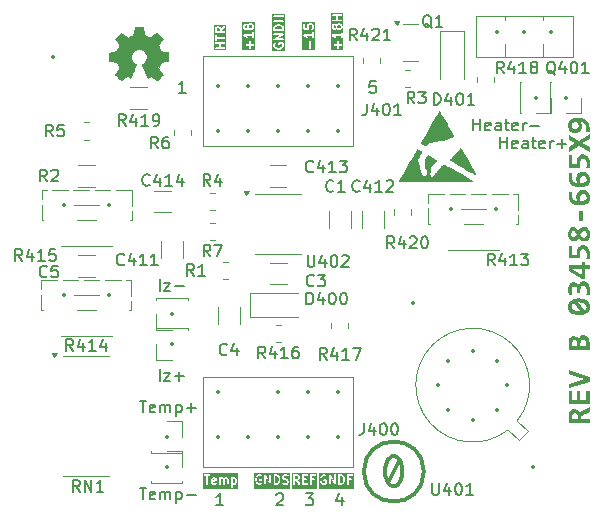
<source format=gto>
%TF.GenerationSoftware,KiCad,Pcbnew,8.0.6*%
%TF.CreationDate,2025-01-21T00:38:54+01:00*%
%TF.ProjectId,3458A Ref A9 Clone,33343538-4120-4526-9566-20413920436c,B*%
%TF.SameCoordinates,Original*%
%TF.FileFunction,Legend,Top*%
%TF.FilePolarity,Positive*%
%FSLAX46Y46*%
G04 Gerber Fmt 4.6, Leading zero omitted, Abs format (unit mm)*
G04 Created by KiCad (PCBNEW 8.0.6) date 2025-01-21 00:38:54*
%MOMM*%
%LPD*%
G01*
G04 APERTURE LIST*
%ADD10C,0.300000*%
%ADD11C,0.203200*%
%ADD12C,0.304800*%
%ADD13C,0.150000*%
%ADD14C,0.120000*%
%ADD15C,0.002540*%
%ADD16C,0.010000*%
%ADD17C,0.350000*%
G04 APERTURE END LIST*
G36*
X151117200Y-132969000D02*
G01*
X154140000Y-132969000D01*
X154140000Y-133273800D01*
X151117200Y-133273800D01*
X151117200Y-132969000D01*
G37*
G36*
X154320000Y-132969000D02*
G01*
X156422800Y-132969000D01*
X156422800Y-133273800D01*
X154320000Y-133273800D01*
X154320000Y-132969000D01*
G37*
G36*
X156577200Y-132969000D02*
G01*
X159570000Y-132969000D01*
X159570000Y-133273800D01*
X156577200Y-133273800D01*
X156577200Y-132969000D01*
G37*
D10*
X165481000Y-131826000D02*
G75*
G02*
X160401000Y-131826000I-2540000J0D01*
G01*
X160401000Y-131826000D02*
G75*
G02*
X165481000Y-131826000I2540000J0D01*
G01*
X163398200Y-130937000D02*
X162483800Y-132765800D01*
X163060047Y-133046052D02*
X162821952Y-133046052D01*
X162821952Y-133046052D02*
X162583856Y-132927004D01*
X162583856Y-132927004D02*
X162464809Y-132807957D01*
X162464809Y-132807957D02*
X162345761Y-132569861D01*
X162345761Y-132569861D02*
X162226714Y-132093671D01*
X162226714Y-132093671D02*
X162226714Y-131498433D01*
X162226714Y-131498433D02*
X162345761Y-131022242D01*
X162345761Y-131022242D02*
X162464809Y-130784147D01*
X162464809Y-130784147D02*
X162583856Y-130665100D01*
X162583856Y-130665100D02*
X162821952Y-130546052D01*
X162821952Y-130546052D02*
X163060047Y-130546052D01*
X163060047Y-130546052D02*
X163298142Y-130665100D01*
X163298142Y-130665100D02*
X163417190Y-130784147D01*
X163417190Y-130784147D02*
X163536237Y-131022242D01*
X163536237Y-131022242D02*
X163655285Y-131498433D01*
X163655285Y-131498433D02*
X163655285Y-132093671D01*
X163655285Y-132093671D02*
X163536237Y-132569861D01*
X163536237Y-132569861D02*
X163417190Y-132807957D01*
X163417190Y-132807957D02*
X163298142Y-132927004D01*
X163298142Y-132927004D02*
X163060047Y-133046052D01*
D11*
X145324286Y-99773453D02*
X144743714Y-99773453D01*
X145034000Y-99773453D02*
X145034000Y-98757453D01*
X145034000Y-98757453D02*
X144937238Y-98902596D01*
X144937238Y-98902596D02*
X144840476Y-98999358D01*
X144840476Y-98999358D02*
X144743714Y-99047739D01*
X161404905Y-98757453D02*
X160921095Y-98757453D01*
X160921095Y-98757453D02*
X160872714Y-99241263D01*
X160872714Y-99241263D02*
X160921095Y-99192882D01*
X160921095Y-99192882D02*
X161017857Y-99144501D01*
X161017857Y-99144501D02*
X161259762Y-99144501D01*
X161259762Y-99144501D02*
X161356524Y-99192882D01*
X161356524Y-99192882D02*
X161404905Y-99241263D01*
X161404905Y-99241263D02*
X161453286Y-99338025D01*
X161453286Y-99338025D02*
X161453286Y-99579930D01*
X161453286Y-99579930D02*
X161404905Y-99676692D01*
X161404905Y-99676692D02*
X161356524Y-99725073D01*
X161356524Y-99725073D02*
X161259762Y-99773453D01*
X161259762Y-99773453D02*
X161017857Y-99773453D01*
X161017857Y-99773453D02*
X160921095Y-99725073D01*
X160921095Y-99725073D02*
X160872714Y-99676692D01*
D12*
G36*
X179519000Y-126786315D02*
G01*
X178936236Y-127038862D01*
X178852089Y-127091196D01*
X178811184Y-127138513D01*
X178773707Y-127232180D01*
X178768685Y-127288967D01*
X178768685Y-127353447D01*
X179519000Y-127353447D01*
X179519000Y-127691479D01*
X177737004Y-127691479D01*
X177737004Y-127204947D01*
X178018371Y-127204947D01*
X178018371Y-127353447D01*
X178518581Y-127353447D01*
X178518581Y-127216183D01*
X178510962Y-127115202D01*
X178502461Y-127074033D01*
X178465153Y-126982301D01*
X178453612Y-126964612D01*
X178378937Y-126897894D01*
X178373012Y-126894759D01*
X178277910Y-126870236D01*
X178262614Y-126869846D01*
X178162610Y-126885928D01*
X178082895Y-126943692D01*
X178075524Y-126953866D01*
X178034501Y-127050637D01*
X178019767Y-127154639D01*
X178018371Y-127204947D01*
X177737004Y-127204947D01*
X177737004Y-127168311D01*
X177739947Y-127069508D01*
X177749874Y-126969227D01*
X177761916Y-126899155D01*
X177790073Y-126800073D01*
X177834352Y-126709269D01*
X177844959Y-126693014D01*
X177912004Y-126617421D01*
X177996878Y-126561612D01*
X178093471Y-126528653D01*
X178191944Y-126516412D01*
X178225001Y-126515694D01*
X178322600Y-126523828D01*
X178398413Y-126544515D01*
X178488744Y-126592440D01*
X178528839Y-126625603D01*
X178591600Y-126702400D01*
X178617255Y-126749679D01*
X178651563Y-126845010D01*
X178664638Y-126906971D01*
X178707066Y-126817979D01*
X178736445Y-126786315D01*
X178814995Y-126727804D01*
X178904113Y-126679826D01*
X178911323Y-126676406D01*
X179519000Y-126389176D01*
X179519000Y-126786315D01*
G37*
G36*
X179519000Y-126078011D02*
G01*
X177737004Y-126078011D01*
X177737004Y-124996992D01*
X178018371Y-124996992D01*
X178018371Y-125734606D01*
X178456055Y-125734606D01*
X178456055Y-125031186D01*
X178737422Y-125031186D01*
X178737422Y-125734606D01*
X179237632Y-125734606D01*
X179237632Y-124996992D01*
X179519000Y-124996992D01*
X179519000Y-126078011D01*
G37*
G36*
X179519000Y-123797271D02*
G01*
X179519000Y-124245213D01*
X177737004Y-124793294D01*
X177737004Y-124409832D01*
X178810207Y-124106483D01*
X179161916Y-124008786D01*
X178789690Y-123907181D01*
X177737004Y-123606273D01*
X177737004Y-123246259D01*
X179519000Y-123797271D01*
G37*
G36*
X179089810Y-120285567D02*
G01*
X179188566Y-120312004D01*
X179285744Y-120363799D01*
X179366191Y-120438613D01*
X179383689Y-120460914D01*
X179436413Y-120549291D01*
X179476186Y-120653282D01*
X179499971Y-120754845D01*
X179514242Y-120867880D01*
X179518867Y-120970839D01*
X179519000Y-120992386D01*
X179519000Y-121540467D01*
X177737004Y-121540467D01*
X177737004Y-121000691D01*
X178018371Y-121000691D01*
X178018371Y-121205366D01*
X178487318Y-121205366D01*
X178487318Y-121000691D01*
X178486828Y-120995317D01*
X178737422Y-120995317D01*
X178737422Y-121205366D01*
X179237632Y-121205366D01*
X179237632Y-120968939D01*
X179229217Y-120871136D01*
X179218092Y-120826790D01*
X179173515Y-120738008D01*
X179162893Y-120724696D01*
X179082830Y-120663503D01*
X179079851Y-120662170D01*
X178984510Y-120640761D01*
X178977757Y-120640677D01*
X178877251Y-120662536D01*
X178801414Y-120728116D01*
X178757670Y-120822056D01*
X178740484Y-120920922D01*
X178737422Y-120995317D01*
X178486828Y-120995317D01*
X178478082Y-120899416D01*
X178467778Y-120861472D01*
X178419926Y-120775134D01*
X178413556Y-120768171D01*
X178334422Y-120715903D01*
X178237702Y-120699783D01*
X178147332Y-120716392D01*
X178077967Y-120769148D01*
X178034992Y-120859386D01*
X178034003Y-120862938D01*
X178019348Y-120961673D01*
X178018371Y-121000691D01*
X177737004Y-121000691D01*
X177737004Y-120960635D01*
X177740799Y-120851172D01*
X177752185Y-120752494D01*
X177775062Y-120651001D01*
X177813859Y-120552983D01*
X177844959Y-120501458D01*
X177914180Y-120427312D01*
X178000944Y-120377433D01*
X178105251Y-120351818D01*
X178170779Y-120348074D01*
X178270247Y-120357141D01*
X178302670Y-120364194D01*
X178396396Y-120399351D01*
X178420395Y-120413042D01*
X178496900Y-120474318D01*
X178515650Y-120495108D01*
X178567765Y-120579280D01*
X178580618Y-120611856D01*
X178608554Y-120514312D01*
X178623117Y-120483384D01*
X178681460Y-120400311D01*
X178705671Y-120376406D01*
X178787587Y-120320241D01*
X178824861Y-120303622D01*
X178921773Y-120279930D01*
X178978246Y-120276755D01*
X179089810Y-120285567D01*
G37*
G36*
X178726706Y-117171054D02*
G01*
X178827914Y-117180122D01*
X178934840Y-117197549D01*
X179012928Y-117216392D01*
X179105986Y-117246875D01*
X179199505Y-117289083D01*
X179290363Y-117345650D01*
X179305531Y-117357076D01*
X179380837Y-117425675D01*
X179442866Y-117503856D01*
X179487736Y-117583245D01*
X179523335Y-117679209D01*
X179544157Y-117784409D01*
X179550263Y-117888060D01*
X179544144Y-117987383D01*
X179523513Y-118089415D01*
X179498483Y-118161612D01*
X179451268Y-118250593D01*
X179387292Y-118329956D01*
X179335329Y-118377522D01*
X179251486Y-118434976D01*
X179162643Y-118479093D01*
X179061778Y-118515481D01*
X179051030Y-118518695D01*
X178948115Y-118543253D01*
X178847616Y-118558335D01*
X178738631Y-118567066D01*
X178636306Y-118569497D01*
X178529327Y-118566444D01*
X178428211Y-118557285D01*
X178321462Y-118539683D01*
X178243563Y-118520649D01*
X178150308Y-118489771D01*
X178056751Y-118447487D01*
X177966071Y-118391276D01*
X177950960Y-118379965D01*
X177875435Y-118311528D01*
X177813415Y-118233163D01*
X177768755Y-118153308D01*
X177732879Y-118056404D01*
X177711894Y-117951073D01*
X177706966Y-117868520D01*
X177987108Y-117868520D01*
X178003517Y-117964982D01*
X178025210Y-118011647D01*
X178088866Y-118087400D01*
X178142447Y-118126441D01*
X178231595Y-118170160D01*
X178326030Y-118200000D01*
X178340772Y-118203622D01*
X178444870Y-118221649D01*
X178544287Y-118229725D01*
X178623117Y-118231465D01*
X178681735Y-118231465D01*
X178737422Y-118228534D01*
X178237213Y-117555401D01*
X178144588Y-117599456D01*
X178064961Y-117663112D01*
X178048658Y-117682407D01*
X178000632Y-117774346D01*
X177987108Y-117868520D01*
X177706966Y-117868520D01*
X177705741Y-117848004D01*
X177711859Y-117748959D01*
X177732490Y-117647098D01*
X177757520Y-117574940D01*
X177792516Y-117508995D01*
X178549844Y-117508995D01*
X179018790Y-118177732D01*
X179111180Y-118136126D01*
X179190936Y-118073494D01*
X179207346Y-118054145D01*
X179253508Y-117967927D01*
X179268895Y-117868520D01*
X179252065Y-117772280D01*
X179229816Y-117725394D01*
X179165511Y-117648801D01*
X179112091Y-117609623D01*
X179022576Y-117566148D01*
X178927220Y-117536923D01*
X178912300Y-117533419D01*
X178815832Y-117516750D01*
X178716903Y-117508228D01*
X178628490Y-117506064D01*
X178588923Y-117507529D01*
X178549844Y-117508995D01*
X177792516Y-117508995D01*
X177804667Y-117486097D01*
X177868437Y-117407146D01*
X177920186Y-117360007D01*
X178003530Y-117302553D01*
X178092221Y-117258437D01*
X178193219Y-117222048D01*
X178203996Y-117218834D01*
X178306791Y-117194277D01*
X178407442Y-117179195D01*
X178516825Y-117170463D01*
X178619697Y-117168032D01*
X178726706Y-117171054D01*
G37*
G36*
X178984596Y-115703063D02*
G01*
X179086691Y-115711286D01*
X179187083Y-115738535D01*
X179220535Y-115752889D01*
X179306113Y-115806250D01*
X179379911Y-115879994D01*
X179398832Y-115904808D01*
X179448978Y-115988866D01*
X179486497Y-116079074D01*
X179511184Y-116162240D01*
X179531792Y-116264459D01*
X179543813Y-116365756D01*
X179549652Y-116475863D01*
X179550263Y-116527627D01*
X179547820Y-116625813D01*
X179541713Y-116724731D01*
X179541470Y-116727906D01*
X179532189Y-116827069D01*
X179519000Y-116913531D01*
X179237632Y-116913531D01*
X179250786Y-116815599D01*
X179260102Y-116719114D01*
X179266413Y-116615973D01*
X179268818Y-116516223D01*
X179268895Y-116494410D01*
X179264816Y-116394576D01*
X179250332Y-116298039D01*
X179218816Y-116202309D01*
X179196599Y-116162240D01*
X179125424Y-116091735D01*
X179109648Y-116083105D01*
X179012405Y-116058324D01*
X178992412Y-116057704D01*
X178896279Y-116079368D01*
X178887387Y-116084082D01*
X178815687Y-116150707D01*
X178807276Y-116163705D01*
X178767349Y-116255891D01*
X178755985Y-116300481D01*
X178741501Y-116397399D01*
X178737422Y-116497341D01*
X178737422Y-116696643D01*
X178487318Y-116696643D01*
X178487318Y-116513950D01*
X178481944Y-116415764D01*
X178465824Y-116336141D01*
X178424608Y-116246107D01*
X178407206Y-116223301D01*
X178326921Y-116165999D01*
X178320744Y-116163705D01*
X178223028Y-116145702D01*
X178216208Y-116145631D01*
X178117412Y-116163583D01*
X178045727Y-116217439D01*
X178001763Y-116308297D01*
X177987624Y-116410894D01*
X177987108Y-116438234D01*
X177990865Y-116538340D01*
X178002135Y-116637159D01*
X178004205Y-116650237D01*
X178022702Y-116749392D01*
X178044421Y-116844841D01*
X178049635Y-116865659D01*
X177768267Y-116865659D01*
X177744354Y-116768718D01*
X177739935Y-116747446D01*
X177722891Y-116649138D01*
X177720884Y-116635094D01*
X177710091Y-116535183D01*
X177709160Y-116520788D01*
X177705824Y-116420389D01*
X177705741Y-116401109D01*
X177709550Y-116303345D01*
X177723876Y-116198968D01*
X177737981Y-116140746D01*
X177773758Y-116043710D01*
X177825172Y-115957477D01*
X177828839Y-115952679D01*
X177898566Y-115882328D01*
X177972454Y-115837885D01*
X178067758Y-115807774D01*
X178161009Y-115799295D01*
X178267075Y-115808126D01*
X178365799Y-115837905D01*
X178428211Y-115874033D01*
X178502945Y-115944674D01*
X178558048Y-116027484D01*
X178584038Y-116083594D01*
X178607168Y-115986775D01*
X178630933Y-115927278D01*
X178682304Y-115843790D01*
X178715929Y-115807111D01*
X178794514Y-115749011D01*
X178835120Y-115729930D01*
X178929908Y-115706238D01*
X178984596Y-115703063D01*
G37*
G36*
X179143842Y-114350935D02*
G01*
X179519000Y-114350935D01*
X179519000Y-114677732D01*
X179143842Y-114677732D01*
X179143842Y-115513042D01*
X178870779Y-115513042D01*
X177737004Y-114812554D01*
X177737004Y-114673824D01*
X178055985Y-114673824D01*
X178862475Y-115184780D01*
X178862475Y-114673824D01*
X178055985Y-114673824D01*
X177737004Y-114673824D01*
X177737004Y-114350935D01*
X178862475Y-114350935D01*
X178862475Y-114078848D01*
X179143842Y-114078848D01*
X179143842Y-114350935D01*
G37*
G36*
X178957241Y-112647097D02*
G01*
X179059388Y-112655615D01*
X179159970Y-112684067D01*
X179209788Y-112707669D01*
X179293762Y-112764307D01*
X179366289Y-112836585D01*
X179395901Y-112875220D01*
X179447604Y-112960880D01*
X179489141Y-113057394D01*
X179511184Y-113127767D01*
X179533433Y-113230789D01*
X179545645Y-113329555D01*
X179550224Y-113433186D01*
X179550263Y-113443817D01*
X179547332Y-113534675D01*
X179540981Y-113631884D01*
X179531212Y-113728116D01*
X179519000Y-113814578D01*
X179237632Y-113814578D01*
X179252560Y-113713499D01*
X179260591Y-113634815D01*
X179266819Y-113532111D01*
X179268887Y-113433829D01*
X179268895Y-113427208D01*
X179262906Y-113319059D01*
X179242202Y-113217203D01*
X179202348Y-113127419D01*
X179193180Y-113113601D01*
X179121590Y-113043704D01*
X179022855Y-113008281D01*
X178982154Y-113005645D01*
X178880493Y-113022253D01*
X178797519Y-113077284D01*
X178774547Y-113106273D01*
X178732873Y-113198757D01*
X178712838Y-113302379D01*
X178706426Y-113402656D01*
X178706159Y-113430139D01*
X178706159Y-113781849D01*
X177737004Y-113781849D01*
X177737004Y-112745771D01*
X178049635Y-112745771D01*
X178049635Y-113468241D01*
X178424792Y-113468241D01*
X178424792Y-113339281D01*
X178428226Y-113238050D01*
X178438530Y-113140254D01*
X178449216Y-113076964D01*
X178475026Y-112980277D01*
X178516166Y-112887152D01*
X178534212Y-112856657D01*
X178599986Y-112775485D01*
X178678419Y-112715218D01*
X178697367Y-112704250D01*
X178789744Y-112667245D01*
X178891044Y-112649832D01*
X178957241Y-112647097D01*
G37*
G36*
X179155850Y-111093874D02*
G01*
X179251728Y-111124951D01*
X179269383Y-111133768D01*
X179354746Y-111192631D01*
X179421243Y-111265116D01*
X179425210Y-111270544D01*
X179476959Y-111359173D01*
X179512863Y-111453901D01*
X179519000Y-111475708D01*
X179539241Y-111574026D01*
X179549163Y-111678472D01*
X179550263Y-111728744D01*
X179546511Y-111828418D01*
X179533860Y-111927806D01*
X179518511Y-111995945D01*
X179485252Y-112090567D01*
X179434877Y-112181303D01*
X179427653Y-112191340D01*
X179358478Y-112264148D01*
X179285992Y-112310530D01*
X179191863Y-112342166D01*
X179099879Y-112351074D01*
X178998465Y-112341603D01*
X178937213Y-112324208D01*
X178848646Y-112280530D01*
X178806787Y-112250935D01*
X178735110Y-112183285D01*
X178701763Y-112142980D01*
X178643800Y-112059471D01*
X178615789Y-112013042D01*
X178561248Y-112098184D01*
X178538120Y-112129302D01*
X178468328Y-112203491D01*
X178442377Y-112225045D01*
X178355640Y-112276977D01*
X178323675Y-112290014D01*
X178225360Y-112311612D01*
X178175175Y-112313950D01*
X178075338Y-112303334D01*
X177992970Y-112276336D01*
X177908208Y-112225513D01*
X177843494Y-112163496D01*
X177786341Y-112079110D01*
X177745182Y-111982474D01*
X177742866Y-111975429D01*
X177718829Y-111876900D01*
X177707517Y-111774501D01*
X177705969Y-111717997D01*
X177955845Y-111717997D01*
X177965102Y-111819617D01*
X178001230Y-111912846D01*
X178004205Y-111917299D01*
X178083546Y-111977329D01*
X178149286Y-111987153D01*
X178243563Y-111963705D01*
X178320256Y-111899225D01*
X178378439Y-111816198D01*
X178386201Y-111802505D01*
X178411519Y-111753656D01*
X178748169Y-111753656D01*
X178799586Y-111839334D01*
X178809718Y-111854284D01*
X178874655Y-111930137D01*
X178882014Y-111936839D01*
X178965523Y-111991229D01*
X178968476Y-111992526D01*
X179066708Y-112012962D01*
X179073989Y-112013042D01*
X179171320Y-111992770D01*
X179242517Y-111931954D01*
X179285748Y-111837798D01*
X179299933Y-111733974D01*
X179300158Y-111717509D01*
X179290434Y-111617224D01*
X179287457Y-111603691D01*
X179248609Y-111512419D01*
X179246913Y-111509902D01*
X179176571Y-111445910D01*
X179081374Y-111422555D01*
X179073989Y-111422463D01*
X178977131Y-111445647D01*
X178971407Y-111448841D01*
X178894600Y-111511814D01*
X178887387Y-111520160D01*
X178830238Y-111599921D01*
X178815092Y-111625673D01*
X178768768Y-111712192D01*
X178748169Y-111753656D01*
X178411519Y-111753656D01*
X178431630Y-111714852D01*
X178446773Y-111683803D01*
X178394384Y-111599111D01*
X178388644Y-111590991D01*
X178321233Y-111516252D01*
X178241121Y-111465450D01*
X178143912Y-111445910D01*
X178046291Y-111473388D01*
X178004205Y-111516252D01*
X177966471Y-111607980D01*
X177955893Y-111709814D01*
X177955845Y-111717997D01*
X177705969Y-111717997D01*
X177705741Y-111709693D01*
X177709862Y-111608805D01*
X177723629Y-111509123D01*
X177735050Y-111459588D01*
X177768108Y-111364276D01*
X177819069Y-111274940D01*
X177887265Y-111201748D01*
X177949495Y-111160635D01*
X178044918Y-111128005D01*
X178116557Y-111121556D01*
X178215895Y-111130715D01*
X178269453Y-111145003D01*
X178360497Y-111187289D01*
X178392551Y-111208506D01*
X178466348Y-111273460D01*
X178492203Y-111303273D01*
X178552822Y-111385452D01*
X178574757Y-111419532D01*
X178626208Y-111333790D01*
X178655845Y-111291060D01*
X178720079Y-111217440D01*
X178758427Y-111184082D01*
X178845072Y-111129950D01*
X178889341Y-111111298D01*
X178988145Y-111088209D01*
X179054938Y-111084431D01*
X179155850Y-111093874D01*
G37*
G36*
X178925001Y-110607181D02*
G01*
X178612370Y-110607181D01*
X178612370Y-109752819D01*
X178925001Y-109752819D01*
X178925001Y-110607181D01*
G37*
G36*
X179045993Y-107981669D02*
G01*
X179145192Y-108004844D01*
X179195133Y-108024068D01*
X179286175Y-108074531D01*
X179365249Y-108139580D01*
X179385643Y-108160844D01*
X179447967Y-108243711D01*
X179493448Y-108332045D01*
X179507764Y-108368939D01*
X179535280Y-108470922D01*
X179548229Y-108572073D01*
X179550263Y-108634187D01*
X179543359Y-108746935D01*
X179522648Y-108849243D01*
X179488129Y-108941108D01*
X179430407Y-109035089D01*
X179353891Y-109114857D01*
X179272971Y-109171300D01*
X179177487Y-109216065D01*
X179067440Y-109249152D01*
X178964610Y-109267804D01*
X178851667Y-109278347D01*
X178754031Y-109280942D01*
X178654619Y-109278864D01*
X178549987Y-109271857D01*
X178474129Y-109263356D01*
X178377065Y-109246435D01*
X178278579Y-109220507D01*
X178228420Y-109203273D01*
X178134133Y-109161091D01*
X178047887Y-109108064D01*
X178024722Y-109090921D01*
X177950123Y-109022306D01*
X177886183Y-108940414D01*
X177869872Y-108914578D01*
X177823032Y-108822163D01*
X177788239Y-108725695D01*
X177771686Y-108664473D01*
X177751940Y-108559583D01*
X177741102Y-108454711D01*
X177737139Y-108352577D01*
X177737004Y-108328883D01*
X177737004Y-108124208D01*
X178018371Y-108124208D01*
X178018371Y-108363077D01*
X178022424Y-108467720D01*
X178035962Y-108565889D01*
X178047192Y-108612205D01*
X178084983Y-108708126D01*
X178130235Y-108775359D01*
X178206751Y-108841915D01*
X178261637Y-108870125D01*
X178359594Y-108898736D01*
X178451170Y-108911158D01*
X178487318Y-108914089D01*
X178443758Y-108822337D01*
X178419907Y-108751423D01*
X178399324Y-108651886D01*
X178396730Y-108610739D01*
X178674896Y-108610739D01*
X178683200Y-108698178D01*
X178704694Y-108781709D01*
X178734491Y-108858890D01*
X178768685Y-108923859D01*
X178873515Y-108920715D01*
X178976841Y-108909273D01*
X179001205Y-108904808D01*
X179096843Y-108876644D01*
X179156055Y-108846190D01*
X179227038Y-108776855D01*
X179242517Y-108748981D01*
X179267246Y-108650612D01*
X179268895Y-108613182D01*
X179254383Y-108514405D01*
X179246913Y-108493991D01*
X179191826Y-108409839D01*
X179184387Y-108402645D01*
X179101359Y-108349430D01*
X179087667Y-108344026D01*
X178988641Y-108324231D01*
X178963591Y-108323510D01*
X178863733Y-108335334D01*
X178846843Y-108340118D01*
X178760748Y-108387087D01*
X178755985Y-108391409D01*
X178699141Y-108474099D01*
X178696390Y-108480802D01*
X178675925Y-108578643D01*
X178674896Y-108610739D01*
X178396730Y-108610739D01*
X178393528Y-108559937D01*
X178398887Y-108455775D01*
X178416784Y-108354251D01*
X178431630Y-108304459D01*
X178474406Y-108209469D01*
X178532209Y-108130579D01*
X178541051Y-108121277D01*
X178620552Y-108056919D01*
X178709059Y-108013664D01*
X178715441Y-108011368D01*
X178810008Y-107986323D01*
X178907198Y-107975626D01*
X178946983Y-107974731D01*
X179045993Y-107981669D01*
G37*
G36*
X179045993Y-106443916D02*
G01*
X179145192Y-106467091D01*
X179195133Y-106486315D01*
X179286175Y-106536778D01*
X179365249Y-106601827D01*
X179385643Y-106623091D01*
X179447967Y-106705958D01*
X179493448Y-106794292D01*
X179507764Y-106831186D01*
X179535280Y-106933169D01*
X179548229Y-107034320D01*
X179550263Y-107096434D01*
X179543359Y-107209182D01*
X179522648Y-107311490D01*
X179488129Y-107403356D01*
X179430407Y-107497336D01*
X179353891Y-107577104D01*
X179272971Y-107633547D01*
X179177487Y-107678312D01*
X179067440Y-107711399D01*
X178964610Y-107730051D01*
X178851667Y-107740594D01*
X178754031Y-107743189D01*
X178654619Y-107741111D01*
X178549987Y-107734104D01*
X178474129Y-107725603D01*
X178377065Y-107708682D01*
X178278579Y-107682754D01*
X178228420Y-107665520D01*
X178134133Y-107623338D01*
X178047887Y-107570311D01*
X178024722Y-107553168D01*
X177950123Y-107484553D01*
X177886183Y-107402661D01*
X177869872Y-107376825D01*
X177823032Y-107284410D01*
X177788239Y-107187942D01*
X177771686Y-107126720D01*
X177751940Y-107021830D01*
X177741102Y-106916958D01*
X177737139Y-106814824D01*
X177737004Y-106791130D01*
X177737004Y-106586455D01*
X178018371Y-106586455D01*
X178018371Y-106825324D01*
X178022424Y-106929967D01*
X178035962Y-107028136D01*
X178047192Y-107074452D01*
X178084983Y-107170373D01*
X178130235Y-107237606D01*
X178206751Y-107304162D01*
X178261637Y-107332372D01*
X178359594Y-107360983D01*
X178451170Y-107373405D01*
X178487318Y-107376336D01*
X178443758Y-107284584D01*
X178419907Y-107213670D01*
X178399324Y-107114133D01*
X178396730Y-107072987D01*
X178674896Y-107072987D01*
X178683200Y-107160425D01*
X178704694Y-107243957D01*
X178734491Y-107321137D01*
X178768685Y-107386106D01*
X178873515Y-107382962D01*
X178976841Y-107371520D01*
X179001205Y-107367055D01*
X179096843Y-107338891D01*
X179156055Y-107308437D01*
X179227038Y-107239102D01*
X179242517Y-107211228D01*
X179267246Y-107112859D01*
X179268895Y-107075429D01*
X179254383Y-106976652D01*
X179246913Y-106956238D01*
X179191826Y-106872086D01*
X179184387Y-106864892D01*
X179101359Y-106811677D01*
X179087667Y-106806273D01*
X178988641Y-106786478D01*
X178963591Y-106785757D01*
X178863733Y-106797581D01*
X178846843Y-106802365D01*
X178760748Y-106849334D01*
X178755985Y-106853656D01*
X178699141Y-106936346D01*
X178696390Y-106943049D01*
X178675925Y-107040890D01*
X178674896Y-107072987D01*
X178396730Y-107072987D01*
X178393528Y-107022184D01*
X178398887Y-106918022D01*
X178416784Y-106816498D01*
X178431630Y-106766706D01*
X178474406Y-106671716D01*
X178532209Y-106592826D01*
X178541051Y-106583524D01*
X178620552Y-106519166D01*
X178709059Y-106475911D01*
X178715441Y-106473615D01*
X178810008Y-106448570D01*
X178907198Y-106437873D01*
X178946983Y-106436978D01*
X179045993Y-106443916D01*
G37*
G36*
X178957241Y-104958332D02*
G01*
X179059388Y-104966850D01*
X179159970Y-104995302D01*
X179209788Y-105018904D01*
X179293762Y-105075542D01*
X179366289Y-105147821D01*
X179395901Y-105186455D01*
X179447604Y-105272115D01*
X179489141Y-105368629D01*
X179511184Y-105439002D01*
X179533433Y-105542024D01*
X179545645Y-105640790D01*
X179550224Y-105744421D01*
X179550263Y-105755052D01*
X179547332Y-105845910D01*
X179540981Y-105943119D01*
X179531212Y-106039351D01*
X179519000Y-106125813D01*
X179237632Y-106125813D01*
X179252560Y-106024734D01*
X179260591Y-105946050D01*
X179266819Y-105843346D01*
X179268887Y-105745064D01*
X179268895Y-105738444D01*
X179262906Y-105630295D01*
X179242202Y-105528438D01*
X179202348Y-105438655D01*
X179193180Y-105424836D01*
X179121590Y-105354939D01*
X179022855Y-105319516D01*
X178982154Y-105316880D01*
X178880493Y-105333488D01*
X178797519Y-105388519D01*
X178774547Y-105417509D01*
X178732873Y-105509993D01*
X178712838Y-105613615D01*
X178706426Y-105713891D01*
X178706159Y-105741375D01*
X178706159Y-106093084D01*
X177737004Y-106093084D01*
X177737004Y-105057006D01*
X178049635Y-105057006D01*
X178049635Y-105779476D01*
X178424792Y-105779476D01*
X178424792Y-105650516D01*
X178428226Y-105549285D01*
X178438530Y-105451489D01*
X178449216Y-105388199D01*
X178475026Y-105291512D01*
X178516166Y-105198387D01*
X178534212Y-105167892D01*
X178599986Y-105086720D01*
X178678419Y-105026453D01*
X178697367Y-105015485D01*
X178789744Y-104978481D01*
X178891044Y-104961067D01*
X178957241Y-104958332D01*
G37*
G36*
X179519000Y-103696573D02*
G01*
X178862963Y-104042910D01*
X179519000Y-104383384D01*
X179519000Y-104791270D01*
X178604066Y-104241235D01*
X177737004Y-104757076D01*
X177737004Y-104359937D01*
X178321233Y-104034606D01*
X177737004Y-103720021D01*
X177737004Y-103322882D01*
X178595273Y-103833349D01*
X179519000Y-103266706D01*
X179519000Y-103696573D01*
G37*
G36*
X178623178Y-101863073D02*
G01*
X178729524Y-101870908D01*
X178827369Y-101884385D01*
X178887876Y-101896504D01*
X178989917Y-101924541D01*
X179081106Y-101959619D01*
X179154589Y-101997620D01*
X179237838Y-102054680D01*
X179313065Y-102125686D01*
X179336306Y-102153447D01*
X179392579Y-102236688D01*
X179437445Y-102327409D01*
X179448169Y-102354703D01*
X179479117Y-102454293D01*
X179498981Y-102552128D01*
X179504345Y-102591130D01*
X179513833Y-102694583D01*
X179518298Y-102792654D01*
X179519000Y-102851005D01*
X179519000Y-103058611D01*
X179237632Y-103058611D01*
X179237632Y-102813880D01*
X179234457Y-102709682D01*
X179223752Y-102610363D01*
X179210765Y-102545701D01*
X179177182Y-102448126D01*
X179131142Y-102371312D01*
X179059946Y-102304068D01*
X179000716Y-102272149D01*
X178906920Y-102243960D01*
X178806299Y-102229162D01*
X178768685Y-102226231D01*
X178812246Y-102319896D01*
X178836096Y-102392317D01*
X178856679Y-102491862D01*
X178862475Y-102580384D01*
X178857476Y-102682565D01*
X178840914Y-102784132D01*
X178832189Y-102818276D01*
X178795853Y-102912128D01*
X178739585Y-102998041D01*
X178735468Y-103002924D01*
X178659265Y-103071800D01*
X178570078Y-103120401D01*
X178563521Y-103123091D01*
X178462542Y-103152143D01*
X178362891Y-103164095D01*
X178308532Y-103165589D01*
X178210186Y-103158720D01*
X178111552Y-103135775D01*
X178061847Y-103116741D01*
X177970658Y-103066705D01*
X177891999Y-103002084D01*
X177871826Y-102980942D01*
X177809408Y-102898168D01*
X177763672Y-102810089D01*
X177749216Y-102773335D01*
X177721067Y-102671991D01*
X177707821Y-102571859D01*
X177706304Y-102527139D01*
X177987108Y-102527139D01*
X178001620Y-102626238D01*
X178009090Y-102646818D01*
X178064177Y-102730887D01*
X178071616Y-102738164D01*
X178154056Y-102790898D01*
X178167848Y-102796294D01*
X178267047Y-102816089D01*
X178292412Y-102816811D01*
X178391742Y-102806026D01*
X178486153Y-102762212D01*
X178510277Y-102740118D01*
X178561117Y-102654881D01*
X178580484Y-102552086D01*
X178581107Y-102527139D01*
X178574268Y-102448004D01*
X178555217Y-102364473D01*
X178526885Y-102284850D01*
X178492691Y-102217927D01*
X178390590Y-102221013D01*
X178287642Y-102232095D01*
X178275803Y-102234047D01*
X178179719Y-102258279D01*
X178118023Y-102286315D01*
X178041483Y-102350138D01*
X178020325Y-102381570D01*
X177990352Y-102475771D01*
X177987108Y-102527139D01*
X177706304Y-102527139D01*
X177705741Y-102510530D01*
X177711305Y-102408406D01*
X177729891Y-102304593D01*
X177745308Y-102251633D01*
X177786566Y-102160428D01*
X177846045Y-102079703D01*
X177879642Y-102045980D01*
X177959509Y-101985828D01*
X178048169Y-101940223D01*
X178131700Y-101909693D01*
X178237144Y-101883933D01*
X178344770Y-101868906D01*
X178450557Y-101862037D01*
X178521512Y-101860844D01*
X178623178Y-101863073D01*
G37*
D13*
G36*
X149472828Y-132466767D02*
G01*
X149491331Y-132485269D01*
X149513684Y-132529975D01*
X149513684Y-132708852D01*
X149491331Y-132753558D01*
X149472828Y-132772061D01*
X149428122Y-132794414D01*
X149320675Y-132794414D01*
X149306541Y-132787347D01*
X149306541Y-132451480D01*
X149320675Y-132444414D01*
X149428122Y-132444414D01*
X149472828Y-132466767D01*
G37*
G36*
X147818496Y-132461029D02*
G01*
X147831584Y-132487205D01*
X147627970Y-132527928D01*
X147627970Y-132494261D01*
X147644585Y-132461029D01*
X147677818Y-132444414D01*
X147785265Y-132444414D01*
X147818496Y-132461029D01*
G37*
G36*
X149747017Y-133276306D02*
G01*
X146753220Y-133276306D01*
X146753220Y-132104782D01*
X146836553Y-132104782D01*
X146836553Y-132134046D01*
X146847752Y-132161082D01*
X146868444Y-132181774D01*
X146895480Y-132192973D01*
X146910112Y-132194414D01*
X147049398Y-132194414D01*
X147049398Y-132869414D01*
X147050839Y-132884046D01*
X147062038Y-132911082D01*
X147082730Y-132931774D01*
X147109766Y-132942973D01*
X147139030Y-132942973D01*
X147166066Y-132931774D01*
X147186758Y-132911082D01*
X147197957Y-132884046D01*
X147199398Y-132869414D01*
X147199398Y-132476557D01*
X147477970Y-132476557D01*
X147477970Y-132762271D01*
X147479411Y-132776903D01*
X147480442Y-132779392D01*
X147480633Y-132782080D01*
X147485888Y-132795812D01*
X147521602Y-132867241D01*
X147523142Y-132869688D01*
X147523527Y-132870842D01*
X147524772Y-132872278D01*
X147529434Y-132879684D01*
X147536538Y-132885845D01*
X147542700Y-132892950D01*
X147550105Y-132897611D01*
X147551542Y-132898857D01*
X147552695Y-132899241D01*
X147555143Y-132900782D01*
X147626573Y-132936496D01*
X147640304Y-132941751D01*
X147642991Y-132941941D01*
X147645481Y-132942973D01*
X147660113Y-132944414D01*
X147802970Y-132944414D01*
X147817602Y-132942973D01*
X147820091Y-132941941D01*
X147822779Y-132941751D01*
X147836511Y-132936496D01*
X147907939Y-132900782D01*
X147920382Y-132892950D01*
X147939555Y-132870842D01*
X147948809Y-132843081D01*
X147946735Y-132813891D01*
X147933648Y-132787716D01*
X147911540Y-132768543D01*
X147883779Y-132759289D01*
X147854589Y-132761363D01*
X147840857Y-132766618D01*
X147785265Y-132794414D01*
X147677818Y-132794414D01*
X147644585Y-132777798D01*
X147627970Y-132744566D01*
X147627970Y-132680899D01*
X147924822Y-132621529D01*
X147938887Y-132617246D01*
X147944992Y-132613156D01*
X147951781Y-132610345D01*
X147957031Y-132605094D01*
X147963202Y-132600962D01*
X147967278Y-132594848D01*
X147972473Y-132589653D01*
X147975314Y-132582793D01*
X147979434Y-132576614D01*
X147980860Y-132569405D01*
X147983672Y-132562617D01*
X147985113Y-132547985D01*
X147985113Y-132476557D01*
X147983672Y-132461925D01*
X147982641Y-132459436D01*
X147982450Y-132456747D01*
X147977195Y-132443015D01*
X147941480Y-132371587D01*
X147940112Y-132369414D01*
X148156541Y-132369414D01*
X148156541Y-132869414D01*
X148157982Y-132884046D01*
X148169181Y-132911082D01*
X148189873Y-132931774D01*
X148216909Y-132942973D01*
X148246173Y-132942973D01*
X148273209Y-132931774D01*
X148293901Y-132911082D01*
X148305100Y-132884046D01*
X148306541Y-132869414D01*
X148306541Y-132471908D01*
X148311681Y-132466767D01*
X148356389Y-132444414D01*
X148428122Y-132444414D01*
X148461353Y-132461029D01*
X148477970Y-132494262D01*
X148477970Y-132869414D01*
X148479411Y-132884046D01*
X148490610Y-132911082D01*
X148511302Y-132931774D01*
X148538338Y-132942973D01*
X148567602Y-132942973D01*
X148594638Y-132931774D01*
X148615330Y-132911082D01*
X148626529Y-132884046D01*
X148627970Y-132869414D01*
X148627970Y-132494261D01*
X148644585Y-132461029D01*
X148677817Y-132444414D01*
X148749550Y-132444414D01*
X148782782Y-132461029D01*
X148799398Y-132494261D01*
X148799398Y-132869414D01*
X148800839Y-132884046D01*
X148812038Y-132911082D01*
X148832730Y-132931774D01*
X148859766Y-132942973D01*
X148889030Y-132942973D01*
X148916066Y-132931774D01*
X148936758Y-132911082D01*
X148947957Y-132884046D01*
X148949398Y-132869414D01*
X148949398Y-132476557D01*
X148947957Y-132461925D01*
X148946925Y-132459435D01*
X148946735Y-132456748D01*
X148941480Y-132443017D01*
X148905766Y-132371587D01*
X148904398Y-132369414D01*
X149156541Y-132369414D01*
X149156541Y-133119414D01*
X149157982Y-133134046D01*
X149169181Y-133161082D01*
X149189873Y-133181774D01*
X149216909Y-133192973D01*
X149246173Y-133192973D01*
X149273209Y-133181774D01*
X149293901Y-133161082D01*
X149305100Y-133134046D01*
X149306541Y-133119414D01*
X149306541Y-132944414D01*
X149445827Y-132944414D01*
X149460459Y-132942973D01*
X149462948Y-132941941D01*
X149465636Y-132941751D01*
X149479368Y-132936496D01*
X149550796Y-132900782D01*
X149557095Y-132896817D01*
X149558923Y-132896060D01*
X149560979Y-132894371D01*
X149563239Y-132892950D01*
X149564538Y-132891451D01*
X149570288Y-132886733D01*
X149606003Y-132851018D01*
X149610721Y-132845268D01*
X149612220Y-132843969D01*
X149613641Y-132841710D01*
X149615331Y-132839652D01*
X149616088Y-132837822D01*
X149620052Y-132831526D01*
X149655766Y-132760098D01*
X149661021Y-132746366D01*
X149661211Y-132743678D01*
X149662243Y-132741189D01*
X149663684Y-132726557D01*
X149663684Y-132512271D01*
X149662243Y-132497639D01*
X149661211Y-132495149D01*
X149661021Y-132492462D01*
X149655766Y-132478731D01*
X149620052Y-132407301D01*
X149616088Y-132401003D01*
X149615330Y-132399173D01*
X149613639Y-132397113D01*
X149612220Y-132394858D01*
X149610722Y-132393559D01*
X149606002Y-132387808D01*
X149570287Y-132352094D01*
X149564538Y-132347376D01*
X149563239Y-132345878D01*
X149560980Y-132344456D01*
X149558922Y-132342767D01*
X149557092Y-132342009D01*
X149550796Y-132338046D01*
X149479368Y-132302332D01*
X149465636Y-132297077D01*
X149462948Y-132296886D01*
X149460459Y-132295855D01*
X149445827Y-132294414D01*
X149302970Y-132294414D01*
X149288338Y-132295855D01*
X149285848Y-132296886D01*
X149283161Y-132297077D01*
X149269430Y-132302332D01*
X149265977Y-132304058D01*
X149246173Y-132295855D01*
X149216909Y-132295855D01*
X149189873Y-132307054D01*
X149169181Y-132327746D01*
X149157982Y-132354782D01*
X149156541Y-132369414D01*
X148904398Y-132369414D01*
X148904225Y-132369139D01*
X148903841Y-132367986D01*
X148902595Y-132366549D01*
X148897934Y-132359144D01*
X148890829Y-132352982D01*
X148884668Y-132345878D01*
X148877262Y-132341216D01*
X148875826Y-132339971D01*
X148874672Y-132339586D01*
X148872225Y-132338046D01*
X148800796Y-132302332D01*
X148787064Y-132297077D01*
X148784376Y-132296886D01*
X148781887Y-132295855D01*
X148767255Y-132294414D01*
X148660112Y-132294414D01*
X148645480Y-132295855D01*
X148642990Y-132296886D01*
X148640303Y-132297077D01*
X148626571Y-132302332D01*
X148555143Y-132338046D01*
X148552969Y-132339414D01*
X148550796Y-132338046D01*
X148479368Y-132302332D01*
X148465636Y-132297077D01*
X148462948Y-132296886D01*
X148460459Y-132295855D01*
X148445827Y-132294414D01*
X148338684Y-132294414D01*
X148324052Y-132295855D01*
X148321562Y-132296886D01*
X148318875Y-132297077D01*
X148305144Y-132302332D01*
X148280705Y-132314550D01*
X148273209Y-132307054D01*
X148246173Y-132295855D01*
X148216909Y-132295855D01*
X148189873Y-132307054D01*
X148169181Y-132327746D01*
X148157982Y-132354782D01*
X148156541Y-132369414D01*
X147940112Y-132369414D01*
X147939939Y-132369140D01*
X147939555Y-132367986D01*
X147938307Y-132366547D01*
X147933647Y-132359144D01*
X147926545Y-132352984D01*
X147920382Y-132345878D01*
X147912976Y-132341216D01*
X147911540Y-132339971D01*
X147910386Y-132339586D01*
X147907939Y-132338046D01*
X147836511Y-132302332D01*
X147822779Y-132297077D01*
X147820091Y-132296886D01*
X147817602Y-132295855D01*
X147802970Y-132294414D01*
X147660113Y-132294414D01*
X147645481Y-132295855D01*
X147642991Y-132296886D01*
X147640304Y-132297077D01*
X147626573Y-132302332D01*
X147555143Y-132338046D01*
X147552695Y-132339586D01*
X147551542Y-132339971D01*
X147550105Y-132341216D01*
X147542700Y-132345878D01*
X147536538Y-132352982D01*
X147529434Y-132359144D01*
X147524772Y-132366549D01*
X147523527Y-132367986D01*
X147523142Y-132369139D01*
X147521602Y-132371587D01*
X147485888Y-132443016D01*
X147480633Y-132456748D01*
X147480442Y-132459435D01*
X147479411Y-132461925D01*
X147477970Y-132476557D01*
X147199398Y-132476557D01*
X147199398Y-132194414D01*
X147338684Y-132194414D01*
X147353316Y-132192973D01*
X147380352Y-132181774D01*
X147401044Y-132161082D01*
X147412243Y-132134046D01*
X147412243Y-132104782D01*
X147401044Y-132077746D01*
X147380352Y-132057054D01*
X147353316Y-132045855D01*
X147338684Y-132044414D01*
X146910112Y-132044414D01*
X146895480Y-132045855D01*
X146868444Y-132057054D01*
X146847752Y-132077746D01*
X146836553Y-132104782D01*
X146753220Y-132104782D01*
X146753220Y-131961081D01*
X149747017Y-131961081D01*
X149747017Y-133276306D01*
G37*
D11*
X148499286Y-134698453D02*
X147918714Y-134698453D01*
X148209000Y-134698453D02*
X148209000Y-133682453D01*
X148209000Y-133682453D02*
X148112238Y-133827596D01*
X148112238Y-133827596D02*
X148015476Y-133924358D01*
X148015476Y-133924358D02*
X147918714Y-133972739D01*
X152998714Y-133779215D02*
X153047095Y-133730834D01*
X153047095Y-133730834D02*
X153143857Y-133682453D01*
X153143857Y-133682453D02*
X153385762Y-133682453D01*
X153385762Y-133682453D02*
X153482524Y-133730834D01*
X153482524Y-133730834D02*
X153530905Y-133779215D01*
X153530905Y-133779215D02*
X153579286Y-133875977D01*
X153579286Y-133875977D02*
X153579286Y-133972739D01*
X153579286Y-133972739D02*
X153530905Y-134117882D01*
X153530905Y-134117882D02*
X152950333Y-134698453D01*
X152950333Y-134698453D02*
X153579286Y-134698453D01*
D13*
G36*
X157978985Y-94050382D02*
G01*
X157997488Y-94068885D01*
X158019842Y-94113592D01*
X158019842Y-94221039D01*
X157997488Y-94265746D01*
X157978986Y-94284248D01*
X157934280Y-94306601D01*
X157933976Y-94306601D01*
X157889268Y-94284247D01*
X157870766Y-94265745D01*
X157848414Y-94221039D01*
X157848414Y-94113592D01*
X157870767Y-94068885D01*
X157889269Y-94050382D01*
X157933976Y-94028030D01*
X157934280Y-94028030D01*
X157978985Y-94050382D01*
G37*
G36*
X158407558Y-94050383D02*
G01*
X158426061Y-94068886D01*
X158448414Y-94113592D01*
X158448414Y-94221039D01*
X158426061Y-94265745D01*
X158407558Y-94284247D01*
X158362852Y-94306601D01*
X158255405Y-94306601D01*
X158210697Y-94284247D01*
X158192196Y-94265746D01*
X158169842Y-94221038D01*
X158169842Y-94113593D01*
X158192195Y-94068886D01*
X158210698Y-94050382D01*
X158255405Y-94028030D01*
X158362852Y-94028030D01*
X158407558Y-94050383D01*
G37*
G36*
X158681747Y-96145636D02*
G01*
X157615081Y-96145636D01*
X157615081Y-95688398D01*
X157878426Y-95688398D01*
X157878426Y-95717662D01*
X157889625Y-95744698D01*
X157910317Y-95765390D01*
X157937353Y-95776589D01*
X157951985Y-95778030D01*
X158162700Y-95778030D01*
X158162700Y-95988744D01*
X158164141Y-96003376D01*
X158175340Y-96030412D01*
X158196032Y-96051104D01*
X158223068Y-96062303D01*
X158252332Y-96062303D01*
X158279368Y-96051104D01*
X158300060Y-96030412D01*
X158311259Y-96003376D01*
X158312700Y-95988744D01*
X158312700Y-95778030D01*
X158523414Y-95778030D01*
X158538046Y-95776589D01*
X158565082Y-95765390D01*
X158585774Y-95744698D01*
X158596973Y-95717662D01*
X158596973Y-95688398D01*
X158585774Y-95661362D01*
X158565082Y-95640670D01*
X158538046Y-95629471D01*
X158523414Y-95628030D01*
X158312700Y-95628030D01*
X158312700Y-95417316D01*
X158311259Y-95402684D01*
X158300060Y-95375648D01*
X158279368Y-95354956D01*
X158252332Y-95343757D01*
X158223068Y-95343757D01*
X158196032Y-95354956D01*
X158175340Y-95375648D01*
X158164141Y-95402684D01*
X158162700Y-95417316D01*
X158162700Y-95628030D01*
X157951985Y-95628030D01*
X157937353Y-95629471D01*
X157910317Y-95640670D01*
X157889625Y-95661362D01*
X157878426Y-95688398D01*
X157615081Y-95688398D01*
X157615081Y-94881681D01*
X157698414Y-94881681D01*
X157699855Y-94888886D01*
X157699855Y-94896234D01*
X157702696Y-94903094D01*
X157704153Y-94910376D01*
X157708242Y-94916482D01*
X157711054Y-94923270D01*
X157716302Y-94928518D01*
X157720436Y-94934691D01*
X157731690Y-94943906D01*
X157731746Y-94943962D01*
X157731770Y-94943972D01*
X157731812Y-94944006D01*
X157832776Y-95011315D01*
X157890345Y-95068885D01*
X157920618Y-95129428D01*
X157928451Y-95141871D01*
X157950559Y-95161044D01*
X157978320Y-95170298D01*
X158007510Y-95168223D01*
X158033684Y-95155136D01*
X158052857Y-95133028D01*
X158062111Y-95105267D01*
X158060036Y-95076077D01*
X158054781Y-95062345D01*
X158019067Y-94990917D01*
X158015103Y-94984620D01*
X158014346Y-94982792D01*
X158012655Y-94980732D01*
X158011234Y-94978474D01*
X158009736Y-94977175D01*
X158005018Y-94971426D01*
X157990194Y-94956602D01*
X158448414Y-94956602D01*
X158448414Y-95095887D01*
X158449855Y-95110519D01*
X158461054Y-95137555D01*
X158481746Y-95158247D01*
X158508782Y-95169446D01*
X158538046Y-95169446D01*
X158565082Y-95158247D01*
X158585774Y-95137555D01*
X158596973Y-95110519D01*
X158598414Y-95095887D01*
X158598414Y-94667316D01*
X158596973Y-94652684D01*
X158585774Y-94625648D01*
X158565082Y-94604956D01*
X158538046Y-94593757D01*
X158508782Y-94593757D01*
X158481746Y-94604956D01*
X158461054Y-94625648D01*
X158449855Y-94652684D01*
X158448414Y-94667316D01*
X158448414Y-94806602D01*
X157773414Y-94806602D01*
X157773361Y-94806607D01*
X157773335Y-94806602D01*
X157773258Y-94806617D01*
X157758782Y-94808043D01*
X157751921Y-94810884D01*
X157744640Y-94812341D01*
X157738533Y-94816430D01*
X157731746Y-94819242D01*
X157726497Y-94824490D01*
X157720325Y-94828624D01*
X157716248Y-94834739D01*
X157711054Y-94839934D01*
X157708212Y-94846794D01*
X157704093Y-94852974D01*
X157702667Y-94860180D01*
X157699855Y-94866970D01*
X157699855Y-94874396D01*
X157698414Y-94881681D01*
X157615081Y-94881681D01*
X157615081Y-94095887D01*
X157698414Y-94095887D01*
X157698414Y-94238744D01*
X157699855Y-94253376D01*
X157700886Y-94255865D01*
X157701077Y-94258553D01*
X157706332Y-94272285D01*
X157742046Y-94343714D01*
X157746010Y-94350013D01*
X157746768Y-94351841D01*
X157748456Y-94353897D01*
X157749878Y-94356157D01*
X157751376Y-94357456D01*
X157756095Y-94363206D01*
X157791809Y-94398920D01*
X157797558Y-94403638D01*
X157798858Y-94405137D01*
X157801117Y-94406558D01*
X157803174Y-94408247D01*
X157805001Y-94409004D01*
X157811301Y-94412969D01*
X157882731Y-94448683D01*
X157896462Y-94453938D01*
X157899149Y-94454128D01*
X157901639Y-94455160D01*
X157916271Y-94456601D01*
X157951985Y-94456601D01*
X157966617Y-94455160D01*
X157969106Y-94454128D01*
X157971794Y-94453938D01*
X157985526Y-94448683D01*
X158056955Y-94412969D01*
X158063254Y-94409004D01*
X158065082Y-94408247D01*
X158067138Y-94406558D01*
X158069398Y-94405137D01*
X158070697Y-94403638D01*
X158076447Y-94398920D01*
X158094842Y-94380524D01*
X158113238Y-94398920D01*
X158118987Y-94403638D01*
X158120287Y-94405137D01*
X158122546Y-94406558D01*
X158124603Y-94408247D01*
X158126430Y-94409004D01*
X158132730Y-94412969D01*
X158204160Y-94448683D01*
X158217891Y-94453938D01*
X158220578Y-94454128D01*
X158223068Y-94455160D01*
X158237700Y-94456601D01*
X158380557Y-94456601D01*
X158395189Y-94455160D01*
X158397678Y-94454128D01*
X158400366Y-94453938D01*
X158414098Y-94448683D01*
X158485526Y-94412969D01*
X158491822Y-94409005D01*
X158493652Y-94408248D01*
X158495710Y-94406558D01*
X158497969Y-94405137D01*
X158499268Y-94403638D01*
X158505017Y-94398921D01*
X158540732Y-94363207D01*
X158545452Y-94357455D01*
X158546950Y-94356157D01*
X158548369Y-94353901D01*
X158550060Y-94351842D01*
X158550818Y-94350011D01*
X158554782Y-94343714D01*
X158590496Y-94272284D01*
X158595751Y-94258553D01*
X158595941Y-94255865D01*
X158596973Y-94253376D01*
X158598414Y-94238744D01*
X158598414Y-94095887D01*
X158596973Y-94081255D01*
X158595941Y-94078765D01*
X158595751Y-94076078D01*
X158590496Y-94062346D01*
X158554782Y-93990918D01*
X158550818Y-93984621D01*
X158550061Y-93982792D01*
X158548371Y-93980733D01*
X158546950Y-93978475D01*
X158545451Y-93977175D01*
X158540733Y-93971426D01*
X158505018Y-93935711D01*
X158499268Y-93930992D01*
X158497969Y-93929494D01*
X158495709Y-93928072D01*
X158493653Y-93926384D01*
X158491825Y-93925626D01*
X158485526Y-93921662D01*
X158414098Y-93885948D01*
X158400366Y-93880693D01*
X158397678Y-93880502D01*
X158395189Y-93879471D01*
X158380557Y-93878030D01*
X158237700Y-93878030D01*
X158223068Y-93879471D01*
X158220578Y-93880502D01*
X158217891Y-93880693D01*
X158204160Y-93885948D01*
X158132730Y-93921662D01*
X158126432Y-93925625D01*
X158124602Y-93926384D01*
X158122542Y-93928074D01*
X158120287Y-93929494D01*
X158118988Y-93930991D01*
X158113237Y-93935712D01*
X158094842Y-93954107D01*
X158076448Y-93935712D01*
X158070696Y-93930991D01*
X158069398Y-93929494D01*
X158067142Y-93928074D01*
X158065083Y-93926384D01*
X158063252Y-93925625D01*
X158056955Y-93921662D01*
X157985526Y-93885948D01*
X157971794Y-93880693D01*
X157969106Y-93880502D01*
X157966617Y-93879471D01*
X157951985Y-93878030D01*
X157916271Y-93878030D01*
X157901639Y-93879471D01*
X157899149Y-93880502D01*
X157896462Y-93880693D01*
X157882731Y-93885948D01*
X157811301Y-93921662D01*
X157805003Y-93925625D01*
X157803173Y-93926384D01*
X157801113Y-93928074D01*
X157798858Y-93929494D01*
X157797559Y-93930991D01*
X157791808Y-93935712D01*
X157756094Y-93971427D01*
X157751376Y-93977175D01*
X157749878Y-93978475D01*
X157748456Y-93980733D01*
X157746767Y-93982792D01*
X157746009Y-93984621D01*
X157742046Y-93990918D01*
X157706332Y-94062346D01*
X157701077Y-94076078D01*
X157700886Y-94078765D01*
X157699855Y-94081255D01*
X157698414Y-94095887D01*
X157615081Y-94095887D01*
X157615081Y-93188398D01*
X157699855Y-93188398D01*
X157699855Y-93217662D01*
X157711054Y-93244698D01*
X157731746Y-93265390D01*
X157758782Y-93276589D01*
X157773414Y-93278030D01*
X158055557Y-93278030D01*
X158055557Y-93556601D01*
X157773414Y-93556601D01*
X157758782Y-93558042D01*
X157731746Y-93569241D01*
X157711054Y-93589933D01*
X157699855Y-93616969D01*
X157699855Y-93646233D01*
X157711054Y-93673269D01*
X157731746Y-93693961D01*
X157758782Y-93705160D01*
X157773414Y-93706601D01*
X158523414Y-93706601D01*
X158538046Y-93705160D01*
X158565082Y-93693961D01*
X158585774Y-93673269D01*
X158596973Y-93646233D01*
X158596973Y-93616969D01*
X158585774Y-93589933D01*
X158565082Y-93569241D01*
X158538046Y-93558042D01*
X158523414Y-93556601D01*
X158205557Y-93556601D01*
X158205557Y-93278030D01*
X158523414Y-93278030D01*
X158538046Y-93276589D01*
X158565082Y-93265390D01*
X158585774Y-93244698D01*
X158596973Y-93217662D01*
X158596973Y-93188398D01*
X158585774Y-93161362D01*
X158565082Y-93140670D01*
X158538046Y-93129471D01*
X158523414Y-93128030D01*
X157773414Y-93128030D01*
X157758782Y-93129471D01*
X157731746Y-93140670D01*
X157711054Y-93161362D01*
X157699855Y-93188398D01*
X157615081Y-93188398D01*
X157615081Y-93044697D01*
X158681747Y-93044697D01*
X158681747Y-96145636D01*
G37*
G36*
X158550168Y-132220679D02*
G01*
X158600473Y-132270984D01*
X158627061Y-132324160D01*
X158658540Y-132450075D01*
X158658540Y-132538751D01*
X158627061Y-132664666D01*
X158600472Y-132717844D01*
X158550168Y-132768148D01*
X158471370Y-132794414D01*
X158379969Y-132794414D01*
X158379969Y-132194414D01*
X158471370Y-132194414D01*
X158550168Y-132220679D01*
G37*
G36*
X159569004Y-133027747D02*
G01*
X156575208Y-133027747D01*
X156575208Y-132440842D01*
X156658541Y-132440842D01*
X156658541Y-132547985D01*
X156658792Y-132550538D01*
X156658630Y-132551630D01*
X156659438Y-132557102D01*
X156659982Y-132562617D01*
X156660405Y-132563638D01*
X156660780Y-132566175D01*
X156696494Y-132709032D01*
X156696879Y-132710111D01*
X156696918Y-132710651D01*
X156699245Y-132716732D01*
X156701441Y-132722878D01*
X156701763Y-132723313D01*
X156702173Y-132724383D01*
X156737887Y-132795812D01*
X156741851Y-132802111D01*
X156742609Y-132803939D01*
X156744297Y-132805995D01*
X156745719Y-132808255D01*
X156747217Y-132809554D01*
X156751936Y-132815304D01*
X156823365Y-132886733D01*
X156834730Y-132896061D01*
X156837222Y-132897093D01*
X156839256Y-132898857D01*
X156852681Y-132904851D01*
X156959825Y-132940565D01*
X156967076Y-132942214D01*
X156968909Y-132942973D01*
X156971564Y-132943234D01*
X156974161Y-132943825D01*
X156976135Y-132943684D01*
X156983541Y-132944414D01*
X157054969Y-132944414D01*
X157062374Y-132943684D01*
X157064349Y-132943825D01*
X157066946Y-132943234D01*
X157069601Y-132942973D01*
X157071432Y-132942214D01*
X157078686Y-132940565D01*
X157185829Y-132904851D01*
X157199255Y-132898857D01*
X157201290Y-132897091D01*
X157203781Y-132896060D01*
X157215146Y-132886732D01*
X157250860Y-132851017D01*
X157260187Y-132839652D01*
X157266537Y-132824320D01*
X157271385Y-132812617D01*
X157272826Y-132797985D01*
X157272826Y-132547985D01*
X157271385Y-132533353D01*
X157260186Y-132506317D01*
X157239494Y-132485625D01*
X157212458Y-132474426D01*
X157197826Y-132472985D01*
X157054969Y-132472985D01*
X157040337Y-132474426D01*
X157013301Y-132485625D01*
X156992609Y-132506317D01*
X156981410Y-132533353D01*
X156981410Y-132562617D01*
X156992609Y-132589653D01*
X157013301Y-132610345D01*
X157040337Y-132621544D01*
X157054969Y-132622985D01*
X157122826Y-132622985D01*
X157122826Y-132766919D01*
X157121597Y-132768148D01*
X157042799Y-132794414D01*
X156995711Y-132794414D01*
X156916911Y-132768147D01*
X156866607Y-132717843D01*
X156840019Y-132664666D01*
X156808541Y-132538751D01*
X156808541Y-132450075D01*
X156840019Y-132324160D01*
X156866608Y-132270984D01*
X156916911Y-132220680D01*
X156995711Y-132194414D01*
X157072979Y-132194414D01*
X157128571Y-132222210D01*
X157142303Y-132227465D01*
X157171493Y-132229539D01*
X157199254Y-132220285D01*
X157221362Y-132201112D01*
X157234449Y-132174937D01*
X157236523Y-132145747D01*
X157227745Y-132119414D01*
X157444255Y-132119414D01*
X157444255Y-132869414D01*
X157445696Y-132884046D01*
X157456895Y-132911082D01*
X157477587Y-132931774D01*
X157504623Y-132942973D01*
X157533887Y-132942973D01*
X157560923Y-132931774D01*
X157581615Y-132911082D01*
X157592814Y-132884046D01*
X157594255Y-132869414D01*
X157594255Y-132401830D01*
X157882708Y-132906624D01*
X157884896Y-132909707D01*
X157885466Y-132911082D01*
X157886866Y-132912482D01*
X157891218Y-132918613D01*
X157899104Y-132924720D01*
X157906158Y-132931774D01*
X157910574Y-132933603D01*
X157914355Y-132936531D01*
X157923978Y-132939155D01*
X157933194Y-132942973D01*
X157937975Y-132942973D01*
X157942587Y-132944231D01*
X157952484Y-132942973D01*
X157962458Y-132942973D01*
X157966873Y-132941143D01*
X157971617Y-132940541D01*
X157980281Y-132935590D01*
X157989494Y-132931774D01*
X157992872Y-132928395D01*
X157997026Y-132926022D01*
X158003134Y-132918133D01*
X158010186Y-132911082D01*
X158012016Y-132906663D01*
X158014943Y-132902884D01*
X158017567Y-132893262D01*
X158021385Y-132884046D01*
X158022121Y-132876563D01*
X158022643Y-132874653D01*
X158022455Y-132873177D01*
X158022826Y-132869414D01*
X158022826Y-132119414D01*
X158229969Y-132119414D01*
X158229969Y-132869414D01*
X158231410Y-132884046D01*
X158242609Y-132911082D01*
X158263301Y-132931774D01*
X158290337Y-132942973D01*
X158304969Y-132944414D01*
X158483540Y-132944414D01*
X158490945Y-132943684D01*
X158492920Y-132943825D01*
X158495517Y-132943234D01*
X158498172Y-132942973D01*
X158500003Y-132942214D01*
X158507257Y-132940565D01*
X158614400Y-132904851D01*
X158627826Y-132898857D01*
X158629862Y-132897090D01*
X158632351Y-132896060D01*
X158643716Y-132886733D01*
X158715145Y-132815304D01*
X158719865Y-132809553D01*
X158721362Y-132808255D01*
X158722781Y-132806000D01*
X158724473Y-132803939D01*
X158725231Y-132802106D01*
X158729194Y-132795812D01*
X158764908Y-132724382D01*
X158765316Y-132723314D01*
X158765640Y-132722878D01*
X158767838Y-132716726D01*
X158770163Y-132710651D01*
X158770201Y-132710111D01*
X158770587Y-132709032D01*
X158806301Y-132566175D01*
X158806676Y-132563637D01*
X158807099Y-132562617D01*
X158807640Y-132557114D01*
X158808452Y-132551630D01*
X158808288Y-132550534D01*
X158808540Y-132547985D01*
X158808540Y-132440842D01*
X158808288Y-132438292D01*
X158808452Y-132437197D01*
X158807640Y-132431712D01*
X158807099Y-132426210D01*
X158806676Y-132425189D01*
X158806301Y-132422652D01*
X158770587Y-132279795D01*
X158770201Y-132278715D01*
X158770163Y-132278176D01*
X158767835Y-132272094D01*
X158765640Y-132265949D01*
X158765317Y-132265513D01*
X158764908Y-132264444D01*
X158729194Y-132193016D01*
X158725231Y-132186721D01*
X158724473Y-132184889D01*
X158722781Y-132182827D01*
X158721362Y-132180573D01*
X158719865Y-132179274D01*
X158715145Y-132173524D01*
X158661035Y-132119414D01*
X158979969Y-132119414D01*
X158979969Y-132869414D01*
X158981410Y-132884046D01*
X158992609Y-132911082D01*
X159013301Y-132931774D01*
X159040337Y-132942973D01*
X159069601Y-132942973D01*
X159096637Y-132931774D01*
X159117329Y-132911082D01*
X159128528Y-132884046D01*
X159129969Y-132869414D01*
X159129969Y-132551557D01*
X159304969Y-132551557D01*
X159319601Y-132550116D01*
X159346637Y-132538917D01*
X159367329Y-132518225D01*
X159378528Y-132491189D01*
X159378528Y-132461925D01*
X159367329Y-132434889D01*
X159346637Y-132414197D01*
X159319601Y-132402998D01*
X159304969Y-132401557D01*
X159129969Y-132401557D01*
X159129969Y-132194414D01*
X159412112Y-132194414D01*
X159426744Y-132192973D01*
X159453780Y-132181774D01*
X159474472Y-132161082D01*
X159485671Y-132134046D01*
X159485671Y-132104782D01*
X159474472Y-132077746D01*
X159453780Y-132057054D01*
X159426744Y-132045855D01*
X159412112Y-132044414D01*
X159054969Y-132044414D01*
X159040337Y-132045855D01*
X159013301Y-132057054D01*
X158992609Y-132077746D01*
X158981410Y-132104782D01*
X158979969Y-132119414D01*
X158661035Y-132119414D01*
X158643716Y-132102095D01*
X158632351Y-132092768D01*
X158629862Y-132091737D01*
X158627826Y-132089971D01*
X158614400Y-132083977D01*
X158507257Y-132048263D01*
X158500003Y-132046613D01*
X158498172Y-132045855D01*
X158495517Y-132045593D01*
X158492920Y-132045003D01*
X158490945Y-132045143D01*
X158483540Y-132044414D01*
X158304969Y-132044414D01*
X158290337Y-132045855D01*
X158263301Y-132057054D01*
X158242609Y-132077746D01*
X158231410Y-132104782D01*
X158229969Y-132119414D01*
X158022826Y-132119414D01*
X158021385Y-132104782D01*
X158010186Y-132077746D01*
X157989494Y-132057054D01*
X157962458Y-132045855D01*
X157933194Y-132045855D01*
X157906158Y-132057054D01*
X157885466Y-132077746D01*
X157874267Y-132104782D01*
X157872826Y-132119414D01*
X157872826Y-132586997D01*
X157584373Y-132082204D01*
X157582184Y-132079120D01*
X157581615Y-132077746D01*
X157580215Y-132076346D01*
X157575863Y-132070214D01*
X157567973Y-132064104D01*
X157560923Y-132057054D01*
X157556506Y-132055224D01*
X157552726Y-132052297D01*
X157543102Y-132049672D01*
X157533887Y-132045855D01*
X157529106Y-132045855D01*
X157524494Y-132044597D01*
X157514597Y-132045855D01*
X157504623Y-132045855D01*
X157500207Y-132047684D01*
X157495464Y-132048287D01*
X157486799Y-132053237D01*
X157477587Y-132057054D01*
X157474208Y-132060432D01*
X157470055Y-132062806D01*
X157463945Y-132070695D01*
X157456895Y-132077746D01*
X157455065Y-132082162D01*
X157452138Y-132085943D01*
X157449513Y-132095566D01*
X157445696Y-132104782D01*
X157444959Y-132112264D01*
X157444438Y-132114175D01*
X157444625Y-132115650D01*
X157444255Y-132119414D01*
X157227745Y-132119414D01*
X157227269Y-132117986D01*
X157208096Y-132095878D01*
X157195653Y-132088046D01*
X157124225Y-132052332D01*
X157110493Y-132047077D01*
X157107805Y-132046886D01*
X157105316Y-132045855D01*
X157090684Y-132044414D01*
X156983541Y-132044414D01*
X156976135Y-132045143D01*
X156974161Y-132045003D01*
X156971564Y-132045593D01*
X156968909Y-132045855D01*
X156967076Y-132046613D01*
X156959825Y-132048263D01*
X156852681Y-132083977D01*
X156839256Y-132089971D01*
X156837222Y-132091734D01*
X156834730Y-132092767D01*
X156823365Y-132102095D01*
X156751936Y-132173524D01*
X156747217Y-132179273D01*
X156745719Y-132180573D01*
X156744297Y-132182832D01*
X156742609Y-132184889D01*
X156741851Y-132186716D01*
X156737887Y-132193016D01*
X156702173Y-132264444D01*
X156701763Y-132265513D01*
X156701441Y-132265949D01*
X156699245Y-132272094D01*
X156696918Y-132278176D01*
X156696879Y-132278715D01*
X156696494Y-132279795D01*
X156660780Y-132422652D01*
X156660405Y-132425188D01*
X156659982Y-132426210D01*
X156659438Y-132431724D01*
X156658630Y-132437197D01*
X156658792Y-132438288D01*
X156658541Y-132440842D01*
X156575208Y-132440842D01*
X156575208Y-131961081D01*
X159569004Y-131961081D01*
X159569004Y-133027747D01*
G37*
G36*
X150485985Y-94050382D02*
G01*
X150504488Y-94068885D01*
X150526842Y-94113592D01*
X150526842Y-94221039D01*
X150504488Y-94265746D01*
X150485986Y-94284248D01*
X150441280Y-94306601D01*
X150440976Y-94306601D01*
X150396268Y-94284247D01*
X150377766Y-94265745D01*
X150355414Y-94221039D01*
X150355414Y-94113592D01*
X150377767Y-94068885D01*
X150396269Y-94050382D01*
X150440976Y-94028030D01*
X150441280Y-94028030D01*
X150485985Y-94050382D01*
G37*
G36*
X150914558Y-94050383D02*
G01*
X150933061Y-94068886D01*
X150955414Y-94113592D01*
X150955414Y-94221039D01*
X150933061Y-94265745D01*
X150914558Y-94284247D01*
X150869852Y-94306601D01*
X150762405Y-94306601D01*
X150717697Y-94284247D01*
X150699196Y-94265746D01*
X150676842Y-94221038D01*
X150676842Y-94113593D01*
X150699195Y-94068886D01*
X150717698Y-94050382D01*
X150762405Y-94028030D01*
X150869852Y-94028030D01*
X150914558Y-94050383D01*
G37*
G36*
X151188747Y-96145636D02*
G01*
X150122081Y-96145636D01*
X150122081Y-95688398D01*
X150385426Y-95688398D01*
X150385426Y-95717662D01*
X150396625Y-95744698D01*
X150417317Y-95765390D01*
X150444353Y-95776589D01*
X150458985Y-95778030D01*
X150669700Y-95778030D01*
X150669700Y-95988744D01*
X150671141Y-96003376D01*
X150682340Y-96030412D01*
X150703032Y-96051104D01*
X150730068Y-96062303D01*
X150759332Y-96062303D01*
X150786368Y-96051104D01*
X150807060Y-96030412D01*
X150818259Y-96003376D01*
X150819700Y-95988744D01*
X150819700Y-95778030D01*
X151030414Y-95778030D01*
X151045046Y-95776589D01*
X151072082Y-95765390D01*
X151092774Y-95744698D01*
X151103973Y-95717662D01*
X151103973Y-95688398D01*
X151092774Y-95661362D01*
X151072082Y-95640670D01*
X151045046Y-95629471D01*
X151030414Y-95628030D01*
X150819700Y-95628030D01*
X150819700Y-95417316D01*
X150818259Y-95402684D01*
X150807060Y-95375648D01*
X150786368Y-95354956D01*
X150759332Y-95343757D01*
X150730068Y-95343757D01*
X150703032Y-95354956D01*
X150682340Y-95375648D01*
X150671141Y-95402684D01*
X150669700Y-95417316D01*
X150669700Y-95628030D01*
X150458985Y-95628030D01*
X150444353Y-95629471D01*
X150417317Y-95640670D01*
X150396625Y-95661362D01*
X150385426Y-95688398D01*
X150122081Y-95688398D01*
X150122081Y-94881681D01*
X150205414Y-94881681D01*
X150206855Y-94888886D01*
X150206855Y-94896234D01*
X150209696Y-94903094D01*
X150211153Y-94910376D01*
X150215242Y-94916482D01*
X150218054Y-94923270D01*
X150223302Y-94928518D01*
X150227436Y-94934691D01*
X150238690Y-94943906D01*
X150238746Y-94943962D01*
X150238770Y-94943972D01*
X150238812Y-94944006D01*
X150339776Y-95011315D01*
X150397345Y-95068885D01*
X150427618Y-95129428D01*
X150435451Y-95141871D01*
X150457559Y-95161044D01*
X150485320Y-95170298D01*
X150514510Y-95168223D01*
X150540684Y-95155136D01*
X150559857Y-95133028D01*
X150569111Y-95105267D01*
X150567036Y-95076077D01*
X150561781Y-95062345D01*
X150526067Y-94990917D01*
X150522103Y-94984620D01*
X150521346Y-94982792D01*
X150519655Y-94980732D01*
X150518234Y-94978474D01*
X150516736Y-94977175D01*
X150512018Y-94971426D01*
X150497194Y-94956602D01*
X150955414Y-94956602D01*
X150955414Y-95095887D01*
X150956855Y-95110519D01*
X150968054Y-95137555D01*
X150988746Y-95158247D01*
X151015782Y-95169446D01*
X151045046Y-95169446D01*
X151072082Y-95158247D01*
X151092774Y-95137555D01*
X151103973Y-95110519D01*
X151105414Y-95095887D01*
X151105414Y-94667316D01*
X151103973Y-94652684D01*
X151092774Y-94625648D01*
X151072082Y-94604956D01*
X151045046Y-94593757D01*
X151015782Y-94593757D01*
X150988746Y-94604956D01*
X150968054Y-94625648D01*
X150956855Y-94652684D01*
X150955414Y-94667316D01*
X150955414Y-94806602D01*
X150280414Y-94806602D01*
X150280361Y-94806607D01*
X150280335Y-94806602D01*
X150280258Y-94806617D01*
X150265782Y-94808043D01*
X150258921Y-94810884D01*
X150251640Y-94812341D01*
X150245533Y-94816430D01*
X150238746Y-94819242D01*
X150233497Y-94824490D01*
X150227325Y-94828624D01*
X150223248Y-94834739D01*
X150218054Y-94839934D01*
X150215212Y-94846794D01*
X150211093Y-94852974D01*
X150209667Y-94860180D01*
X150206855Y-94866970D01*
X150206855Y-94874396D01*
X150205414Y-94881681D01*
X150122081Y-94881681D01*
X150122081Y-94095887D01*
X150205414Y-94095887D01*
X150205414Y-94238744D01*
X150206855Y-94253376D01*
X150207886Y-94255865D01*
X150208077Y-94258553D01*
X150213332Y-94272285D01*
X150249046Y-94343714D01*
X150253010Y-94350013D01*
X150253768Y-94351841D01*
X150255456Y-94353897D01*
X150256878Y-94356157D01*
X150258376Y-94357456D01*
X150263095Y-94363206D01*
X150298809Y-94398920D01*
X150304558Y-94403638D01*
X150305858Y-94405137D01*
X150308117Y-94406558D01*
X150310174Y-94408247D01*
X150312001Y-94409004D01*
X150318301Y-94412969D01*
X150389731Y-94448683D01*
X150403462Y-94453938D01*
X150406149Y-94454128D01*
X150408639Y-94455160D01*
X150423271Y-94456601D01*
X150458985Y-94456601D01*
X150473617Y-94455160D01*
X150476106Y-94454128D01*
X150478794Y-94453938D01*
X150492526Y-94448683D01*
X150563955Y-94412969D01*
X150570254Y-94409004D01*
X150572082Y-94408247D01*
X150574138Y-94406558D01*
X150576398Y-94405137D01*
X150577697Y-94403638D01*
X150583447Y-94398920D01*
X150601842Y-94380524D01*
X150620238Y-94398920D01*
X150625987Y-94403638D01*
X150627287Y-94405137D01*
X150629546Y-94406558D01*
X150631603Y-94408247D01*
X150633430Y-94409004D01*
X150639730Y-94412969D01*
X150711160Y-94448683D01*
X150724891Y-94453938D01*
X150727578Y-94454128D01*
X150730068Y-94455160D01*
X150744700Y-94456601D01*
X150887557Y-94456601D01*
X150902189Y-94455160D01*
X150904678Y-94454128D01*
X150907366Y-94453938D01*
X150921098Y-94448683D01*
X150992526Y-94412969D01*
X150998822Y-94409005D01*
X151000652Y-94408248D01*
X151002710Y-94406558D01*
X151004969Y-94405137D01*
X151006268Y-94403638D01*
X151012017Y-94398921D01*
X151047732Y-94363207D01*
X151052452Y-94357455D01*
X151053950Y-94356157D01*
X151055369Y-94353901D01*
X151057060Y-94351842D01*
X151057818Y-94350011D01*
X151061782Y-94343714D01*
X151097496Y-94272284D01*
X151102751Y-94258553D01*
X151102941Y-94255865D01*
X151103973Y-94253376D01*
X151105414Y-94238744D01*
X151105414Y-94095887D01*
X151103973Y-94081255D01*
X151102941Y-94078765D01*
X151102751Y-94076078D01*
X151097496Y-94062346D01*
X151061782Y-93990918D01*
X151057818Y-93984621D01*
X151057061Y-93982792D01*
X151055371Y-93980733D01*
X151053950Y-93978475D01*
X151052451Y-93977175D01*
X151047733Y-93971426D01*
X151012018Y-93935711D01*
X151006268Y-93930992D01*
X151004969Y-93929494D01*
X151002709Y-93928072D01*
X151000653Y-93926384D01*
X150998825Y-93925626D01*
X150992526Y-93921662D01*
X150921098Y-93885948D01*
X150907366Y-93880693D01*
X150904678Y-93880502D01*
X150902189Y-93879471D01*
X150887557Y-93878030D01*
X150744700Y-93878030D01*
X150730068Y-93879471D01*
X150727578Y-93880502D01*
X150724891Y-93880693D01*
X150711160Y-93885948D01*
X150639730Y-93921662D01*
X150633432Y-93925625D01*
X150631602Y-93926384D01*
X150629542Y-93928074D01*
X150627287Y-93929494D01*
X150625988Y-93930991D01*
X150620237Y-93935712D01*
X150601842Y-93954107D01*
X150583448Y-93935712D01*
X150577696Y-93930991D01*
X150576398Y-93929494D01*
X150574142Y-93928074D01*
X150572083Y-93926384D01*
X150570252Y-93925625D01*
X150563955Y-93921662D01*
X150492526Y-93885948D01*
X150478794Y-93880693D01*
X150476106Y-93880502D01*
X150473617Y-93879471D01*
X150458985Y-93878030D01*
X150423271Y-93878030D01*
X150408639Y-93879471D01*
X150406149Y-93880502D01*
X150403462Y-93880693D01*
X150389731Y-93885948D01*
X150318301Y-93921662D01*
X150312003Y-93925625D01*
X150310173Y-93926384D01*
X150308113Y-93928074D01*
X150305858Y-93929494D01*
X150304559Y-93930991D01*
X150298808Y-93935712D01*
X150263094Y-93971427D01*
X150258376Y-93977175D01*
X150256878Y-93978475D01*
X150255456Y-93980733D01*
X150253767Y-93982792D01*
X150253009Y-93984621D01*
X150249046Y-93990918D01*
X150213332Y-94062346D01*
X150208077Y-94076078D01*
X150207886Y-94078765D01*
X150206855Y-94081255D01*
X150205414Y-94095887D01*
X150122081Y-94095887D01*
X150122081Y-93794697D01*
X151188747Y-93794697D01*
X151188747Y-96145636D01*
G37*
G36*
X148144415Y-94300383D02*
G01*
X148162918Y-94318885D01*
X148185271Y-94363591D01*
X148185271Y-94556601D01*
X147942414Y-94556601D01*
X147942414Y-94363591D01*
X147964766Y-94318885D01*
X147983268Y-94300383D01*
X148027976Y-94278030D01*
X148099709Y-94278030D01*
X148144415Y-94300383D01*
G37*
G36*
X148775730Y-96147077D02*
G01*
X147709081Y-96147077D01*
X147709081Y-95545541D01*
X147793855Y-95545541D01*
X147793855Y-95574805D01*
X147805054Y-95601841D01*
X147825746Y-95622533D01*
X147852782Y-95633732D01*
X147867414Y-95635173D01*
X148149557Y-95635173D01*
X148149557Y-95913744D01*
X147867414Y-95913744D01*
X147852782Y-95915185D01*
X147825746Y-95926384D01*
X147805054Y-95947076D01*
X147793855Y-95974112D01*
X147793855Y-96003376D01*
X147805054Y-96030412D01*
X147825746Y-96051104D01*
X147852782Y-96062303D01*
X147867414Y-96063744D01*
X148617414Y-96063744D01*
X148632046Y-96062303D01*
X148659082Y-96051104D01*
X148679774Y-96030412D01*
X148690973Y-96003376D01*
X148690973Y-95974112D01*
X148679774Y-95947076D01*
X148659082Y-95926384D01*
X148632046Y-95915185D01*
X148617414Y-95913744D01*
X148299557Y-95913744D01*
X148299557Y-95635173D01*
X148617414Y-95635173D01*
X148632046Y-95633732D01*
X148659082Y-95622533D01*
X148679774Y-95601841D01*
X148690973Y-95574805D01*
X148690973Y-95545541D01*
X148679774Y-95518505D01*
X148659082Y-95497813D01*
X148632046Y-95486614D01*
X148617414Y-95485173D01*
X147867414Y-95485173D01*
X147852782Y-95486614D01*
X147825746Y-95497813D01*
X147805054Y-95518505D01*
X147793855Y-95545541D01*
X147709081Y-95545541D01*
X147709081Y-94881602D01*
X147792414Y-94881602D01*
X147792414Y-95310173D01*
X147793855Y-95324805D01*
X147805054Y-95351841D01*
X147825746Y-95372533D01*
X147852782Y-95383732D01*
X147882046Y-95383732D01*
X147909082Y-95372533D01*
X147929774Y-95351841D01*
X147940973Y-95324805D01*
X147942414Y-95310173D01*
X147942414Y-95170887D01*
X148617414Y-95170887D01*
X148632046Y-95169446D01*
X148659082Y-95158247D01*
X148679774Y-95137555D01*
X148690973Y-95110519D01*
X148690973Y-95081255D01*
X148679774Y-95054219D01*
X148659082Y-95033527D01*
X148632046Y-95022328D01*
X148617414Y-95020887D01*
X147942414Y-95020887D01*
X147942414Y-94881602D01*
X147940973Y-94866970D01*
X147929774Y-94839934D01*
X147909082Y-94819242D01*
X147882046Y-94808043D01*
X147852782Y-94808043D01*
X147825746Y-94819242D01*
X147805054Y-94839934D01*
X147793855Y-94866970D01*
X147792414Y-94881602D01*
X147709081Y-94881602D01*
X147709081Y-94345887D01*
X147792414Y-94345887D01*
X147792414Y-94631601D01*
X147793855Y-94646233D01*
X147805054Y-94673269D01*
X147825746Y-94693961D01*
X147852782Y-94705160D01*
X147867414Y-94706601D01*
X148617414Y-94706601D01*
X148632046Y-94705160D01*
X148659082Y-94693961D01*
X148679774Y-94673269D01*
X148690973Y-94646233D01*
X148690973Y-94616969D01*
X148679774Y-94589933D01*
X148659082Y-94569241D01*
X148632046Y-94558042D01*
X148617414Y-94556601D01*
X148335271Y-94556601D01*
X148335271Y-94492079D01*
X148660424Y-94264472D01*
X148671585Y-94254901D01*
X148687311Y-94230222D01*
X148692397Y-94201404D01*
X148686067Y-94172833D01*
X148669285Y-94148859D01*
X148644607Y-94133133D01*
X148615789Y-94128047D01*
X148587218Y-94134377D01*
X148574405Y-94141587D01*
X148328009Y-94314063D01*
X148327353Y-94312347D01*
X148291639Y-94240917D01*
X148287675Y-94234619D01*
X148286917Y-94232789D01*
X148285226Y-94230729D01*
X148283807Y-94228474D01*
X148282309Y-94227175D01*
X148277589Y-94221424D01*
X148241874Y-94185710D01*
X148236125Y-94180992D01*
X148234826Y-94179494D01*
X148232567Y-94178072D01*
X148230509Y-94176383D01*
X148228679Y-94175625D01*
X148222383Y-94171662D01*
X148150955Y-94135948D01*
X148137223Y-94130693D01*
X148134535Y-94130502D01*
X148132046Y-94129471D01*
X148117414Y-94128030D01*
X148010271Y-94128030D01*
X147995639Y-94129471D01*
X147993149Y-94130502D01*
X147990462Y-94130693D01*
X147976731Y-94135948D01*
X147905301Y-94171662D01*
X147899001Y-94175626D01*
X147897174Y-94176384D01*
X147895117Y-94178072D01*
X147892858Y-94179494D01*
X147891558Y-94180992D01*
X147885809Y-94185711D01*
X147850095Y-94221425D01*
X147845376Y-94227174D01*
X147843878Y-94228474D01*
X147842456Y-94230733D01*
X147840768Y-94232790D01*
X147840010Y-94234617D01*
X147836046Y-94240917D01*
X147800332Y-94312346D01*
X147795077Y-94326078D01*
X147794886Y-94328765D01*
X147793855Y-94331255D01*
X147792414Y-94345887D01*
X147709081Y-94345887D01*
X147709081Y-94044697D01*
X148775730Y-94044697D01*
X148775730Y-96147077D01*
G37*
G36*
X153089168Y-132220679D02*
G01*
X153139473Y-132270984D01*
X153166061Y-132324160D01*
X153197540Y-132450075D01*
X153197540Y-132538751D01*
X153166061Y-132664666D01*
X153139472Y-132717844D01*
X153089168Y-132768148D01*
X153010370Y-132794414D01*
X152918969Y-132794414D01*
X152918969Y-132194414D01*
X153010370Y-132194414D01*
X153089168Y-132220679D01*
G37*
G36*
X154145159Y-133027747D02*
G01*
X151114208Y-133027747D01*
X151114208Y-132440842D01*
X151197541Y-132440842D01*
X151197541Y-132547985D01*
X151197792Y-132550538D01*
X151197630Y-132551630D01*
X151198438Y-132557102D01*
X151198982Y-132562617D01*
X151199405Y-132563638D01*
X151199780Y-132566175D01*
X151235494Y-132709032D01*
X151235879Y-132710111D01*
X151235918Y-132710651D01*
X151238245Y-132716732D01*
X151240441Y-132722878D01*
X151240763Y-132723313D01*
X151241173Y-132724383D01*
X151276887Y-132795812D01*
X151280851Y-132802111D01*
X151281609Y-132803939D01*
X151283297Y-132805995D01*
X151284719Y-132808255D01*
X151286217Y-132809554D01*
X151290936Y-132815304D01*
X151362365Y-132886733D01*
X151373730Y-132896061D01*
X151376222Y-132897093D01*
X151378256Y-132898857D01*
X151391681Y-132904851D01*
X151498825Y-132940565D01*
X151506076Y-132942214D01*
X151507909Y-132942973D01*
X151510564Y-132943234D01*
X151513161Y-132943825D01*
X151515135Y-132943684D01*
X151522541Y-132944414D01*
X151593969Y-132944414D01*
X151601374Y-132943684D01*
X151603349Y-132943825D01*
X151605946Y-132943234D01*
X151608601Y-132942973D01*
X151610432Y-132942214D01*
X151617686Y-132940565D01*
X151724829Y-132904851D01*
X151738255Y-132898857D01*
X151740290Y-132897091D01*
X151742781Y-132896060D01*
X151754146Y-132886732D01*
X151789860Y-132851017D01*
X151799187Y-132839652D01*
X151805537Y-132824320D01*
X151810385Y-132812617D01*
X151811826Y-132797985D01*
X151811826Y-132547985D01*
X151810385Y-132533353D01*
X151799186Y-132506317D01*
X151778494Y-132485625D01*
X151751458Y-132474426D01*
X151736826Y-132472985D01*
X151593969Y-132472985D01*
X151579337Y-132474426D01*
X151552301Y-132485625D01*
X151531609Y-132506317D01*
X151520410Y-132533353D01*
X151520410Y-132562617D01*
X151531609Y-132589653D01*
X151552301Y-132610345D01*
X151579337Y-132621544D01*
X151593969Y-132622985D01*
X151661826Y-132622985D01*
X151661826Y-132766919D01*
X151660597Y-132768148D01*
X151581799Y-132794414D01*
X151534711Y-132794414D01*
X151455911Y-132768147D01*
X151405607Y-132717843D01*
X151379019Y-132664666D01*
X151347541Y-132538751D01*
X151347541Y-132450075D01*
X151379019Y-132324160D01*
X151405608Y-132270984D01*
X151455911Y-132220680D01*
X151534711Y-132194414D01*
X151611979Y-132194414D01*
X151667571Y-132222210D01*
X151681303Y-132227465D01*
X151710493Y-132229539D01*
X151738254Y-132220285D01*
X151760362Y-132201112D01*
X151773449Y-132174937D01*
X151775523Y-132145747D01*
X151766745Y-132119414D01*
X151983255Y-132119414D01*
X151983255Y-132869414D01*
X151984696Y-132884046D01*
X151995895Y-132911082D01*
X152016587Y-132931774D01*
X152043623Y-132942973D01*
X152072887Y-132942973D01*
X152099923Y-132931774D01*
X152120615Y-132911082D01*
X152131814Y-132884046D01*
X152133255Y-132869414D01*
X152133255Y-132401830D01*
X152421708Y-132906624D01*
X152423896Y-132909707D01*
X152424466Y-132911082D01*
X152425866Y-132912482D01*
X152430218Y-132918613D01*
X152438104Y-132924720D01*
X152445158Y-132931774D01*
X152449574Y-132933603D01*
X152453355Y-132936531D01*
X152462978Y-132939155D01*
X152472194Y-132942973D01*
X152476975Y-132942973D01*
X152481587Y-132944231D01*
X152491484Y-132942973D01*
X152501458Y-132942973D01*
X152505873Y-132941143D01*
X152510617Y-132940541D01*
X152519281Y-132935590D01*
X152528494Y-132931774D01*
X152531872Y-132928395D01*
X152536026Y-132926022D01*
X152542134Y-132918133D01*
X152549186Y-132911082D01*
X152551016Y-132906663D01*
X152553943Y-132902884D01*
X152556567Y-132893262D01*
X152560385Y-132884046D01*
X152561121Y-132876563D01*
X152561643Y-132874653D01*
X152561455Y-132873177D01*
X152561826Y-132869414D01*
X152561826Y-132119414D01*
X152768969Y-132119414D01*
X152768969Y-132869414D01*
X152770410Y-132884046D01*
X152781609Y-132911082D01*
X152802301Y-132931774D01*
X152829337Y-132942973D01*
X152843969Y-132944414D01*
X153022540Y-132944414D01*
X153029945Y-132943684D01*
X153031920Y-132943825D01*
X153034517Y-132943234D01*
X153037172Y-132942973D01*
X153039003Y-132942214D01*
X153046257Y-132940565D01*
X153153400Y-132904851D01*
X153166826Y-132898857D01*
X153168862Y-132897090D01*
X153171351Y-132896060D01*
X153182716Y-132886733D01*
X153254145Y-132815304D01*
X153258865Y-132809553D01*
X153260362Y-132808255D01*
X153261781Y-132806000D01*
X153263473Y-132803939D01*
X153264231Y-132802106D01*
X153268194Y-132795812D01*
X153303908Y-132724382D01*
X153304316Y-132723314D01*
X153304640Y-132722878D01*
X153306838Y-132716726D01*
X153309163Y-132710651D01*
X153309201Y-132710111D01*
X153309587Y-132709032D01*
X153345301Y-132566175D01*
X153345676Y-132563637D01*
X153346099Y-132562617D01*
X153346640Y-132557114D01*
X153347452Y-132551630D01*
X153347288Y-132550534D01*
X153347540Y-132547985D01*
X153347540Y-132440842D01*
X153347288Y-132438292D01*
X153347452Y-132437197D01*
X153346640Y-132431712D01*
X153346099Y-132426210D01*
X153345676Y-132425189D01*
X153345301Y-132422652D01*
X153309587Y-132279795D01*
X153309201Y-132278715D01*
X153309163Y-132278176D01*
X153306835Y-132272094D01*
X153304640Y-132265949D01*
X153304317Y-132265513D01*
X153303908Y-132264444D01*
X153302821Y-132262271D01*
X153483255Y-132262271D01*
X153483255Y-132333700D01*
X153484696Y-132348332D01*
X153485727Y-132350821D01*
X153485918Y-132353509D01*
X153491173Y-132367241D01*
X153526887Y-132438669D01*
X153530851Y-132444968D01*
X153531609Y-132446796D01*
X153533297Y-132448852D01*
X153534719Y-132451112D01*
X153536217Y-132452411D01*
X153540936Y-132458161D01*
X153576650Y-132493875D01*
X153582402Y-132498595D01*
X153583699Y-132500091D01*
X153585953Y-132501510D01*
X153588015Y-132503202D01*
X153589845Y-132503960D01*
X153596142Y-132507924D01*
X153667570Y-132543639D01*
X153668641Y-132544049D01*
X153669076Y-132544371D01*
X153675206Y-132546561D01*
X153681302Y-132548894D01*
X153681842Y-132548932D01*
X153682922Y-132549318D01*
X153817793Y-132583035D01*
X153870969Y-132609623D01*
X153889472Y-132628126D01*
X153911826Y-132672833D01*
X153911826Y-132708852D01*
X153889472Y-132753558D01*
X153870969Y-132772061D01*
X153826264Y-132794414D01*
X153677568Y-132794414D01*
X153581972Y-132762549D01*
X153567635Y-132759289D01*
X153538445Y-132761364D01*
X153512272Y-132774450D01*
X153493098Y-132796558D01*
X153483844Y-132824320D01*
X153485919Y-132853510D01*
X153499005Y-132879683D01*
X153521113Y-132898857D01*
X153534538Y-132904851D01*
X153641682Y-132940565D01*
X153648933Y-132942214D01*
X153650766Y-132942973D01*
X153653421Y-132943234D01*
X153656018Y-132943825D01*
X153657992Y-132943684D01*
X153665398Y-132944414D01*
X153843969Y-132944414D01*
X153858601Y-132942973D01*
X153861090Y-132941941D01*
X153863778Y-132941751D01*
X153877510Y-132936496D01*
X153948939Y-132900782D01*
X153955236Y-132896818D01*
X153957067Y-132896060D01*
X153959126Y-132894369D01*
X153961382Y-132892950D01*
X153962680Y-132891452D01*
X153968432Y-132886732D01*
X154004146Y-132851017D01*
X154008863Y-132845268D01*
X154010362Y-132843969D01*
X154011783Y-132841710D01*
X154013473Y-132839652D01*
X154014230Y-132837822D01*
X154018194Y-132831526D01*
X154053908Y-132760098D01*
X154059163Y-132746366D01*
X154059353Y-132743678D01*
X154060385Y-132741189D01*
X154061826Y-132726557D01*
X154061826Y-132655128D01*
X154060385Y-132640496D01*
X154059353Y-132638006D01*
X154059163Y-132635319D01*
X154053908Y-132621587D01*
X154018194Y-132550159D01*
X154014230Y-132543862D01*
X154013473Y-132542033D01*
X154011783Y-132539974D01*
X154010362Y-132537716D01*
X154008863Y-132536416D01*
X154004146Y-132530668D01*
X153968432Y-132494953D01*
X153962680Y-132490232D01*
X153961382Y-132488735D01*
X153959126Y-132487315D01*
X153957067Y-132485625D01*
X153955236Y-132484866D01*
X153948939Y-132480903D01*
X153877510Y-132445189D01*
X153876440Y-132444779D01*
X153876005Y-132444457D01*
X153869859Y-132442261D01*
X153863778Y-132439934D01*
X153863238Y-132439895D01*
X153862159Y-132439510D01*
X153727288Y-132405792D01*
X153674110Y-132379203D01*
X153655608Y-132360701D01*
X153633255Y-132315995D01*
X153633255Y-132279975D01*
X153655607Y-132235269D01*
X153674109Y-132216767D01*
X153718817Y-132194414D01*
X153867513Y-132194414D01*
X153963110Y-132226279D01*
X153977446Y-132229539D01*
X154006636Y-132227465D01*
X154032810Y-132214378D01*
X154051984Y-132192270D01*
X154061238Y-132164508D01*
X154059163Y-132135318D01*
X154046076Y-132109145D01*
X154023969Y-132089971D01*
X154010543Y-132083977D01*
X153903400Y-132048263D01*
X153896146Y-132046613D01*
X153894315Y-132045855D01*
X153891660Y-132045593D01*
X153889063Y-132045003D01*
X153887088Y-132045143D01*
X153879683Y-132044414D01*
X153701112Y-132044414D01*
X153686480Y-132045855D01*
X153683990Y-132046886D01*
X153681303Y-132047077D01*
X153667572Y-132052332D01*
X153596142Y-132088046D01*
X153589842Y-132092010D01*
X153588015Y-132092768D01*
X153585958Y-132094456D01*
X153583699Y-132095878D01*
X153582399Y-132097376D01*
X153576650Y-132102095D01*
X153540936Y-132137809D01*
X153536217Y-132143558D01*
X153534719Y-132144858D01*
X153533297Y-132147117D01*
X153531609Y-132149174D01*
X153530851Y-132151001D01*
X153526887Y-132157301D01*
X153491173Y-132228730D01*
X153485918Y-132242462D01*
X153485727Y-132245149D01*
X153484696Y-132247639D01*
X153483255Y-132262271D01*
X153302821Y-132262271D01*
X153268194Y-132193016D01*
X153264231Y-132186721D01*
X153263473Y-132184889D01*
X153261781Y-132182827D01*
X153260362Y-132180573D01*
X153258865Y-132179274D01*
X153254145Y-132173524D01*
X153182716Y-132102095D01*
X153171351Y-132092768D01*
X153168862Y-132091737D01*
X153166826Y-132089971D01*
X153153400Y-132083977D01*
X153046257Y-132048263D01*
X153039003Y-132046613D01*
X153037172Y-132045855D01*
X153034517Y-132045593D01*
X153031920Y-132045003D01*
X153029945Y-132045143D01*
X153022540Y-132044414D01*
X152843969Y-132044414D01*
X152829337Y-132045855D01*
X152802301Y-132057054D01*
X152781609Y-132077746D01*
X152770410Y-132104782D01*
X152768969Y-132119414D01*
X152561826Y-132119414D01*
X152560385Y-132104782D01*
X152549186Y-132077746D01*
X152528494Y-132057054D01*
X152501458Y-132045855D01*
X152472194Y-132045855D01*
X152445158Y-132057054D01*
X152424466Y-132077746D01*
X152413267Y-132104782D01*
X152411826Y-132119414D01*
X152411826Y-132586997D01*
X152123373Y-132082204D01*
X152121184Y-132079120D01*
X152120615Y-132077746D01*
X152119215Y-132076346D01*
X152114863Y-132070214D01*
X152106973Y-132064104D01*
X152099923Y-132057054D01*
X152095506Y-132055224D01*
X152091726Y-132052297D01*
X152082102Y-132049672D01*
X152072887Y-132045855D01*
X152068106Y-132045855D01*
X152063494Y-132044597D01*
X152053597Y-132045855D01*
X152043623Y-132045855D01*
X152039207Y-132047684D01*
X152034464Y-132048287D01*
X152025799Y-132053237D01*
X152016587Y-132057054D01*
X152013208Y-132060432D01*
X152009055Y-132062806D01*
X152002945Y-132070695D01*
X151995895Y-132077746D01*
X151994065Y-132082162D01*
X151991138Y-132085943D01*
X151988513Y-132095566D01*
X151984696Y-132104782D01*
X151983959Y-132112264D01*
X151983438Y-132114175D01*
X151983625Y-132115650D01*
X151983255Y-132119414D01*
X151766745Y-132119414D01*
X151766269Y-132117986D01*
X151747096Y-132095878D01*
X151734653Y-132088046D01*
X151663225Y-132052332D01*
X151649493Y-132047077D01*
X151646805Y-132046886D01*
X151644316Y-132045855D01*
X151629684Y-132044414D01*
X151522541Y-132044414D01*
X151515135Y-132045143D01*
X151513161Y-132045003D01*
X151510564Y-132045593D01*
X151507909Y-132045855D01*
X151506076Y-132046613D01*
X151498825Y-132048263D01*
X151391681Y-132083977D01*
X151378256Y-132089971D01*
X151376222Y-132091734D01*
X151373730Y-132092767D01*
X151362365Y-132102095D01*
X151290936Y-132173524D01*
X151286217Y-132179273D01*
X151284719Y-132180573D01*
X151283297Y-132182832D01*
X151281609Y-132184889D01*
X151280851Y-132186716D01*
X151276887Y-132193016D01*
X151241173Y-132264444D01*
X151240763Y-132265513D01*
X151240441Y-132265949D01*
X151238245Y-132272094D01*
X151235918Y-132278176D01*
X151235879Y-132278715D01*
X151235494Y-132279795D01*
X151199780Y-132422652D01*
X151199405Y-132425188D01*
X151198982Y-132426210D01*
X151198438Y-132431724D01*
X151197630Y-132437197D01*
X151197792Y-132438288D01*
X151197541Y-132440842D01*
X151114208Y-132440842D01*
X151114208Y-131961081D01*
X154145159Y-131961081D01*
X154145159Y-133027747D01*
G37*
G36*
X153365666Y-94130937D02*
G01*
X153418843Y-94157525D01*
X153469147Y-94207829D01*
X153495414Y-94286628D01*
X153495414Y-94378030D01*
X152895414Y-94378030D01*
X152895414Y-94286628D01*
X152921679Y-94207830D01*
X152971984Y-94157526D01*
X153025160Y-94130937D01*
X153151076Y-94099459D01*
X153239751Y-94099459D01*
X153365666Y-94130937D01*
G37*
G36*
X153728747Y-96182791D02*
G01*
X152662081Y-96182791D01*
X152662081Y-95667316D01*
X152745414Y-95667316D01*
X152745414Y-95774458D01*
X152746143Y-95781863D01*
X152746003Y-95783838D01*
X152746593Y-95786435D01*
X152746855Y-95789090D01*
X152747613Y-95790921D01*
X152749263Y-95798175D01*
X152784977Y-95905318D01*
X152790971Y-95918744D01*
X152792737Y-95920780D01*
X152793768Y-95923269D01*
X152803095Y-95934634D01*
X152874524Y-96006063D01*
X152880274Y-96010783D01*
X152881573Y-96012280D01*
X152883827Y-96013699D01*
X152885889Y-96015391D01*
X152887721Y-96016149D01*
X152894016Y-96020112D01*
X152965444Y-96055826D01*
X152966513Y-96056235D01*
X152966949Y-96056558D01*
X152973094Y-96058753D01*
X152979176Y-96061081D01*
X152979715Y-96061119D01*
X152980795Y-96061505D01*
X153123652Y-96097219D01*
X153126189Y-96097594D01*
X153127210Y-96098017D01*
X153132712Y-96098558D01*
X153138197Y-96099370D01*
X153139292Y-96099206D01*
X153141842Y-96099458D01*
X153248985Y-96099458D01*
X153251538Y-96099206D01*
X153252630Y-96099369D01*
X153258102Y-96098560D01*
X153263617Y-96098017D01*
X153264638Y-96097593D01*
X153267175Y-96097219D01*
X153410032Y-96061505D01*
X153411111Y-96061119D01*
X153411651Y-96061081D01*
X153417732Y-96058753D01*
X153423878Y-96056558D01*
X153424313Y-96056235D01*
X153425383Y-96055826D01*
X153496812Y-96020112D01*
X153503111Y-96016147D01*
X153504939Y-96015390D01*
X153506995Y-96013701D01*
X153509255Y-96012280D01*
X153510554Y-96010781D01*
X153516304Y-96006063D01*
X153587733Y-95934634D01*
X153597061Y-95923269D01*
X153598093Y-95920776D01*
X153599857Y-95918743D01*
X153605851Y-95905318D01*
X153641565Y-95798174D01*
X153643214Y-95790922D01*
X153643973Y-95789090D01*
X153644234Y-95786434D01*
X153644825Y-95783838D01*
X153644684Y-95781863D01*
X153645414Y-95774458D01*
X153645414Y-95703030D01*
X153644684Y-95695624D01*
X153644825Y-95693650D01*
X153644234Y-95691053D01*
X153643973Y-95688398D01*
X153643214Y-95686565D01*
X153641565Y-95679314D01*
X153605851Y-95572170D01*
X153599857Y-95558745D01*
X153598092Y-95556710D01*
X153597060Y-95554218D01*
X153587732Y-95542853D01*
X153552017Y-95507139D01*
X153540652Y-95497812D01*
X153529453Y-95493173D01*
X153513617Y-95486614D01*
X153498985Y-95485173D01*
X153248985Y-95485173D01*
X153234353Y-95486614D01*
X153207317Y-95497813D01*
X153186625Y-95518505D01*
X153175426Y-95545541D01*
X153173985Y-95560173D01*
X153173985Y-95703030D01*
X153175426Y-95717662D01*
X153186625Y-95744698D01*
X153207317Y-95765390D01*
X153234353Y-95776589D01*
X153263617Y-95776589D01*
X153290653Y-95765390D01*
X153311345Y-95744698D01*
X153322544Y-95717662D01*
X153323985Y-95703030D01*
X153323985Y-95635173D01*
X153467920Y-95635173D01*
X153469148Y-95636401D01*
X153495414Y-95715199D01*
X153495414Y-95762288D01*
X153469147Y-95841087D01*
X153418843Y-95891391D01*
X153365666Y-95917979D01*
X153239751Y-95949458D01*
X153151076Y-95949458D01*
X153025160Y-95917979D01*
X152971984Y-95891391D01*
X152921679Y-95841086D01*
X152895414Y-95762288D01*
X152895414Y-95685020D01*
X152923210Y-95629427D01*
X152928465Y-95615696D01*
X152930539Y-95586506D01*
X152921285Y-95558744D01*
X152902112Y-95536637D01*
X152875937Y-95523550D01*
X152846747Y-95521476D01*
X152818986Y-95530730D01*
X152796878Y-95549903D01*
X152789046Y-95562346D01*
X152753332Y-95633775D01*
X152748077Y-95647507D01*
X152747886Y-95650194D01*
X152746855Y-95652684D01*
X152745414Y-95667316D01*
X152662081Y-95667316D01*
X152662081Y-95233505D01*
X152745597Y-95233505D01*
X152746855Y-95243401D01*
X152746855Y-95253376D01*
X152748684Y-95257791D01*
X152749287Y-95262535D01*
X152754237Y-95271199D01*
X152758054Y-95280412D01*
X152761432Y-95283790D01*
X152763806Y-95287944D01*
X152771695Y-95294053D01*
X152778746Y-95301104D01*
X152783162Y-95302933D01*
X152786943Y-95305861D01*
X152796566Y-95308485D01*
X152805782Y-95312303D01*
X152813264Y-95313039D01*
X152815175Y-95313561D01*
X152816650Y-95313373D01*
X152820414Y-95313744D01*
X153570414Y-95313744D01*
X153585046Y-95312303D01*
X153612082Y-95301104D01*
X153632774Y-95280412D01*
X153643973Y-95253376D01*
X153643973Y-95224112D01*
X153632774Y-95197076D01*
X153612082Y-95176384D01*
X153585046Y-95165185D01*
X153570414Y-95163744D01*
X153102831Y-95163744D01*
X153607624Y-94875291D01*
X153610707Y-94873102D01*
X153612082Y-94872533D01*
X153613482Y-94871132D01*
X153619613Y-94866781D01*
X153625720Y-94858894D01*
X153632774Y-94851841D01*
X153634603Y-94847424D01*
X153637531Y-94843644D01*
X153640155Y-94834020D01*
X153643973Y-94824805D01*
X153643973Y-94820024D01*
X153645231Y-94815412D01*
X153643973Y-94805515D01*
X153643973Y-94795541D01*
X153642143Y-94791125D01*
X153641541Y-94786382D01*
X153636590Y-94777717D01*
X153632774Y-94768505D01*
X153629395Y-94765126D01*
X153627022Y-94760973D01*
X153619133Y-94754864D01*
X153612082Y-94747813D01*
X153607663Y-94745982D01*
X153603884Y-94743056D01*
X153594262Y-94740431D01*
X153585046Y-94736614D01*
X153577563Y-94735877D01*
X153575653Y-94735356D01*
X153574177Y-94735543D01*
X153570414Y-94735173D01*
X152820414Y-94735173D01*
X152805782Y-94736614D01*
X152778746Y-94747813D01*
X152758054Y-94768505D01*
X152746855Y-94795541D01*
X152746855Y-94824805D01*
X152758054Y-94851841D01*
X152778746Y-94872533D01*
X152805782Y-94883732D01*
X152820414Y-94885173D01*
X153287997Y-94885173D01*
X152783204Y-95173626D01*
X152780120Y-95175814D01*
X152778746Y-95176384D01*
X152777346Y-95177783D01*
X152771214Y-95182136D01*
X152765104Y-95190025D01*
X152758054Y-95197076D01*
X152756224Y-95201492D01*
X152753297Y-95205273D01*
X152750672Y-95214896D01*
X152746855Y-95224112D01*
X152746855Y-95228892D01*
X152745597Y-95233505D01*
X152662081Y-95233505D01*
X152662081Y-94274459D01*
X152745414Y-94274459D01*
X152745414Y-94453030D01*
X152746855Y-94467662D01*
X152758054Y-94494698D01*
X152778746Y-94515390D01*
X152805782Y-94526589D01*
X152820414Y-94528030D01*
X153570414Y-94528030D01*
X153585046Y-94526589D01*
X153612082Y-94515390D01*
X153632774Y-94494698D01*
X153643973Y-94467662D01*
X153645414Y-94453030D01*
X153645414Y-94274459D01*
X153644684Y-94267053D01*
X153644825Y-94265079D01*
X153644234Y-94262482D01*
X153643973Y-94259827D01*
X153643214Y-94257994D01*
X153641565Y-94250743D01*
X153605851Y-94143599D01*
X153599857Y-94130174D01*
X153598093Y-94128140D01*
X153597061Y-94125648D01*
X153587733Y-94114283D01*
X153516304Y-94042854D01*
X153510554Y-94038135D01*
X153509255Y-94036637D01*
X153506995Y-94035215D01*
X153504939Y-94033527D01*
X153503111Y-94032769D01*
X153496812Y-94028805D01*
X153425383Y-93993091D01*
X153424313Y-93992681D01*
X153423878Y-93992359D01*
X153417732Y-93990163D01*
X153411651Y-93987836D01*
X153411111Y-93987797D01*
X153410032Y-93987412D01*
X153267175Y-93951698D01*
X153264638Y-93951323D01*
X153263617Y-93950900D01*
X153258102Y-93950356D01*
X153252630Y-93949548D01*
X153251538Y-93949710D01*
X153248985Y-93949459D01*
X153141842Y-93949459D01*
X153139292Y-93949710D01*
X153138197Y-93949547D01*
X153132712Y-93950358D01*
X153127210Y-93950900D01*
X153126189Y-93951322D01*
X153123652Y-93951698D01*
X152980795Y-93987412D01*
X152979715Y-93987797D01*
X152979176Y-93987836D01*
X152973094Y-93990163D01*
X152966949Y-93992359D01*
X152966513Y-93992681D01*
X152965444Y-93993091D01*
X152894016Y-94028805D01*
X152887721Y-94032767D01*
X152885889Y-94033526D01*
X152883827Y-94035217D01*
X152881573Y-94036637D01*
X152880274Y-94038133D01*
X152874524Y-94042854D01*
X152803095Y-94114283D01*
X152793768Y-94125648D01*
X152792737Y-94128136D01*
X152790971Y-94130173D01*
X152784977Y-94143599D01*
X152749263Y-94250742D01*
X152747613Y-94257995D01*
X152746855Y-94259827D01*
X152746593Y-94262481D01*
X152746003Y-94265079D01*
X152746143Y-94267053D01*
X152745414Y-94274459D01*
X152662081Y-94274459D01*
X152662081Y-93259827D01*
X152746855Y-93259827D01*
X152746855Y-93289091D01*
X152758054Y-93316127D01*
X152778746Y-93336819D01*
X152805782Y-93348018D01*
X152820414Y-93349459D01*
X153102557Y-93349459D01*
X153102557Y-93628030D01*
X152820414Y-93628030D01*
X152805782Y-93629471D01*
X152778746Y-93640670D01*
X152758054Y-93661362D01*
X152746855Y-93688398D01*
X152746855Y-93717662D01*
X152758054Y-93744698D01*
X152778746Y-93765390D01*
X152805782Y-93776589D01*
X152820414Y-93778030D01*
X153570414Y-93778030D01*
X153585046Y-93776589D01*
X153612082Y-93765390D01*
X153632774Y-93744698D01*
X153643973Y-93717662D01*
X153643973Y-93688398D01*
X153632774Y-93661362D01*
X153612082Y-93640670D01*
X153585046Y-93629471D01*
X153570414Y-93628030D01*
X153252557Y-93628030D01*
X153252557Y-93349459D01*
X153570414Y-93349459D01*
X153585046Y-93348018D01*
X153612082Y-93336819D01*
X153632774Y-93316127D01*
X153643973Y-93289091D01*
X153643973Y-93259827D01*
X153632774Y-93232791D01*
X153612082Y-93212099D01*
X153585046Y-93200900D01*
X153570414Y-93199459D01*
X152820414Y-93199459D01*
X152805782Y-93200900D01*
X152778746Y-93212099D01*
X152758054Y-93232791D01*
X152746855Y-93259827D01*
X152662081Y-93259827D01*
X152662081Y-93116126D01*
X153728747Y-93116126D01*
X153728747Y-96182791D01*
G37*
D11*
X155490333Y-133682453D02*
X156119286Y-133682453D01*
X156119286Y-133682453D02*
X155780619Y-134069501D01*
X155780619Y-134069501D02*
X155925762Y-134069501D01*
X155925762Y-134069501D02*
X156022524Y-134117882D01*
X156022524Y-134117882D02*
X156070905Y-134166263D01*
X156070905Y-134166263D02*
X156119286Y-134263025D01*
X156119286Y-134263025D02*
X156119286Y-134504930D01*
X156119286Y-134504930D02*
X156070905Y-134601692D01*
X156070905Y-134601692D02*
X156022524Y-134650073D01*
X156022524Y-134650073D02*
X155925762Y-134698453D01*
X155925762Y-134698453D02*
X155635476Y-134698453D01*
X155635476Y-134698453D02*
X155538714Y-134650073D01*
X155538714Y-134650073D02*
X155490333Y-134601692D01*
D13*
G36*
X154795970Y-132216766D02*
G01*
X154814472Y-132235268D01*
X154836826Y-132279975D01*
X154836826Y-132351709D01*
X154814472Y-132396415D01*
X154795969Y-132414918D01*
X154751264Y-132437271D01*
X154558255Y-132437271D01*
X154558255Y-132194414D01*
X154751264Y-132194414D01*
X154795970Y-132216766D01*
G37*
G36*
X156425861Y-133027747D02*
G01*
X154324922Y-133027747D01*
X154324922Y-132119414D01*
X154408255Y-132119414D01*
X154408255Y-132869414D01*
X154409696Y-132884046D01*
X154420895Y-132911082D01*
X154441587Y-132931774D01*
X154468623Y-132942973D01*
X154497887Y-132942973D01*
X154524923Y-132931774D01*
X154545615Y-132911082D01*
X154556814Y-132884046D01*
X154558255Y-132869414D01*
X154558255Y-132587271D01*
X154622777Y-132587271D01*
X154850384Y-132912424D01*
X154859955Y-132923585D01*
X154884634Y-132939311D01*
X154913452Y-132944397D01*
X154942023Y-132938067D01*
X154965997Y-132921285D01*
X154981723Y-132896607D01*
X154986809Y-132867789D01*
X154980479Y-132839218D01*
X154973269Y-132826405D01*
X154800792Y-132580010D01*
X154802510Y-132579353D01*
X154873939Y-132543639D01*
X154880236Y-132539675D01*
X154882067Y-132538917D01*
X154884126Y-132537226D01*
X154886382Y-132535807D01*
X154887680Y-132534309D01*
X154893432Y-132529589D01*
X154929146Y-132493874D01*
X154933863Y-132488125D01*
X154935362Y-132486826D01*
X154936783Y-132484567D01*
X154938473Y-132482509D01*
X154939230Y-132480679D01*
X154943194Y-132474383D01*
X154978908Y-132402955D01*
X154984163Y-132389223D01*
X154984353Y-132386535D01*
X154985385Y-132384046D01*
X154986826Y-132369414D01*
X154986826Y-132262271D01*
X154985385Y-132247639D01*
X154984353Y-132245149D01*
X154984163Y-132242462D01*
X154978908Y-132228731D01*
X154943194Y-132157301D01*
X154939229Y-132151001D01*
X154938472Y-132149174D01*
X154936783Y-132147117D01*
X154935362Y-132144858D01*
X154933863Y-132143558D01*
X154929145Y-132137809D01*
X154910750Y-132119414D01*
X155158255Y-132119414D01*
X155158255Y-132869414D01*
X155159696Y-132884046D01*
X155170895Y-132911082D01*
X155191587Y-132931774D01*
X155218623Y-132942973D01*
X155233255Y-132944414D01*
X155590398Y-132944414D01*
X155605030Y-132942973D01*
X155632066Y-132931774D01*
X155652758Y-132911082D01*
X155663957Y-132884046D01*
X155663957Y-132854782D01*
X155652758Y-132827746D01*
X155632066Y-132807054D01*
X155605030Y-132795855D01*
X155590398Y-132794414D01*
X155308255Y-132794414D01*
X155308255Y-132551557D01*
X155483255Y-132551557D01*
X155497887Y-132550116D01*
X155524923Y-132538917D01*
X155545615Y-132518225D01*
X155556814Y-132491189D01*
X155556814Y-132461925D01*
X155545615Y-132434889D01*
X155524923Y-132414197D01*
X155497887Y-132402998D01*
X155483255Y-132401557D01*
X155308255Y-132401557D01*
X155308255Y-132194414D01*
X155590398Y-132194414D01*
X155605030Y-132192973D01*
X155632066Y-132181774D01*
X155652758Y-132161082D01*
X155663957Y-132134046D01*
X155663957Y-132119414D01*
X155836826Y-132119414D01*
X155836826Y-132869414D01*
X155838267Y-132884046D01*
X155849466Y-132911082D01*
X155870158Y-132931774D01*
X155897194Y-132942973D01*
X155926458Y-132942973D01*
X155953494Y-132931774D01*
X155974186Y-132911082D01*
X155985385Y-132884046D01*
X155986826Y-132869414D01*
X155986826Y-132551557D01*
X156161826Y-132551557D01*
X156176458Y-132550116D01*
X156203494Y-132538917D01*
X156224186Y-132518225D01*
X156235385Y-132491189D01*
X156235385Y-132461925D01*
X156224186Y-132434889D01*
X156203494Y-132414197D01*
X156176458Y-132402998D01*
X156161826Y-132401557D01*
X155986826Y-132401557D01*
X155986826Y-132194414D01*
X156268969Y-132194414D01*
X156283601Y-132192973D01*
X156310637Y-132181774D01*
X156331329Y-132161082D01*
X156342528Y-132134046D01*
X156342528Y-132104782D01*
X156331329Y-132077746D01*
X156310637Y-132057054D01*
X156283601Y-132045855D01*
X156268969Y-132044414D01*
X155911826Y-132044414D01*
X155897194Y-132045855D01*
X155870158Y-132057054D01*
X155849466Y-132077746D01*
X155838267Y-132104782D01*
X155836826Y-132119414D01*
X155663957Y-132119414D01*
X155663957Y-132104782D01*
X155652758Y-132077746D01*
X155632066Y-132057054D01*
X155605030Y-132045855D01*
X155590398Y-132044414D01*
X155233255Y-132044414D01*
X155218623Y-132045855D01*
X155191587Y-132057054D01*
X155170895Y-132077746D01*
X155159696Y-132104782D01*
X155158255Y-132119414D01*
X154910750Y-132119414D01*
X154893431Y-132102095D01*
X154887681Y-132097376D01*
X154886382Y-132095878D01*
X154884122Y-132094456D01*
X154882066Y-132092768D01*
X154880238Y-132092010D01*
X154873939Y-132088046D01*
X154802510Y-132052332D01*
X154788778Y-132047077D01*
X154786090Y-132046886D01*
X154783601Y-132045855D01*
X154768969Y-132044414D01*
X154483255Y-132044414D01*
X154468623Y-132045855D01*
X154441587Y-132057054D01*
X154420895Y-132077746D01*
X154409696Y-132104782D01*
X154408255Y-132119414D01*
X154324922Y-132119414D01*
X154324922Y-131961081D01*
X156425861Y-131961081D01*
X156425861Y-133027747D01*
G37*
D11*
X158562524Y-134021120D02*
X158562524Y-134698453D01*
X158320619Y-133634073D02*
X158078714Y-134359787D01*
X158078714Y-134359787D02*
X158707667Y-134359787D01*
D13*
G36*
X156268747Y-96145636D02*
G01*
X155202081Y-96145636D01*
X155202081Y-95417316D01*
X155749700Y-95417316D01*
X155749700Y-95988744D01*
X155751141Y-96003376D01*
X155762340Y-96030412D01*
X155783032Y-96051104D01*
X155810068Y-96062303D01*
X155839332Y-96062303D01*
X155866368Y-96051104D01*
X155887060Y-96030412D01*
X155898259Y-96003376D01*
X155899700Y-95988744D01*
X155899700Y-95417316D01*
X155898259Y-95402684D01*
X155887060Y-95375648D01*
X155866368Y-95354956D01*
X155839332Y-95343757D01*
X155810068Y-95343757D01*
X155783032Y-95354956D01*
X155762340Y-95375648D01*
X155751141Y-95402684D01*
X155749700Y-95417316D01*
X155202081Y-95417316D01*
X155202081Y-94881681D01*
X155285414Y-94881681D01*
X155286855Y-94888886D01*
X155286855Y-94896234D01*
X155289696Y-94903094D01*
X155291153Y-94910376D01*
X155295242Y-94916482D01*
X155298054Y-94923270D01*
X155303302Y-94928518D01*
X155307436Y-94934691D01*
X155318690Y-94943906D01*
X155318746Y-94943962D01*
X155318770Y-94943972D01*
X155318812Y-94944006D01*
X155419776Y-95011315D01*
X155477345Y-95068885D01*
X155507618Y-95129428D01*
X155515451Y-95141871D01*
X155537559Y-95161044D01*
X155565320Y-95170298D01*
X155594510Y-95168223D01*
X155620684Y-95155136D01*
X155639857Y-95133028D01*
X155649111Y-95105267D01*
X155647036Y-95076077D01*
X155641781Y-95062345D01*
X155606067Y-94990917D01*
X155602103Y-94984620D01*
X155601346Y-94982792D01*
X155599655Y-94980732D01*
X155598234Y-94978474D01*
X155596736Y-94977175D01*
X155592018Y-94971426D01*
X155577194Y-94956602D01*
X156035414Y-94956602D01*
X156035414Y-95095887D01*
X156036855Y-95110519D01*
X156048054Y-95137555D01*
X156068746Y-95158247D01*
X156095782Y-95169446D01*
X156125046Y-95169446D01*
X156152082Y-95158247D01*
X156172774Y-95137555D01*
X156183973Y-95110519D01*
X156185414Y-95095887D01*
X156185414Y-94667316D01*
X156183973Y-94652684D01*
X156172774Y-94625648D01*
X156152082Y-94604956D01*
X156125046Y-94593757D01*
X156095782Y-94593757D01*
X156068746Y-94604956D01*
X156048054Y-94625648D01*
X156036855Y-94652684D01*
X156035414Y-94667316D01*
X156035414Y-94806602D01*
X155360414Y-94806602D01*
X155360361Y-94806607D01*
X155360335Y-94806602D01*
X155360258Y-94806617D01*
X155345782Y-94808043D01*
X155338921Y-94810884D01*
X155331640Y-94812341D01*
X155325533Y-94816430D01*
X155318746Y-94819242D01*
X155313497Y-94824490D01*
X155307325Y-94828624D01*
X155303248Y-94834739D01*
X155298054Y-94839934D01*
X155295212Y-94846794D01*
X155291093Y-94852974D01*
X155289667Y-94860180D01*
X155286855Y-94866970D01*
X155286855Y-94874396D01*
X155285414Y-94881681D01*
X155202081Y-94881681D01*
X155202081Y-93988744D01*
X155285414Y-93988744D01*
X155285414Y-94345887D01*
X155285946Y-94351298D01*
X155285764Y-94353127D01*
X155286302Y-94354913D01*
X155286855Y-94360519D01*
X155291049Y-94370645D01*
X155294217Y-94381143D01*
X155296608Y-94384066D01*
X155298054Y-94387555D01*
X155305807Y-94395308D01*
X155312748Y-94403791D01*
X155316074Y-94405575D01*
X155318746Y-94408247D01*
X155328875Y-94412442D01*
X155338535Y-94417625D01*
X155344059Y-94418732D01*
X155345782Y-94419446D01*
X155347619Y-94419446D01*
X155352951Y-94420515D01*
X155710094Y-94456229D01*
X155724797Y-94456251D01*
X155728413Y-94455160D01*
X155732190Y-94455160D01*
X155742319Y-94450964D01*
X155752813Y-94447798D01*
X155755735Y-94445406D01*
X155759226Y-94443961D01*
X155766981Y-94436204D01*
X155775461Y-94429267D01*
X155777245Y-94425940D01*
X155779918Y-94423268D01*
X155784112Y-94413139D01*
X155789295Y-94403480D01*
X155789671Y-94399719D01*
X155791116Y-94396231D01*
X155791116Y-94385270D01*
X155792207Y-94374361D01*
X155791116Y-94370745D01*
X155791116Y-94366969D01*
X155786918Y-94356835D01*
X155783753Y-94346345D01*
X155781363Y-94343424D01*
X155779917Y-94339932D01*
X155770589Y-94328567D01*
X155743480Y-94301459D01*
X155721128Y-94256754D01*
X155721128Y-94113592D01*
X155743481Y-94068886D01*
X155761984Y-94050383D01*
X155806690Y-94028030D01*
X155949852Y-94028030D01*
X155994558Y-94050383D01*
X156013061Y-94068886D01*
X156035414Y-94113592D01*
X156035414Y-94256754D01*
X156013061Y-94301459D01*
X155985953Y-94328567D01*
X155976625Y-94339932D01*
X155965426Y-94366969D01*
X155965426Y-94396231D01*
X155976624Y-94423268D01*
X155997316Y-94443961D01*
X156024353Y-94455160D01*
X156053615Y-94455160D01*
X156080652Y-94443962D01*
X156092017Y-94434635D01*
X156127732Y-94398921D01*
X156132452Y-94393169D01*
X156133950Y-94391871D01*
X156135369Y-94389615D01*
X156137060Y-94387556D01*
X156137818Y-94385725D01*
X156141782Y-94379428D01*
X156177496Y-94308000D01*
X156182751Y-94294268D01*
X156182941Y-94291580D01*
X156183973Y-94289091D01*
X156185414Y-94274459D01*
X156185414Y-94095887D01*
X156183973Y-94081255D01*
X156182941Y-94078765D01*
X156182751Y-94076078D01*
X156177496Y-94062346D01*
X156141782Y-93990918D01*
X156137818Y-93984621D01*
X156137061Y-93982792D01*
X156135371Y-93980733D01*
X156133950Y-93978475D01*
X156132451Y-93977175D01*
X156127733Y-93971426D01*
X156092018Y-93935711D01*
X156086268Y-93930992D01*
X156084969Y-93929494D01*
X156082709Y-93928072D01*
X156080653Y-93926384D01*
X156078825Y-93925626D01*
X156072526Y-93921662D01*
X156001098Y-93885948D01*
X155987366Y-93880693D01*
X155984678Y-93880502D01*
X155982189Y-93879471D01*
X155967557Y-93878030D01*
X155788985Y-93878030D01*
X155774353Y-93879471D01*
X155771863Y-93880502D01*
X155769176Y-93880693D01*
X155755444Y-93885948D01*
X155684016Y-93921662D01*
X155677719Y-93925625D01*
X155675890Y-93926383D01*
X155673831Y-93928072D01*
X155671573Y-93929494D01*
X155670273Y-93930992D01*
X155664524Y-93935711D01*
X155628809Y-93971426D01*
X155624090Y-93977175D01*
X155622592Y-93978475D01*
X155621170Y-93980734D01*
X155619482Y-93982791D01*
X155618724Y-93984618D01*
X155614760Y-93990918D01*
X155579046Y-94062346D01*
X155573791Y-94076078D01*
X155573600Y-94078765D01*
X155572569Y-94081255D01*
X155571128Y-94095887D01*
X155571128Y-94274459D01*
X155572569Y-94289091D01*
X155573600Y-94291580D01*
X155573617Y-94291832D01*
X155435414Y-94278012D01*
X155435414Y-93988744D01*
X155433973Y-93974112D01*
X155422774Y-93947076D01*
X155402082Y-93926384D01*
X155375046Y-93915185D01*
X155345782Y-93915185D01*
X155318746Y-93926384D01*
X155298054Y-93947076D01*
X155286855Y-93974112D01*
X155285414Y-93988744D01*
X155202081Y-93988744D01*
X155202081Y-93794697D01*
X156268747Y-93794697D01*
X156268747Y-96145636D01*
G37*
X155638714Y-113500819D02*
X155638714Y-114310342D01*
X155638714Y-114310342D02*
X155686333Y-114405580D01*
X155686333Y-114405580D02*
X155733952Y-114453200D01*
X155733952Y-114453200D02*
X155829190Y-114500819D01*
X155829190Y-114500819D02*
X156019666Y-114500819D01*
X156019666Y-114500819D02*
X156114904Y-114453200D01*
X156114904Y-114453200D02*
X156162523Y-114405580D01*
X156162523Y-114405580D02*
X156210142Y-114310342D01*
X156210142Y-114310342D02*
X156210142Y-113500819D01*
X157114904Y-113834152D02*
X157114904Y-114500819D01*
X156876809Y-113453200D02*
X156638714Y-114167485D01*
X156638714Y-114167485D02*
X157257761Y-114167485D01*
X157829190Y-113500819D02*
X157924428Y-113500819D01*
X157924428Y-113500819D02*
X158019666Y-113548438D01*
X158019666Y-113548438D02*
X158067285Y-113596057D01*
X158067285Y-113596057D02*
X158114904Y-113691295D01*
X158114904Y-113691295D02*
X158162523Y-113881771D01*
X158162523Y-113881771D02*
X158162523Y-114119866D01*
X158162523Y-114119866D02*
X158114904Y-114310342D01*
X158114904Y-114310342D02*
X158067285Y-114405580D01*
X158067285Y-114405580D02*
X158019666Y-114453200D01*
X158019666Y-114453200D02*
X157924428Y-114500819D01*
X157924428Y-114500819D02*
X157829190Y-114500819D01*
X157829190Y-114500819D02*
X157733952Y-114453200D01*
X157733952Y-114453200D02*
X157686333Y-114405580D01*
X157686333Y-114405580D02*
X157638714Y-114310342D01*
X157638714Y-114310342D02*
X157591095Y-114119866D01*
X157591095Y-114119866D02*
X157591095Y-113881771D01*
X157591095Y-113881771D02*
X157638714Y-113691295D01*
X157638714Y-113691295D02*
X157686333Y-113596057D01*
X157686333Y-113596057D02*
X157733952Y-113548438D01*
X157733952Y-113548438D02*
X157829190Y-113500819D01*
X158543476Y-113596057D02*
X158591095Y-113548438D01*
X158591095Y-113548438D02*
X158686333Y-113500819D01*
X158686333Y-113500819D02*
X158924428Y-113500819D01*
X158924428Y-113500819D02*
X159019666Y-113548438D01*
X159019666Y-113548438D02*
X159067285Y-113596057D01*
X159067285Y-113596057D02*
X159114904Y-113691295D01*
X159114904Y-113691295D02*
X159114904Y-113786533D01*
X159114904Y-113786533D02*
X159067285Y-113929390D01*
X159067285Y-113929390D02*
X158495857Y-114500819D01*
X158495857Y-114500819D02*
X159114904Y-114500819D01*
X131468952Y-113992819D02*
X131135619Y-113516628D01*
X130897524Y-113992819D02*
X130897524Y-112992819D01*
X130897524Y-112992819D02*
X131278476Y-112992819D01*
X131278476Y-112992819D02*
X131373714Y-113040438D01*
X131373714Y-113040438D02*
X131421333Y-113088057D01*
X131421333Y-113088057D02*
X131468952Y-113183295D01*
X131468952Y-113183295D02*
X131468952Y-113326152D01*
X131468952Y-113326152D02*
X131421333Y-113421390D01*
X131421333Y-113421390D02*
X131373714Y-113469009D01*
X131373714Y-113469009D02*
X131278476Y-113516628D01*
X131278476Y-113516628D02*
X130897524Y-113516628D01*
X132326095Y-113326152D02*
X132326095Y-113992819D01*
X132088000Y-112945200D02*
X131849905Y-113659485D01*
X131849905Y-113659485D02*
X132468952Y-113659485D01*
X133373714Y-113992819D02*
X132802286Y-113992819D01*
X133088000Y-113992819D02*
X133088000Y-112992819D01*
X133088000Y-112992819D02*
X132992762Y-113135676D01*
X132992762Y-113135676D02*
X132897524Y-113230914D01*
X132897524Y-113230914D02*
X132802286Y-113278533D01*
X134278476Y-112992819D02*
X133802286Y-112992819D01*
X133802286Y-112992819D02*
X133754667Y-113469009D01*
X133754667Y-113469009D02*
X133802286Y-113421390D01*
X133802286Y-113421390D02*
X133897524Y-113373771D01*
X133897524Y-113373771D02*
X134135619Y-113373771D01*
X134135619Y-113373771D02*
X134230857Y-113421390D01*
X134230857Y-113421390D02*
X134278476Y-113469009D01*
X134278476Y-113469009D02*
X134326095Y-113564247D01*
X134326095Y-113564247D02*
X134326095Y-113802342D01*
X134326095Y-113802342D02*
X134278476Y-113897580D01*
X134278476Y-113897580D02*
X134230857Y-113945200D01*
X134230857Y-113945200D02*
X134135619Y-113992819D01*
X134135619Y-113992819D02*
X133897524Y-113992819D01*
X133897524Y-113992819D02*
X133802286Y-113945200D01*
X133802286Y-113945200D02*
X133754667Y-113897580D01*
X166330524Y-100784819D02*
X166330524Y-99784819D01*
X166330524Y-99784819D02*
X166568619Y-99784819D01*
X166568619Y-99784819D02*
X166711476Y-99832438D01*
X166711476Y-99832438D02*
X166806714Y-99927676D01*
X166806714Y-99927676D02*
X166854333Y-100022914D01*
X166854333Y-100022914D02*
X166901952Y-100213390D01*
X166901952Y-100213390D02*
X166901952Y-100356247D01*
X166901952Y-100356247D02*
X166854333Y-100546723D01*
X166854333Y-100546723D02*
X166806714Y-100641961D01*
X166806714Y-100641961D02*
X166711476Y-100737200D01*
X166711476Y-100737200D02*
X166568619Y-100784819D01*
X166568619Y-100784819D02*
X166330524Y-100784819D01*
X167759095Y-100118152D02*
X167759095Y-100784819D01*
X167521000Y-99737200D02*
X167282905Y-100451485D01*
X167282905Y-100451485D02*
X167901952Y-100451485D01*
X168473381Y-99784819D02*
X168568619Y-99784819D01*
X168568619Y-99784819D02*
X168663857Y-99832438D01*
X168663857Y-99832438D02*
X168711476Y-99880057D01*
X168711476Y-99880057D02*
X168759095Y-99975295D01*
X168759095Y-99975295D02*
X168806714Y-100165771D01*
X168806714Y-100165771D02*
X168806714Y-100403866D01*
X168806714Y-100403866D02*
X168759095Y-100594342D01*
X168759095Y-100594342D02*
X168711476Y-100689580D01*
X168711476Y-100689580D02*
X168663857Y-100737200D01*
X168663857Y-100737200D02*
X168568619Y-100784819D01*
X168568619Y-100784819D02*
X168473381Y-100784819D01*
X168473381Y-100784819D02*
X168378143Y-100737200D01*
X168378143Y-100737200D02*
X168330524Y-100689580D01*
X168330524Y-100689580D02*
X168282905Y-100594342D01*
X168282905Y-100594342D02*
X168235286Y-100403866D01*
X168235286Y-100403866D02*
X168235286Y-100165771D01*
X168235286Y-100165771D02*
X168282905Y-99975295D01*
X168282905Y-99975295D02*
X168330524Y-99880057D01*
X168330524Y-99880057D02*
X168378143Y-99832438D01*
X168378143Y-99832438D02*
X168473381Y-99784819D01*
X169759095Y-100784819D02*
X169187667Y-100784819D01*
X169473381Y-100784819D02*
X169473381Y-99784819D01*
X169473381Y-99784819D02*
X169378143Y-99927676D01*
X169378143Y-99927676D02*
X169282905Y-100022914D01*
X169282905Y-100022914D02*
X169187667Y-100070533D01*
X152042952Y-122247819D02*
X151709619Y-121771628D01*
X151471524Y-122247819D02*
X151471524Y-121247819D01*
X151471524Y-121247819D02*
X151852476Y-121247819D01*
X151852476Y-121247819D02*
X151947714Y-121295438D01*
X151947714Y-121295438D02*
X151995333Y-121343057D01*
X151995333Y-121343057D02*
X152042952Y-121438295D01*
X152042952Y-121438295D02*
X152042952Y-121581152D01*
X152042952Y-121581152D02*
X151995333Y-121676390D01*
X151995333Y-121676390D02*
X151947714Y-121724009D01*
X151947714Y-121724009D02*
X151852476Y-121771628D01*
X151852476Y-121771628D02*
X151471524Y-121771628D01*
X152900095Y-121581152D02*
X152900095Y-122247819D01*
X152662000Y-121200200D02*
X152423905Y-121914485D01*
X152423905Y-121914485D02*
X153042952Y-121914485D01*
X153947714Y-122247819D02*
X153376286Y-122247819D01*
X153662000Y-122247819D02*
X153662000Y-121247819D01*
X153662000Y-121247819D02*
X153566762Y-121390676D01*
X153566762Y-121390676D02*
X153471524Y-121485914D01*
X153471524Y-121485914D02*
X153376286Y-121533533D01*
X154804857Y-121247819D02*
X154614381Y-121247819D01*
X154614381Y-121247819D02*
X154519143Y-121295438D01*
X154519143Y-121295438D02*
X154471524Y-121343057D01*
X154471524Y-121343057D02*
X154376286Y-121485914D01*
X154376286Y-121485914D02*
X154328667Y-121676390D01*
X154328667Y-121676390D02*
X154328667Y-122057342D01*
X154328667Y-122057342D02*
X154376286Y-122152580D01*
X154376286Y-122152580D02*
X154423905Y-122200200D01*
X154423905Y-122200200D02*
X154519143Y-122247819D01*
X154519143Y-122247819D02*
X154709619Y-122247819D01*
X154709619Y-122247819D02*
X154804857Y-122200200D01*
X154804857Y-122200200D02*
X154852476Y-122152580D01*
X154852476Y-122152580D02*
X154900095Y-122057342D01*
X154900095Y-122057342D02*
X154900095Y-121819247D01*
X154900095Y-121819247D02*
X154852476Y-121724009D01*
X154852476Y-121724009D02*
X154804857Y-121676390D01*
X154804857Y-121676390D02*
X154709619Y-121628771D01*
X154709619Y-121628771D02*
X154519143Y-121628771D01*
X154519143Y-121628771D02*
X154423905Y-121676390D01*
X154423905Y-121676390D02*
X154376286Y-121724009D01*
X154376286Y-121724009D02*
X154328667Y-121819247D01*
X146010333Y-115262819D02*
X145677000Y-114786628D01*
X145438905Y-115262819D02*
X145438905Y-114262819D01*
X145438905Y-114262819D02*
X145819857Y-114262819D01*
X145819857Y-114262819D02*
X145915095Y-114310438D01*
X145915095Y-114310438D02*
X145962714Y-114358057D01*
X145962714Y-114358057D02*
X146010333Y-114453295D01*
X146010333Y-114453295D02*
X146010333Y-114596152D01*
X146010333Y-114596152D02*
X145962714Y-114691390D01*
X145962714Y-114691390D02*
X145915095Y-114739009D01*
X145915095Y-114739009D02*
X145819857Y-114786628D01*
X145819857Y-114786628D02*
X145438905Y-114786628D01*
X146962714Y-115262819D02*
X146391286Y-115262819D01*
X146677000Y-115262819D02*
X146677000Y-114262819D01*
X146677000Y-114262819D02*
X146581762Y-114405676D01*
X146581762Y-114405676D02*
X146486524Y-114500914D01*
X146486524Y-114500914D02*
X146391286Y-114548533D01*
X171473952Y-114373819D02*
X171140619Y-113897628D01*
X170902524Y-114373819D02*
X170902524Y-113373819D01*
X170902524Y-113373819D02*
X171283476Y-113373819D01*
X171283476Y-113373819D02*
X171378714Y-113421438D01*
X171378714Y-113421438D02*
X171426333Y-113469057D01*
X171426333Y-113469057D02*
X171473952Y-113564295D01*
X171473952Y-113564295D02*
X171473952Y-113707152D01*
X171473952Y-113707152D02*
X171426333Y-113802390D01*
X171426333Y-113802390D02*
X171378714Y-113850009D01*
X171378714Y-113850009D02*
X171283476Y-113897628D01*
X171283476Y-113897628D02*
X170902524Y-113897628D01*
X172331095Y-113707152D02*
X172331095Y-114373819D01*
X172093000Y-113326200D02*
X171854905Y-114040485D01*
X171854905Y-114040485D02*
X172473952Y-114040485D01*
X173378714Y-114373819D02*
X172807286Y-114373819D01*
X173093000Y-114373819D02*
X173093000Y-113373819D01*
X173093000Y-113373819D02*
X172997762Y-113516676D01*
X172997762Y-113516676D02*
X172902524Y-113611914D01*
X172902524Y-113611914D02*
X172807286Y-113659533D01*
X173712048Y-113373819D02*
X174331095Y-113373819D01*
X174331095Y-113373819D02*
X173997762Y-113754771D01*
X173997762Y-113754771D02*
X174140619Y-113754771D01*
X174140619Y-113754771D02*
X174235857Y-113802390D01*
X174235857Y-113802390D02*
X174283476Y-113850009D01*
X174283476Y-113850009D02*
X174331095Y-113945247D01*
X174331095Y-113945247D02*
X174331095Y-114183342D01*
X174331095Y-114183342D02*
X174283476Y-114278580D01*
X174283476Y-114278580D02*
X174235857Y-114326200D01*
X174235857Y-114326200D02*
X174140619Y-114373819D01*
X174140619Y-114373819D02*
X173854905Y-114373819D01*
X173854905Y-114373819D02*
X173759667Y-114326200D01*
X173759667Y-114326200D02*
X173712048Y-114278580D01*
X160043952Y-108055580D02*
X159996333Y-108103200D01*
X159996333Y-108103200D02*
X159853476Y-108150819D01*
X159853476Y-108150819D02*
X159758238Y-108150819D01*
X159758238Y-108150819D02*
X159615381Y-108103200D01*
X159615381Y-108103200D02*
X159520143Y-108007961D01*
X159520143Y-108007961D02*
X159472524Y-107912723D01*
X159472524Y-107912723D02*
X159424905Y-107722247D01*
X159424905Y-107722247D02*
X159424905Y-107579390D01*
X159424905Y-107579390D02*
X159472524Y-107388914D01*
X159472524Y-107388914D02*
X159520143Y-107293676D01*
X159520143Y-107293676D02*
X159615381Y-107198438D01*
X159615381Y-107198438D02*
X159758238Y-107150819D01*
X159758238Y-107150819D02*
X159853476Y-107150819D01*
X159853476Y-107150819D02*
X159996333Y-107198438D01*
X159996333Y-107198438D02*
X160043952Y-107246057D01*
X160901095Y-107484152D02*
X160901095Y-108150819D01*
X160663000Y-107103200D02*
X160424905Y-107817485D01*
X160424905Y-107817485D02*
X161043952Y-107817485D01*
X161948714Y-108150819D02*
X161377286Y-108150819D01*
X161663000Y-108150819D02*
X161663000Y-107150819D01*
X161663000Y-107150819D02*
X161567762Y-107293676D01*
X161567762Y-107293676D02*
X161472524Y-107388914D01*
X161472524Y-107388914D02*
X161377286Y-107436533D01*
X162329667Y-107246057D02*
X162377286Y-107198438D01*
X162377286Y-107198438D02*
X162472524Y-107150819D01*
X162472524Y-107150819D02*
X162710619Y-107150819D01*
X162710619Y-107150819D02*
X162805857Y-107198438D01*
X162805857Y-107198438D02*
X162853476Y-107246057D01*
X162853476Y-107246057D02*
X162901095Y-107341295D01*
X162901095Y-107341295D02*
X162901095Y-107436533D01*
X162901095Y-107436533D02*
X162853476Y-107579390D01*
X162853476Y-107579390D02*
X162282048Y-108150819D01*
X162282048Y-108150819D02*
X162901095Y-108150819D01*
X134072333Y-103451819D02*
X133739000Y-102975628D01*
X133500905Y-103451819D02*
X133500905Y-102451819D01*
X133500905Y-102451819D02*
X133881857Y-102451819D01*
X133881857Y-102451819D02*
X133977095Y-102499438D01*
X133977095Y-102499438D02*
X134024714Y-102547057D01*
X134024714Y-102547057D02*
X134072333Y-102642295D01*
X134072333Y-102642295D02*
X134072333Y-102785152D01*
X134072333Y-102785152D02*
X134024714Y-102880390D01*
X134024714Y-102880390D02*
X133977095Y-102928009D01*
X133977095Y-102928009D02*
X133881857Y-102975628D01*
X133881857Y-102975628D02*
X133500905Y-102975628D01*
X134977095Y-102451819D02*
X134500905Y-102451819D01*
X134500905Y-102451819D02*
X134453286Y-102928009D01*
X134453286Y-102928009D02*
X134500905Y-102880390D01*
X134500905Y-102880390D02*
X134596143Y-102832771D01*
X134596143Y-102832771D02*
X134834238Y-102832771D01*
X134834238Y-102832771D02*
X134929476Y-102880390D01*
X134929476Y-102880390D02*
X134977095Y-102928009D01*
X134977095Y-102928009D02*
X135024714Y-103023247D01*
X135024714Y-103023247D02*
X135024714Y-103261342D01*
X135024714Y-103261342D02*
X134977095Y-103356580D01*
X134977095Y-103356580D02*
X134929476Y-103404200D01*
X134929476Y-103404200D02*
X134834238Y-103451819D01*
X134834238Y-103451819D02*
X134596143Y-103451819D01*
X134596143Y-103451819D02*
X134500905Y-103404200D01*
X134500905Y-103404200D02*
X134453286Y-103356580D01*
X157821333Y-108055580D02*
X157773714Y-108103200D01*
X157773714Y-108103200D02*
X157630857Y-108150819D01*
X157630857Y-108150819D02*
X157535619Y-108150819D01*
X157535619Y-108150819D02*
X157392762Y-108103200D01*
X157392762Y-108103200D02*
X157297524Y-108007961D01*
X157297524Y-108007961D02*
X157249905Y-107912723D01*
X157249905Y-107912723D02*
X157202286Y-107722247D01*
X157202286Y-107722247D02*
X157202286Y-107579390D01*
X157202286Y-107579390D02*
X157249905Y-107388914D01*
X157249905Y-107388914D02*
X157297524Y-107293676D01*
X157297524Y-107293676D02*
X157392762Y-107198438D01*
X157392762Y-107198438D02*
X157535619Y-107150819D01*
X157535619Y-107150819D02*
X157630857Y-107150819D01*
X157630857Y-107150819D02*
X157773714Y-107198438D01*
X157773714Y-107198438D02*
X157821333Y-107246057D01*
X158773714Y-108150819D02*
X158202286Y-108150819D01*
X158488000Y-108150819D02*
X158488000Y-107150819D01*
X158488000Y-107150819D02*
X158392762Y-107293676D01*
X158392762Y-107293676D02*
X158297524Y-107388914D01*
X158297524Y-107388914D02*
X158202286Y-107436533D01*
X166179714Y-132804819D02*
X166179714Y-133614342D01*
X166179714Y-133614342D02*
X166227333Y-133709580D01*
X166227333Y-133709580D02*
X166274952Y-133757200D01*
X166274952Y-133757200D02*
X166370190Y-133804819D01*
X166370190Y-133804819D02*
X166560666Y-133804819D01*
X166560666Y-133804819D02*
X166655904Y-133757200D01*
X166655904Y-133757200D02*
X166703523Y-133709580D01*
X166703523Y-133709580D02*
X166751142Y-133614342D01*
X166751142Y-133614342D02*
X166751142Y-132804819D01*
X167655904Y-133138152D02*
X167655904Y-133804819D01*
X167417809Y-132757200D02*
X167179714Y-133471485D01*
X167179714Y-133471485D02*
X167798761Y-133471485D01*
X168370190Y-132804819D02*
X168465428Y-132804819D01*
X168465428Y-132804819D02*
X168560666Y-132852438D01*
X168560666Y-132852438D02*
X168608285Y-132900057D01*
X168608285Y-132900057D02*
X168655904Y-132995295D01*
X168655904Y-132995295D02*
X168703523Y-133185771D01*
X168703523Y-133185771D02*
X168703523Y-133423866D01*
X168703523Y-133423866D02*
X168655904Y-133614342D01*
X168655904Y-133614342D02*
X168608285Y-133709580D01*
X168608285Y-133709580D02*
X168560666Y-133757200D01*
X168560666Y-133757200D02*
X168465428Y-133804819D01*
X168465428Y-133804819D02*
X168370190Y-133804819D01*
X168370190Y-133804819D02*
X168274952Y-133757200D01*
X168274952Y-133757200D02*
X168227333Y-133709580D01*
X168227333Y-133709580D02*
X168179714Y-133614342D01*
X168179714Y-133614342D02*
X168132095Y-133423866D01*
X168132095Y-133423866D02*
X168132095Y-133185771D01*
X168132095Y-133185771D02*
X168179714Y-132995295D01*
X168179714Y-132995295D02*
X168227333Y-132900057D01*
X168227333Y-132900057D02*
X168274952Y-132852438D01*
X168274952Y-132852438D02*
X168370190Y-132804819D01*
X169655904Y-133804819D02*
X169084476Y-133804819D01*
X169370190Y-133804819D02*
X169370190Y-132804819D01*
X169370190Y-132804819D02*
X169274952Y-132947676D01*
X169274952Y-132947676D02*
X169179714Y-133042914D01*
X169179714Y-133042914D02*
X169084476Y-133090533D01*
X160385285Y-127724819D02*
X160385285Y-128439104D01*
X160385285Y-128439104D02*
X160337666Y-128581961D01*
X160337666Y-128581961D02*
X160242428Y-128677200D01*
X160242428Y-128677200D02*
X160099571Y-128724819D01*
X160099571Y-128724819D02*
X160004333Y-128724819D01*
X161290047Y-128058152D02*
X161290047Y-128724819D01*
X161051952Y-127677200D02*
X160813857Y-128391485D01*
X160813857Y-128391485D02*
X161432904Y-128391485D01*
X162004333Y-127724819D02*
X162099571Y-127724819D01*
X162099571Y-127724819D02*
X162194809Y-127772438D01*
X162194809Y-127772438D02*
X162242428Y-127820057D01*
X162242428Y-127820057D02*
X162290047Y-127915295D01*
X162290047Y-127915295D02*
X162337666Y-128105771D01*
X162337666Y-128105771D02*
X162337666Y-128343866D01*
X162337666Y-128343866D02*
X162290047Y-128534342D01*
X162290047Y-128534342D02*
X162242428Y-128629580D01*
X162242428Y-128629580D02*
X162194809Y-128677200D01*
X162194809Y-128677200D02*
X162099571Y-128724819D01*
X162099571Y-128724819D02*
X162004333Y-128724819D01*
X162004333Y-128724819D02*
X161909095Y-128677200D01*
X161909095Y-128677200D02*
X161861476Y-128629580D01*
X161861476Y-128629580D02*
X161813857Y-128534342D01*
X161813857Y-128534342D02*
X161766238Y-128343866D01*
X161766238Y-128343866D02*
X161766238Y-128105771D01*
X161766238Y-128105771D02*
X161813857Y-127915295D01*
X161813857Y-127915295D02*
X161861476Y-127820057D01*
X161861476Y-127820057D02*
X161909095Y-127772438D01*
X161909095Y-127772438D02*
X162004333Y-127724819D01*
X162956714Y-127724819D02*
X163051952Y-127724819D01*
X163051952Y-127724819D02*
X163147190Y-127772438D01*
X163147190Y-127772438D02*
X163194809Y-127820057D01*
X163194809Y-127820057D02*
X163242428Y-127915295D01*
X163242428Y-127915295D02*
X163290047Y-128105771D01*
X163290047Y-128105771D02*
X163290047Y-128343866D01*
X163290047Y-128343866D02*
X163242428Y-128534342D01*
X163242428Y-128534342D02*
X163194809Y-128629580D01*
X163194809Y-128629580D02*
X163147190Y-128677200D01*
X163147190Y-128677200D02*
X163051952Y-128724819D01*
X163051952Y-128724819D02*
X162956714Y-128724819D01*
X162956714Y-128724819D02*
X162861476Y-128677200D01*
X162861476Y-128677200D02*
X162813857Y-128629580D01*
X162813857Y-128629580D02*
X162766238Y-128534342D01*
X162766238Y-128534342D02*
X162718619Y-128343866D01*
X162718619Y-128343866D02*
X162718619Y-128105771D01*
X162718619Y-128105771D02*
X162766238Y-127915295D01*
X162766238Y-127915295D02*
X162813857Y-127820057D01*
X162813857Y-127820057D02*
X162861476Y-127772438D01*
X162861476Y-127772438D02*
X162956714Y-127724819D01*
X135786952Y-121612819D02*
X135453619Y-121136628D01*
X135215524Y-121612819D02*
X135215524Y-120612819D01*
X135215524Y-120612819D02*
X135596476Y-120612819D01*
X135596476Y-120612819D02*
X135691714Y-120660438D01*
X135691714Y-120660438D02*
X135739333Y-120708057D01*
X135739333Y-120708057D02*
X135786952Y-120803295D01*
X135786952Y-120803295D02*
X135786952Y-120946152D01*
X135786952Y-120946152D02*
X135739333Y-121041390D01*
X135739333Y-121041390D02*
X135691714Y-121089009D01*
X135691714Y-121089009D02*
X135596476Y-121136628D01*
X135596476Y-121136628D02*
X135215524Y-121136628D01*
X136644095Y-120946152D02*
X136644095Y-121612819D01*
X136406000Y-120565200D02*
X136167905Y-121279485D01*
X136167905Y-121279485D02*
X136786952Y-121279485D01*
X137691714Y-121612819D02*
X137120286Y-121612819D01*
X137406000Y-121612819D02*
X137406000Y-120612819D01*
X137406000Y-120612819D02*
X137310762Y-120755676D01*
X137310762Y-120755676D02*
X137215524Y-120850914D01*
X137215524Y-120850914D02*
X137120286Y-120898533D01*
X138548857Y-120946152D02*
X138548857Y-121612819D01*
X138310762Y-120565200D02*
X138072667Y-121279485D01*
X138072667Y-121279485D02*
X138691714Y-121279485D01*
X142962333Y-104467819D02*
X142629000Y-103991628D01*
X142390905Y-104467819D02*
X142390905Y-103467819D01*
X142390905Y-103467819D02*
X142771857Y-103467819D01*
X142771857Y-103467819D02*
X142867095Y-103515438D01*
X142867095Y-103515438D02*
X142914714Y-103563057D01*
X142914714Y-103563057D02*
X142962333Y-103658295D01*
X142962333Y-103658295D02*
X142962333Y-103801152D01*
X142962333Y-103801152D02*
X142914714Y-103896390D01*
X142914714Y-103896390D02*
X142867095Y-103944009D01*
X142867095Y-103944009D02*
X142771857Y-103991628D01*
X142771857Y-103991628D02*
X142390905Y-103991628D01*
X143819476Y-103467819D02*
X143629000Y-103467819D01*
X143629000Y-103467819D02*
X143533762Y-103515438D01*
X143533762Y-103515438D02*
X143486143Y-103563057D01*
X143486143Y-103563057D02*
X143390905Y-103705914D01*
X143390905Y-103705914D02*
X143343286Y-103896390D01*
X143343286Y-103896390D02*
X143343286Y-104277342D01*
X143343286Y-104277342D02*
X143390905Y-104372580D01*
X143390905Y-104372580D02*
X143438524Y-104420200D01*
X143438524Y-104420200D02*
X143533762Y-104467819D01*
X143533762Y-104467819D02*
X143724238Y-104467819D01*
X143724238Y-104467819D02*
X143819476Y-104420200D01*
X143819476Y-104420200D02*
X143867095Y-104372580D01*
X143867095Y-104372580D02*
X143914714Y-104277342D01*
X143914714Y-104277342D02*
X143914714Y-104039247D01*
X143914714Y-104039247D02*
X143867095Y-103944009D01*
X143867095Y-103944009D02*
X143819476Y-103896390D01*
X143819476Y-103896390D02*
X143724238Y-103848771D01*
X143724238Y-103848771D02*
X143533762Y-103848771D01*
X143533762Y-103848771D02*
X143438524Y-103896390D01*
X143438524Y-103896390D02*
X143390905Y-103944009D01*
X143390905Y-103944009D02*
X143343286Y-104039247D01*
X136342523Y-133550819D02*
X136009190Y-133074628D01*
X135771095Y-133550819D02*
X135771095Y-132550819D01*
X135771095Y-132550819D02*
X136152047Y-132550819D01*
X136152047Y-132550819D02*
X136247285Y-132598438D01*
X136247285Y-132598438D02*
X136294904Y-132646057D01*
X136294904Y-132646057D02*
X136342523Y-132741295D01*
X136342523Y-132741295D02*
X136342523Y-132884152D01*
X136342523Y-132884152D02*
X136294904Y-132979390D01*
X136294904Y-132979390D02*
X136247285Y-133027009D01*
X136247285Y-133027009D02*
X136152047Y-133074628D01*
X136152047Y-133074628D02*
X135771095Y-133074628D01*
X136771095Y-133550819D02*
X136771095Y-132550819D01*
X136771095Y-132550819D02*
X137342523Y-133550819D01*
X137342523Y-133550819D02*
X137342523Y-132550819D01*
X138342523Y-133550819D02*
X137771095Y-133550819D01*
X138056809Y-133550819D02*
X138056809Y-132550819D01*
X138056809Y-132550819D02*
X137961571Y-132693676D01*
X137961571Y-132693676D02*
X137866333Y-132788914D01*
X137866333Y-132788914D02*
X137771095Y-132836533D01*
X133564333Y-107261819D02*
X133231000Y-106785628D01*
X132992905Y-107261819D02*
X132992905Y-106261819D01*
X132992905Y-106261819D02*
X133373857Y-106261819D01*
X133373857Y-106261819D02*
X133469095Y-106309438D01*
X133469095Y-106309438D02*
X133516714Y-106357057D01*
X133516714Y-106357057D02*
X133564333Y-106452295D01*
X133564333Y-106452295D02*
X133564333Y-106595152D01*
X133564333Y-106595152D02*
X133516714Y-106690390D01*
X133516714Y-106690390D02*
X133469095Y-106738009D01*
X133469095Y-106738009D02*
X133373857Y-106785628D01*
X133373857Y-106785628D02*
X132992905Y-106785628D01*
X133945286Y-106357057D02*
X133992905Y-106309438D01*
X133992905Y-106309438D02*
X134088143Y-106261819D01*
X134088143Y-106261819D02*
X134326238Y-106261819D01*
X134326238Y-106261819D02*
X134421476Y-106309438D01*
X134421476Y-106309438D02*
X134469095Y-106357057D01*
X134469095Y-106357057D02*
X134516714Y-106452295D01*
X134516714Y-106452295D02*
X134516714Y-106547533D01*
X134516714Y-106547533D02*
X134469095Y-106690390D01*
X134469095Y-106690390D02*
X133897667Y-107261819D01*
X133897667Y-107261819D02*
X134516714Y-107261819D01*
X157249952Y-122351319D02*
X156916619Y-121875128D01*
X156678524Y-122351319D02*
X156678524Y-121351319D01*
X156678524Y-121351319D02*
X157059476Y-121351319D01*
X157059476Y-121351319D02*
X157154714Y-121398938D01*
X157154714Y-121398938D02*
X157202333Y-121446557D01*
X157202333Y-121446557D02*
X157249952Y-121541795D01*
X157249952Y-121541795D02*
X157249952Y-121684652D01*
X157249952Y-121684652D02*
X157202333Y-121779890D01*
X157202333Y-121779890D02*
X157154714Y-121827509D01*
X157154714Y-121827509D02*
X157059476Y-121875128D01*
X157059476Y-121875128D02*
X156678524Y-121875128D01*
X158107095Y-121684652D02*
X158107095Y-122351319D01*
X157869000Y-121303700D02*
X157630905Y-122017985D01*
X157630905Y-122017985D02*
X158249952Y-122017985D01*
X159154714Y-122351319D02*
X158583286Y-122351319D01*
X158869000Y-122351319D02*
X158869000Y-121351319D01*
X158869000Y-121351319D02*
X158773762Y-121494176D01*
X158773762Y-121494176D02*
X158678524Y-121589414D01*
X158678524Y-121589414D02*
X158583286Y-121637033D01*
X159488048Y-121351319D02*
X160154714Y-121351319D01*
X160154714Y-121351319D02*
X159726143Y-122351319D01*
X141413219Y-133185819D02*
X141984647Y-133185819D01*
X141698933Y-134185819D02*
X141698933Y-133185819D01*
X142698933Y-134138200D02*
X142603695Y-134185819D01*
X142603695Y-134185819D02*
X142413219Y-134185819D01*
X142413219Y-134185819D02*
X142317981Y-134138200D01*
X142317981Y-134138200D02*
X142270362Y-134042961D01*
X142270362Y-134042961D02*
X142270362Y-133662009D01*
X142270362Y-133662009D02*
X142317981Y-133566771D01*
X142317981Y-133566771D02*
X142413219Y-133519152D01*
X142413219Y-133519152D02*
X142603695Y-133519152D01*
X142603695Y-133519152D02*
X142698933Y-133566771D01*
X142698933Y-133566771D02*
X142746552Y-133662009D01*
X142746552Y-133662009D02*
X142746552Y-133757247D01*
X142746552Y-133757247D02*
X142270362Y-133852485D01*
X143175124Y-134185819D02*
X143175124Y-133519152D01*
X143175124Y-133614390D02*
X143222743Y-133566771D01*
X143222743Y-133566771D02*
X143317981Y-133519152D01*
X143317981Y-133519152D02*
X143460838Y-133519152D01*
X143460838Y-133519152D02*
X143556076Y-133566771D01*
X143556076Y-133566771D02*
X143603695Y-133662009D01*
X143603695Y-133662009D02*
X143603695Y-134185819D01*
X143603695Y-133662009D02*
X143651314Y-133566771D01*
X143651314Y-133566771D02*
X143746552Y-133519152D01*
X143746552Y-133519152D02*
X143889409Y-133519152D01*
X143889409Y-133519152D02*
X143984648Y-133566771D01*
X143984648Y-133566771D02*
X144032267Y-133662009D01*
X144032267Y-133662009D02*
X144032267Y-134185819D01*
X144508457Y-133519152D02*
X144508457Y-134519152D01*
X144508457Y-133566771D02*
X144603695Y-133519152D01*
X144603695Y-133519152D02*
X144794171Y-133519152D01*
X144794171Y-133519152D02*
X144889409Y-133566771D01*
X144889409Y-133566771D02*
X144937028Y-133614390D01*
X144937028Y-133614390D02*
X144984647Y-133709628D01*
X144984647Y-133709628D02*
X144984647Y-133995342D01*
X144984647Y-133995342D02*
X144937028Y-134090580D01*
X144937028Y-134090580D02*
X144889409Y-134138200D01*
X144889409Y-134138200D02*
X144794171Y-134185819D01*
X144794171Y-134185819D02*
X144603695Y-134185819D01*
X144603695Y-134185819D02*
X144508457Y-134138200D01*
X145413219Y-133804866D02*
X146175124Y-133804866D01*
X140231952Y-102562819D02*
X139898619Y-102086628D01*
X139660524Y-102562819D02*
X139660524Y-101562819D01*
X139660524Y-101562819D02*
X140041476Y-101562819D01*
X140041476Y-101562819D02*
X140136714Y-101610438D01*
X140136714Y-101610438D02*
X140184333Y-101658057D01*
X140184333Y-101658057D02*
X140231952Y-101753295D01*
X140231952Y-101753295D02*
X140231952Y-101896152D01*
X140231952Y-101896152D02*
X140184333Y-101991390D01*
X140184333Y-101991390D02*
X140136714Y-102039009D01*
X140136714Y-102039009D02*
X140041476Y-102086628D01*
X140041476Y-102086628D02*
X139660524Y-102086628D01*
X141089095Y-101896152D02*
X141089095Y-102562819D01*
X140851000Y-101515200D02*
X140612905Y-102229485D01*
X140612905Y-102229485D02*
X141231952Y-102229485D01*
X142136714Y-102562819D02*
X141565286Y-102562819D01*
X141851000Y-102562819D02*
X141851000Y-101562819D01*
X141851000Y-101562819D02*
X141755762Y-101705676D01*
X141755762Y-101705676D02*
X141660524Y-101800914D01*
X141660524Y-101800914D02*
X141565286Y-101848533D01*
X142612905Y-102562819D02*
X142803381Y-102562819D01*
X142803381Y-102562819D02*
X142898619Y-102515200D01*
X142898619Y-102515200D02*
X142946238Y-102467580D01*
X142946238Y-102467580D02*
X143041476Y-102324723D01*
X143041476Y-102324723D02*
X143089095Y-102134247D01*
X143089095Y-102134247D02*
X143089095Y-101753295D01*
X143089095Y-101753295D02*
X143041476Y-101658057D01*
X143041476Y-101658057D02*
X142993857Y-101610438D01*
X142993857Y-101610438D02*
X142898619Y-101562819D01*
X142898619Y-101562819D02*
X142708143Y-101562819D01*
X142708143Y-101562819D02*
X142612905Y-101610438D01*
X142612905Y-101610438D02*
X142565286Y-101658057D01*
X142565286Y-101658057D02*
X142517667Y-101753295D01*
X142517667Y-101753295D02*
X142517667Y-101991390D01*
X142517667Y-101991390D02*
X142565286Y-102086628D01*
X142565286Y-102086628D02*
X142612905Y-102134247D01*
X142612905Y-102134247D02*
X142708143Y-102181866D01*
X142708143Y-102181866D02*
X142898619Y-102181866D01*
X142898619Y-102181866D02*
X142993857Y-102134247D01*
X142993857Y-102134247D02*
X143041476Y-102086628D01*
X143041476Y-102086628D02*
X143089095Y-101991390D01*
X156170333Y-116056580D02*
X156122714Y-116104200D01*
X156122714Y-116104200D02*
X155979857Y-116151819D01*
X155979857Y-116151819D02*
X155884619Y-116151819D01*
X155884619Y-116151819D02*
X155741762Y-116104200D01*
X155741762Y-116104200D02*
X155646524Y-116008961D01*
X155646524Y-116008961D02*
X155598905Y-115913723D01*
X155598905Y-115913723D02*
X155551286Y-115723247D01*
X155551286Y-115723247D02*
X155551286Y-115580390D01*
X155551286Y-115580390D02*
X155598905Y-115389914D01*
X155598905Y-115389914D02*
X155646524Y-115294676D01*
X155646524Y-115294676D02*
X155741762Y-115199438D01*
X155741762Y-115199438D02*
X155884619Y-115151819D01*
X155884619Y-115151819D02*
X155979857Y-115151819D01*
X155979857Y-115151819D02*
X156122714Y-115199438D01*
X156122714Y-115199438D02*
X156170333Y-115247057D01*
X156503667Y-115151819D02*
X157122714Y-115151819D01*
X157122714Y-115151819D02*
X156789381Y-115532771D01*
X156789381Y-115532771D02*
X156932238Y-115532771D01*
X156932238Y-115532771D02*
X157027476Y-115580390D01*
X157027476Y-115580390D02*
X157075095Y-115628009D01*
X157075095Y-115628009D02*
X157122714Y-115723247D01*
X157122714Y-115723247D02*
X157122714Y-115961342D01*
X157122714Y-115961342D02*
X157075095Y-116056580D01*
X157075095Y-116056580D02*
X157027476Y-116104200D01*
X157027476Y-116104200D02*
X156932238Y-116151819D01*
X156932238Y-116151819D02*
X156646524Y-116151819D01*
X156646524Y-116151819D02*
X156551286Y-116104200D01*
X156551286Y-116104200D02*
X156503667Y-116056580D01*
X156106952Y-106404580D02*
X156059333Y-106452200D01*
X156059333Y-106452200D02*
X155916476Y-106499819D01*
X155916476Y-106499819D02*
X155821238Y-106499819D01*
X155821238Y-106499819D02*
X155678381Y-106452200D01*
X155678381Y-106452200D02*
X155583143Y-106356961D01*
X155583143Y-106356961D02*
X155535524Y-106261723D01*
X155535524Y-106261723D02*
X155487905Y-106071247D01*
X155487905Y-106071247D02*
X155487905Y-105928390D01*
X155487905Y-105928390D02*
X155535524Y-105737914D01*
X155535524Y-105737914D02*
X155583143Y-105642676D01*
X155583143Y-105642676D02*
X155678381Y-105547438D01*
X155678381Y-105547438D02*
X155821238Y-105499819D01*
X155821238Y-105499819D02*
X155916476Y-105499819D01*
X155916476Y-105499819D02*
X156059333Y-105547438D01*
X156059333Y-105547438D02*
X156106952Y-105595057D01*
X156964095Y-105833152D02*
X156964095Y-106499819D01*
X156726000Y-105452200D02*
X156487905Y-106166485D01*
X156487905Y-106166485D02*
X157106952Y-106166485D01*
X158011714Y-106499819D02*
X157440286Y-106499819D01*
X157726000Y-106499819D02*
X157726000Y-105499819D01*
X157726000Y-105499819D02*
X157630762Y-105642676D01*
X157630762Y-105642676D02*
X157535524Y-105737914D01*
X157535524Y-105737914D02*
X157440286Y-105785533D01*
X158345048Y-105499819D02*
X158964095Y-105499819D01*
X158964095Y-105499819D02*
X158630762Y-105880771D01*
X158630762Y-105880771D02*
X158773619Y-105880771D01*
X158773619Y-105880771D02*
X158868857Y-105928390D01*
X158868857Y-105928390D02*
X158916476Y-105976009D01*
X158916476Y-105976009D02*
X158964095Y-106071247D01*
X158964095Y-106071247D02*
X158964095Y-106309342D01*
X158964095Y-106309342D02*
X158916476Y-106404580D01*
X158916476Y-106404580D02*
X158868857Y-106452200D01*
X158868857Y-106452200D02*
X158773619Y-106499819D01*
X158773619Y-106499819D02*
X158487905Y-106499819D01*
X158487905Y-106499819D02*
X158392667Y-106452200D01*
X158392667Y-106452200D02*
X158345048Y-106404580D01*
X142263952Y-107547580D02*
X142216333Y-107595200D01*
X142216333Y-107595200D02*
X142073476Y-107642819D01*
X142073476Y-107642819D02*
X141978238Y-107642819D01*
X141978238Y-107642819D02*
X141835381Y-107595200D01*
X141835381Y-107595200D02*
X141740143Y-107499961D01*
X141740143Y-107499961D02*
X141692524Y-107404723D01*
X141692524Y-107404723D02*
X141644905Y-107214247D01*
X141644905Y-107214247D02*
X141644905Y-107071390D01*
X141644905Y-107071390D02*
X141692524Y-106880914D01*
X141692524Y-106880914D02*
X141740143Y-106785676D01*
X141740143Y-106785676D02*
X141835381Y-106690438D01*
X141835381Y-106690438D02*
X141978238Y-106642819D01*
X141978238Y-106642819D02*
X142073476Y-106642819D01*
X142073476Y-106642819D02*
X142216333Y-106690438D01*
X142216333Y-106690438D02*
X142263952Y-106738057D01*
X143121095Y-106976152D02*
X143121095Y-107642819D01*
X142883000Y-106595200D02*
X142644905Y-107309485D01*
X142644905Y-107309485D02*
X143263952Y-107309485D01*
X144168714Y-107642819D02*
X143597286Y-107642819D01*
X143883000Y-107642819D02*
X143883000Y-106642819D01*
X143883000Y-106642819D02*
X143787762Y-106785676D01*
X143787762Y-106785676D02*
X143692524Y-106880914D01*
X143692524Y-106880914D02*
X143597286Y-106928533D01*
X145025857Y-106976152D02*
X145025857Y-107642819D01*
X144787762Y-106595200D02*
X144549667Y-107309485D01*
X144549667Y-107309485D02*
X145168714Y-107309485D01*
X169656476Y-102943819D02*
X169656476Y-101943819D01*
X169656476Y-102420009D02*
X170227904Y-102420009D01*
X170227904Y-102943819D02*
X170227904Y-101943819D01*
X171085047Y-102896200D02*
X170989809Y-102943819D01*
X170989809Y-102943819D02*
X170799333Y-102943819D01*
X170799333Y-102943819D02*
X170704095Y-102896200D01*
X170704095Y-102896200D02*
X170656476Y-102800961D01*
X170656476Y-102800961D02*
X170656476Y-102420009D01*
X170656476Y-102420009D02*
X170704095Y-102324771D01*
X170704095Y-102324771D02*
X170799333Y-102277152D01*
X170799333Y-102277152D02*
X170989809Y-102277152D01*
X170989809Y-102277152D02*
X171085047Y-102324771D01*
X171085047Y-102324771D02*
X171132666Y-102420009D01*
X171132666Y-102420009D02*
X171132666Y-102515247D01*
X171132666Y-102515247D02*
X170656476Y-102610485D01*
X171989809Y-102943819D02*
X171989809Y-102420009D01*
X171989809Y-102420009D02*
X171942190Y-102324771D01*
X171942190Y-102324771D02*
X171846952Y-102277152D01*
X171846952Y-102277152D02*
X171656476Y-102277152D01*
X171656476Y-102277152D02*
X171561238Y-102324771D01*
X171989809Y-102896200D02*
X171894571Y-102943819D01*
X171894571Y-102943819D02*
X171656476Y-102943819D01*
X171656476Y-102943819D02*
X171561238Y-102896200D01*
X171561238Y-102896200D02*
X171513619Y-102800961D01*
X171513619Y-102800961D02*
X171513619Y-102705723D01*
X171513619Y-102705723D02*
X171561238Y-102610485D01*
X171561238Y-102610485D02*
X171656476Y-102562866D01*
X171656476Y-102562866D02*
X171894571Y-102562866D01*
X171894571Y-102562866D02*
X171989809Y-102515247D01*
X172323143Y-102277152D02*
X172704095Y-102277152D01*
X172466000Y-101943819D02*
X172466000Y-102800961D01*
X172466000Y-102800961D02*
X172513619Y-102896200D01*
X172513619Y-102896200D02*
X172608857Y-102943819D01*
X172608857Y-102943819D02*
X172704095Y-102943819D01*
X173418381Y-102896200D02*
X173323143Y-102943819D01*
X173323143Y-102943819D02*
X173132667Y-102943819D01*
X173132667Y-102943819D02*
X173037429Y-102896200D01*
X173037429Y-102896200D02*
X172989810Y-102800961D01*
X172989810Y-102800961D02*
X172989810Y-102420009D01*
X172989810Y-102420009D02*
X173037429Y-102324771D01*
X173037429Y-102324771D02*
X173132667Y-102277152D01*
X173132667Y-102277152D02*
X173323143Y-102277152D01*
X173323143Y-102277152D02*
X173418381Y-102324771D01*
X173418381Y-102324771D02*
X173466000Y-102420009D01*
X173466000Y-102420009D02*
X173466000Y-102515247D01*
X173466000Y-102515247D02*
X172989810Y-102610485D01*
X173894572Y-102943819D02*
X173894572Y-102277152D01*
X173894572Y-102467628D02*
X173942191Y-102372390D01*
X173942191Y-102372390D02*
X173989810Y-102324771D01*
X173989810Y-102324771D02*
X174085048Y-102277152D01*
X174085048Y-102277152D02*
X174180286Y-102277152D01*
X174513620Y-102562866D02*
X175275525Y-102562866D01*
X155535524Y-117675819D02*
X155535524Y-116675819D01*
X155535524Y-116675819D02*
X155773619Y-116675819D01*
X155773619Y-116675819D02*
X155916476Y-116723438D01*
X155916476Y-116723438D02*
X156011714Y-116818676D01*
X156011714Y-116818676D02*
X156059333Y-116913914D01*
X156059333Y-116913914D02*
X156106952Y-117104390D01*
X156106952Y-117104390D02*
X156106952Y-117247247D01*
X156106952Y-117247247D02*
X156059333Y-117437723D01*
X156059333Y-117437723D02*
X156011714Y-117532961D01*
X156011714Y-117532961D02*
X155916476Y-117628200D01*
X155916476Y-117628200D02*
X155773619Y-117675819D01*
X155773619Y-117675819D02*
X155535524Y-117675819D01*
X156964095Y-117009152D02*
X156964095Y-117675819D01*
X156726000Y-116628200D02*
X156487905Y-117342485D01*
X156487905Y-117342485D02*
X157106952Y-117342485D01*
X157678381Y-116675819D02*
X157773619Y-116675819D01*
X157773619Y-116675819D02*
X157868857Y-116723438D01*
X157868857Y-116723438D02*
X157916476Y-116771057D01*
X157916476Y-116771057D02*
X157964095Y-116866295D01*
X157964095Y-116866295D02*
X158011714Y-117056771D01*
X158011714Y-117056771D02*
X158011714Y-117294866D01*
X158011714Y-117294866D02*
X157964095Y-117485342D01*
X157964095Y-117485342D02*
X157916476Y-117580580D01*
X157916476Y-117580580D02*
X157868857Y-117628200D01*
X157868857Y-117628200D02*
X157773619Y-117675819D01*
X157773619Y-117675819D02*
X157678381Y-117675819D01*
X157678381Y-117675819D02*
X157583143Y-117628200D01*
X157583143Y-117628200D02*
X157535524Y-117580580D01*
X157535524Y-117580580D02*
X157487905Y-117485342D01*
X157487905Y-117485342D02*
X157440286Y-117294866D01*
X157440286Y-117294866D02*
X157440286Y-117056771D01*
X157440286Y-117056771D02*
X157487905Y-116866295D01*
X157487905Y-116866295D02*
X157535524Y-116771057D01*
X157535524Y-116771057D02*
X157583143Y-116723438D01*
X157583143Y-116723438D02*
X157678381Y-116675819D01*
X158630762Y-116675819D02*
X158726000Y-116675819D01*
X158726000Y-116675819D02*
X158821238Y-116723438D01*
X158821238Y-116723438D02*
X158868857Y-116771057D01*
X158868857Y-116771057D02*
X158916476Y-116866295D01*
X158916476Y-116866295D02*
X158964095Y-117056771D01*
X158964095Y-117056771D02*
X158964095Y-117294866D01*
X158964095Y-117294866D02*
X158916476Y-117485342D01*
X158916476Y-117485342D02*
X158868857Y-117580580D01*
X158868857Y-117580580D02*
X158821238Y-117628200D01*
X158821238Y-117628200D02*
X158726000Y-117675819D01*
X158726000Y-117675819D02*
X158630762Y-117675819D01*
X158630762Y-117675819D02*
X158535524Y-117628200D01*
X158535524Y-117628200D02*
X158487905Y-117580580D01*
X158487905Y-117580580D02*
X158440286Y-117485342D01*
X158440286Y-117485342D02*
X158392667Y-117294866D01*
X158392667Y-117294866D02*
X158392667Y-117056771D01*
X158392667Y-117056771D02*
X158440286Y-116866295D01*
X158440286Y-116866295D02*
X158487905Y-116771057D01*
X158487905Y-116771057D02*
X158535524Y-116723438D01*
X158535524Y-116723438D02*
X158630762Y-116675819D01*
X159789952Y-95323819D02*
X159456619Y-94847628D01*
X159218524Y-95323819D02*
X159218524Y-94323819D01*
X159218524Y-94323819D02*
X159599476Y-94323819D01*
X159599476Y-94323819D02*
X159694714Y-94371438D01*
X159694714Y-94371438D02*
X159742333Y-94419057D01*
X159742333Y-94419057D02*
X159789952Y-94514295D01*
X159789952Y-94514295D02*
X159789952Y-94657152D01*
X159789952Y-94657152D02*
X159742333Y-94752390D01*
X159742333Y-94752390D02*
X159694714Y-94800009D01*
X159694714Y-94800009D02*
X159599476Y-94847628D01*
X159599476Y-94847628D02*
X159218524Y-94847628D01*
X160647095Y-94657152D02*
X160647095Y-95323819D01*
X160409000Y-94276200D02*
X160170905Y-94990485D01*
X160170905Y-94990485D02*
X160789952Y-94990485D01*
X161123286Y-94419057D02*
X161170905Y-94371438D01*
X161170905Y-94371438D02*
X161266143Y-94323819D01*
X161266143Y-94323819D02*
X161504238Y-94323819D01*
X161504238Y-94323819D02*
X161599476Y-94371438D01*
X161599476Y-94371438D02*
X161647095Y-94419057D01*
X161647095Y-94419057D02*
X161694714Y-94514295D01*
X161694714Y-94514295D02*
X161694714Y-94609533D01*
X161694714Y-94609533D02*
X161647095Y-94752390D01*
X161647095Y-94752390D02*
X161075667Y-95323819D01*
X161075667Y-95323819D02*
X161694714Y-95323819D01*
X162647095Y-95323819D02*
X162075667Y-95323819D01*
X162361381Y-95323819D02*
X162361381Y-94323819D01*
X162361381Y-94323819D02*
X162266143Y-94466676D01*
X162266143Y-94466676D02*
X162170905Y-94561914D01*
X162170905Y-94561914D02*
X162075667Y-94609533D01*
X147407333Y-113611819D02*
X147074000Y-113135628D01*
X146835905Y-113611819D02*
X146835905Y-112611819D01*
X146835905Y-112611819D02*
X147216857Y-112611819D01*
X147216857Y-112611819D02*
X147312095Y-112659438D01*
X147312095Y-112659438D02*
X147359714Y-112707057D01*
X147359714Y-112707057D02*
X147407333Y-112802295D01*
X147407333Y-112802295D02*
X147407333Y-112945152D01*
X147407333Y-112945152D02*
X147359714Y-113040390D01*
X147359714Y-113040390D02*
X147312095Y-113088009D01*
X147312095Y-113088009D02*
X147216857Y-113135628D01*
X147216857Y-113135628D02*
X146835905Y-113135628D01*
X147740667Y-112611819D02*
X148407333Y-112611819D01*
X148407333Y-112611819D02*
X147978762Y-113611819D01*
X143121191Y-124152819D02*
X143121191Y-123152819D01*
X143502143Y-123486152D02*
X144025952Y-123486152D01*
X144025952Y-123486152D02*
X143502143Y-124152819D01*
X143502143Y-124152819D02*
X144025952Y-124152819D01*
X144406905Y-123771866D02*
X145168810Y-123771866D01*
X144787857Y-124152819D02*
X144787857Y-123390914D01*
X143121191Y-116532819D02*
X143121191Y-115532819D01*
X143502143Y-115866152D02*
X144025952Y-115866152D01*
X144025952Y-115866152D02*
X143502143Y-116532819D01*
X143502143Y-116532819D02*
X144025952Y-116532819D01*
X144406905Y-116151866D02*
X145168810Y-116151866D01*
X176625380Y-98213057D02*
X176530142Y-98165438D01*
X176530142Y-98165438D02*
X176434904Y-98070200D01*
X176434904Y-98070200D02*
X176292047Y-97927342D01*
X176292047Y-97927342D02*
X176196809Y-97879723D01*
X176196809Y-97879723D02*
X176101571Y-97879723D01*
X176149190Y-98117819D02*
X176053952Y-98070200D01*
X176053952Y-98070200D02*
X175958714Y-97974961D01*
X175958714Y-97974961D02*
X175911095Y-97784485D01*
X175911095Y-97784485D02*
X175911095Y-97451152D01*
X175911095Y-97451152D02*
X175958714Y-97260676D01*
X175958714Y-97260676D02*
X176053952Y-97165438D01*
X176053952Y-97165438D02*
X176149190Y-97117819D01*
X176149190Y-97117819D02*
X176339666Y-97117819D01*
X176339666Y-97117819D02*
X176434904Y-97165438D01*
X176434904Y-97165438D02*
X176530142Y-97260676D01*
X176530142Y-97260676D02*
X176577761Y-97451152D01*
X176577761Y-97451152D02*
X176577761Y-97784485D01*
X176577761Y-97784485D02*
X176530142Y-97974961D01*
X176530142Y-97974961D02*
X176434904Y-98070200D01*
X176434904Y-98070200D02*
X176339666Y-98117819D01*
X176339666Y-98117819D02*
X176149190Y-98117819D01*
X177434904Y-97451152D02*
X177434904Y-98117819D01*
X177196809Y-97070200D02*
X176958714Y-97784485D01*
X176958714Y-97784485D02*
X177577761Y-97784485D01*
X178149190Y-97117819D02*
X178244428Y-97117819D01*
X178244428Y-97117819D02*
X178339666Y-97165438D01*
X178339666Y-97165438D02*
X178387285Y-97213057D01*
X178387285Y-97213057D02*
X178434904Y-97308295D01*
X178434904Y-97308295D02*
X178482523Y-97498771D01*
X178482523Y-97498771D02*
X178482523Y-97736866D01*
X178482523Y-97736866D02*
X178434904Y-97927342D01*
X178434904Y-97927342D02*
X178387285Y-98022580D01*
X178387285Y-98022580D02*
X178339666Y-98070200D01*
X178339666Y-98070200D02*
X178244428Y-98117819D01*
X178244428Y-98117819D02*
X178149190Y-98117819D01*
X178149190Y-98117819D02*
X178053952Y-98070200D01*
X178053952Y-98070200D02*
X178006333Y-98022580D01*
X178006333Y-98022580D02*
X177958714Y-97927342D01*
X177958714Y-97927342D02*
X177911095Y-97736866D01*
X177911095Y-97736866D02*
X177911095Y-97498771D01*
X177911095Y-97498771D02*
X177958714Y-97308295D01*
X177958714Y-97308295D02*
X178006333Y-97213057D01*
X178006333Y-97213057D02*
X178053952Y-97165438D01*
X178053952Y-97165438D02*
X178149190Y-97117819D01*
X179434904Y-98117819D02*
X178863476Y-98117819D01*
X179149190Y-98117819D02*
X179149190Y-97117819D01*
X179149190Y-97117819D02*
X179053952Y-97260676D01*
X179053952Y-97260676D02*
X178958714Y-97355914D01*
X178958714Y-97355914D02*
X178863476Y-97403533D01*
X171942476Y-104467819D02*
X171942476Y-103467819D01*
X171942476Y-103944009D02*
X172513904Y-103944009D01*
X172513904Y-104467819D02*
X172513904Y-103467819D01*
X173371047Y-104420200D02*
X173275809Y-104467819D01*
X173275809Y-104467819D02*
X173085333Y-104467819D01*
X173085333Y-104467819D02*
X172990095Y-104420200D01*
X172990095Y-104420200D02*
X172942476Y-104324961D01*
X172942476Y-104324961D02*
X172942476Y-103944009D01*
X172942476Y-103944009D02*
X172990095Y-103848771D01*
X172990095Y-103848771D02*
X173085333Y-103801152D01*
X173085333Y-103801152D02*
X173275809Y-103801152D01*
X173275809Y-103801152D02*
X173371047Y-103848771D01*
X173371047Y-103848771D02*
X173418666Y-103944009D01*
X173418666Y-103944009D02*
X173418666Y-104039247D01*
X173418666Y-104039247D02*
X172942476Y-104134485D01*
X174275809Y-104467819D02*
X174275809Y-103944009D01*
X174275809Y-103944009D02*
X174228190Y-103848771D01*
X174228190Y-103848771D02*
X174132952Y-103801152D01*
X174132952Y-103801152D02*
X173942476Y-103801152D01*
X173942476Y-103801152D02*
X173847238Y-103848771D01*
X174275809Y-104420200D02*
X174180571Y-104467819D01*
X174180571Y-104467819D02*
X173942476Y-104467819D01*
X173942476Y-104467819D02*
X173847238Y-104420200D01*
X173847238Y-104420200D02*
X173799619Y-104324961D01*
X173799619Y-104324961D02*
X173799619Y-104229723D01*
X173799619Y-104229723D02*
X173847238Y-104134485D01*
X173847238Y-104134485D02*
X173942476Y-104086866D01*
X173942476Y-104086866D02*
X174180571Y-104086866D01*
X174180571Y-104086866D02*
X174275809Y-104039247D01*
X174609143Y-103801152D02*
X174990095Y-103801152D01*
X174752000Y-103467819D02*
X174752000Y-104324961D01*
X174752000Y-104324961D02*
X174799619Y-104420200D01*
X174799619Y-104420200D02*
X174894857Y-104467819D01*
X174894857Y-104467819D02*
X174990095Y-104467819D01*
X175704381Y-104420200D02*
X175609143Y-104467819D01*
X175609143Y-104467819D02*
X175418667Y-104467819D01*
X175418667Y-104467819D02*
X175323429Y-104420200D01*
X175323429Y-104420200D02*
X175275810Y-104324961D01*
X175275810Y-104324961D02*
X175275810Y-103944009D01*
X175275810Y-103944009D02*
X175323429Y-103848771D01*
X175323429Y-103848771D02*
X175418667Y-103801152D01*
X175418667Y-103801152D02*
X175609143Y-103801152D01*
X175609143Y-103801152D02*
X175704381Y-103848771D01*
X175704381Y-103848771D02*
X175752000Y-103944009D01*
X175752000Y-103944009D02*
X175752000Y-104039247D01*
X175752000Y-104039247D02*
X175275810Y-104134485D01*
X176180572Y-104467819D02*
X176180572Y-103801152D01*
X176180572Y-103991628D02*
X176228191Y-103896390D01*
X176228191Y-103896390D02*
X176275810Y-103848771D01*
X176275810Y-103848771D02*
X176371048Y-103801152D01*
X176371048Y-103801152D02*
X176466286Y-103801152D01*
X176799620Y-104086866D02*
X177561525Y-104086866D01*
X177180572Y-104467819D02*
X177180572Y-103705914D01*
X162964952Y-112926019D02*
X162631619Y-112449828D01*
X162393524Y-112926019D02*
X162393524Y-111926019D01*
X162393524Y-111926019D02*
X162774476Y-111926019D01*
X162774476Y-111926019D02*
X162869714Y-111973638D01*
X162869714Y-111973638D02*
X162917333Y-112021257D01*
X162917333Y-112021257D02*
X162964952Y-112116495D01*
X162964952Y-112116495D02*
X162964952Y-112259352D01*
X162964952Y-112259352D02*
X162917333Y-112354590D01*
X162917333Y-112354590D02*
X162869714Y-112402209D01*
X162869714Y-112402209D02*
X162774476Y-112449828D01*
X162774476Y-112449828D02*
X162393524Y-112449828D01*
X163822095Y-112259352D02*
X163822095Y-112926019D01*
X163584000Y-111878400D02*
X163345905Y-112592685D01*
X163345905Y-112592685D02*
X163964952Y-112592685D01*
X164298286Y-112021257D02*
X164345905Y-111973638D01*
X164345905Y-111973638D02*
X164441143Y-111926019D01*
X164441143Y-111926019D02*
X164679238Y-111926019D01*
X164679238Y-111926019D02*
X164774476Y-111973638D01*
X164774476Y-111973638D02*
X164822095Y-112021257D01*
X164822095Y-112021257D02*
X164869714Y-112116495D01*
X164869714Y-112116495D02*
X164869714Y-112211733D01*
X164869714Y-112211733D02*
X164822095Y-112354590D01*
X164822095Y-112354590D02*
X164250667Y-112926019D01*
X164250667Y-112926019D02*
X164869714Y-112926019D01*
X165488762Y-111926019D02*
X165584000Y-111926019D01*
X165584000Y-111926019D02*
X165679238Y-111973638D01*
X165679238Y-111973638D02*
X165726857Y-112021257D01*
X165726857Y-112021257D02*
X165774476Y-112116495D01*
X165774476Y-112116495D02*
X165822095Y-112306971D01*
X165822095Y-112306971D02*
X165822095Y-112545066D01*
X165822095Y-112545066D02*
X165774476Y-112735542D01*
X165774476Y-112735542D02*
X165726857Y-112830780D01*
X165726857Y-112830780D02*
X165679238Y-112878400D01*
X165679238Y-112878400D02*
X165584000Y-112926019D01*
X165584000Y-112926019D02*
X165488762Y-112926019D01*
X165488762Y-112926019D02*
X165393524Y-112878400D01*
X165393524Y-112878400D02*
X165345905Y-112830780D01*
X165345905Y-112830780D02*
X165298286Y-112735542D01*
X165298286Y-112735542D02*
X165250667Y-112545066D01*
X165250667Y-112545066D02*
X165250667Y-112306971D01*
X165250667Y-112306971D02*
X165298286Y-112116495D01*
X165298286Y-112116495D02*
X165345905Y-112021257D01*
X165345905Y-112021257D02*
X165393524Y-111973638D01*
X165393524Y-111973638D02*
X165488762Y-111926019D01*
X147407333Y-107642819D02*
X147074000Y-107166628D01*
X146835905Y-107642819D02*
X146835905Y-106642819D01*
X146835905Y-106642819D02*
X147216857Y-106642819D01*
X147216857Y-106642819D02*
X147312095Y-106690438D01*
X147312095Y-106690438D02*
X147359714Y-106738057D01*
X147359714Y-106738057D02*
X147407333Y-106833295D01*
X147407333Y-106833295D02*
X147407333Y-106976152D01*
X147407333Y-106976152D02*
X147359714Y-107071390D01*
X147359714Y-107071390D02*
X147312095Y-107119009D01*
X147312095Y-107119009D02*
X147216857Y-107166628D01*
X147216857Y-107166628D02*
X146835905Y-107166628D01*
X148264476Y-106976152D02*
X148264476Y-107642819D01*
X148026381Y-106595200D02*
X147788286Y-107309485D01*
X147788286Y-107309485D02*
X148407333Y-107309485D01*
X140104952Y-114278580D02*
X140057333Y-114326200D01*
X140057333Y-114326200D02*
X139914476Y-114373819D01*
X139914476Y-114373819D02*
X139819238Y-114373819D01*
X139819238Y-114373819D02*
X139676381Y-114326200D01*
X139676381Y-114326200D02*
X139581143Y-114230961D01*
X139581143Y-114230961D02*
X139533524Y-114135723D01*
X139533524Y-114135723D02*
X139485905Y-113945247D01*
X139485905Y-113945247D02*
X139485905Y-113802390D01*
X139485905Y-113802390D02*
X139533524Y-113611914D01*
X139533524Y-113611914D02*
X139581143Y-113516676D01*
X139581143Y-113516676D02*
X139676381Y-113421438D01*
X139676381Y-113421438D02*
X139819238Y-113373819D01*
X139819238Y-113373819D02*
X139914476Y-113373819D01*
X139914476Y-113373819D02*
X140057333Y-113421438D01*
X140057333Y-113421438D02*
X140104952Y-113469057D01*
X140962095Y-113707152D02*
X140962095Y-114373819D01*
X140724000Y-113326200D02*
X140485905Y-114040485D01*
X140485905Y-114040485D02*
X141104952Y-114040485D01*
X142009714Y-114373819D02*
X141438286Y-114373819D01*
X141724000Y-114373819D02*
X141724000Y-113373819D01*
X141724000Y-113373819D02*
X141628762Y-113516676D01*
X141628762Y-113516676D02*
X141533524Y-113611914D01*
X141533524Y-113611914D02*
X141438286Y-113659533D01*
X142962095Y-114373819D02*
X142390667Y-114373819D01*
X142676381Y-114373819D02*
X142676381Y-113373819D01*
X142676381Y-113373819D02*
X142581143Y-113516676D01*
X142581143Y-113516676D02*
X142485905Y-113611914D01*
X142485905Y-113611914D02*
X142390667Y-113659533D01*
X164679333Y-100657819D02*
X164346000Y-100181628D01*
X164107905Y-100657819D02*
X164107905Y-99657819D01*
X164107905Y-99657819D02*
X164488857Y-99657819D01*
X164488857Y-99657819D02*
X164584095Y-99705438D01*
X164584095Y-99705438D02*
X164631714Y-99753057D01*
X164631714Y-99753057D02*
X164679333Y-99848295D01*
X164679333Y-99848295D02*
X164679333Y-99991152D01*
X164679333Y-99991152D02*
X164631714Y-100086390D01*
X164631714Y-100086390D02*
X164584095Y-100134009D01*
X164584095Y-100134009D02*
X164488857Y-100181628D01*
X164488857Y-100181628D02*
X164107905Y-100181628D01*
X165012667Y-99657819D02*
X165631714Y-99657819D01*
X165631714Y-99657819D02*
X165298381Y-100038771D01*
X165298381Y-100038771D02*
X165441238Y-100038771D01*
X165441238Y-100038771D02*
X165536476Y-100086390D01*
X165536476Y-100086390D02*
X165584095Y-100134009D01*
X165584095Y-100134009D02*
X165631714Y-100229247D01*
X165631714Y-100229247D02*
X165631714Y-100467342D01*
X165631714Y-100467342D02*
X165584095Y-100562580D01*
X165584095Y-100562580D02*
X165536476Y-100610200D01*
X165536476Y-100610200D02*
X165441238Y-100657819D01*
X165441238Y-100657819D02*
X165155524Y-100657819D01*
X165155524Y-100657819D02*
X165060286Y-100610200D01*
X165060286Y-100610200D02*
X165012667Y-100562580D01*
X141413219Y-125819819D02*
X141984647Y-125819819D01*
X141698933Y-126819819D02*
X141698933Y-125819819D01*
X142698933Y-126772200D02*
X142603695Y-126819819D01*
X142603695Y-126819819D02*
X142413219Y-126819819D01*
X142413219Y-126819819D02*
X142317981Y-126772200D01*
X142317981Y-126772200D02*
X142270362Y-126676961D01*
X142270362Y-126676961D02*
X142270362Y-126296009D01*
X142270362Y-126296009D02*
X142317981Y-126200771D01*
X142317981Y-126200771D02*
X142413219Y-126153152D01*
X142413219Y-126153152D02*
X142603695Y-126153152D01*
X142603695Y-126153152D02*
X142698933Y-126200771D01*
X142698933Y-126200771D02*
X142746552Y-126296009D01*
X142746552Y-126296009D02*
X142746552Y-126391247D01*
X142746552Y-126391247D02*
X142270362Y-126486485D01*
X143175124Y-126819819D02*
X143175124Y-126153152D01*
X143175124Y-126248390D02*
X143222743Y-126200771D01*
X143222743Y-126200771D02*
X143317981Y-126153152D01*
X143317981Y-126153152D02*
X143460838Y-126153152D01*
X143460838Y-126153152D02*
X143556076Y-126200771D01*
X143556076Y-126200771D02*
X143603695Y-126296009D01*
X143603695Y-126296009D02*
X143603695Y-126819819D01*
X143603695Y-126296009D02*
X143651314Y-126200771D01*
X143651314Y-126200771D02*
X143746552Y-126153152D01*
X143746552Y-126153152D02*
X143889409Y-126153152D01*
X143889409Y-126153152D02*
X143984648Y-126200771D01*
X143984648Y-126200771D02*
X144032267Y-126296009D01*
X144032267Y-126296009D02*
X144032267Y-126819819D01*
X144508457Y-126153152D02*
X144508457Y-127153152D01*
X144508457Y-126200771D02*
X144603695Y-126153152D01*
X144603695Y-126153152D02*
X144794171Y-126153152D01*
X144794171Y-126153152D02*
X144889409Y-126200771D01*
X144889409Y-126200771D02*
X144937028Y-126248390D01*
X144937028Y-126248390D02*
X144984647Y-126343628D01*
X144984647Y-126343628D02*
X144984647Y-126629342D01*
X144984647Y-126629342D02*
X144937028Y-126724580D01*
X144937028Y-126724580D02*
X144889409Y-126772200D01*
X144889409Y-126772200D02*
X144794171Y-126819819D01*
X144794171Y-126819819D02*
X144603695Y-126819819D01*
X144603695Y-126819819D02*
X144508457Y-126772200D01*
X145413219Y-126438866D02*
X146175124Y-126438866D01*
X145794171Y-126819819D02*
X145794171Y-126057914D01*
X172235952Y-98117819D02*
X171902619Y-97641628D01*
X171664524Y-98117819D02*
X171664524Y-97117819D01*
X171664524Y-97117819D02*
X172045476Y-97117819D01*
X172045476Y-97117819D02*
X172140714Y-97165438D01*
X172140714Y-97165438D02*
X172188333Y-97213057D01*
X172188333Y-97213057D02*
X172235952Y-97308295D01*
X172235952Y-97308295D02*
X172235952Y-97451152D01*
X172235952Y-97451152D02*
X172188333Y-97546390D01*
X172188333Y-97546390D02*
X172140714Y-97594009D01*
X172140714Y-97594009D02*
X172045476Y-97641628D01*
X172045476Y-97641628D02*
X171664524Y-97641628D01*
X173093095Y-97451152D02*
X173093095Y-98117819D01*
X172855000Y-97070200D02*
X172616905Y-97784485D01*
X172616905Y-97784485D02*
X173235952Y-97784485D01*
X174140714Y-98117819D02*
X173569286Y-98117819D01*
X173855000Y-98117819D02*
X173855000Y-97117819D01*
X173855000Y-97117819D02*
X173759762Y-97260676D01*
X173759762Y-97260676D02*
X173664524Y-97355914D01*
X173664524Y-97355914D02*
X173569286Y-97403533D01*
X174712143Y-97546390D02*
X174616905Y-97498771D01*
X174616905Y-97498771D02*
X174569286Y-97451152D01*
X174569286Y-97451152D02*
X174521667Y-97355914D01*
X174521667Y-97355914D02*
X174521667Y-97308295D01*
X174521667Y-97308295D02*
X174569286Y-97213057D01*
X174569286Y-97213057D02*
X174616905Y-97165438D01*
X174616905Y-97165438D02*
X174712143Y-97117819D01*
X174712143Y-97117819D02*
X174902619Y-97117819D01*
X174902619Y-97117819D02*
X174997857Y-97165438D01*
X174997857Y-97165438D02*
X175045476Y-97213057D01*
X175045476Y-97213057D02*
X175093095Y-97308295D01*
X175093095Y-97308295D02*
X175093095Y-97355914D01*
X175093095Y-97355914D02*
X175045476Y-97451152D01*
X175045476Y-97451152D02*
X174997857Y-97498771D01*
X174997857Y-97498771D02*
X174902619Y-97546390D01*
X174902619Y-97546390D02*
X174712143Y-97546390D01*
X174712143Y-97546390D02*
X174616905Y-97594009D01*
X174616905Y-97594009D02*
X174569286Y-97641628D01*
X174569286Y-97641628D02*
X174521667Y-97736866D01*
X174521667Y-97736866D02*
X174521667Y-97927342D01*
X174521667Y-97927342D02*
X174569286Y-98022580D01*
X174569286Y-98022580D02*
X174616905Y-98070200D01*
X174616905Y-98070200D02*
X174712143Y-98117819D01*
X174712143Y-98117819D02*
X174902619Y-98117819D01*
X174902619Y-98117819D02*
X174997857Y-98070200D01*
X174997857Y-98070200D02*
X175045476Y-98022580D01*
X175045476Y-98022580D02*
X175093095Y-97927342D01*
X175093095Y-97927342D02*
X175093095Y-97736866D01*
X175093095Y-97736866D02*
X175045476Y-97641628D01*
X175045476Y-97641628D02*
X174997857Y-97594009D01*
X174997857Y-97594009D02*
X174902619Y-97546390D01*
X166147761Y-94276057D02*
X166052523Y-94228438D01*
X166052523Y-94228438D02*
X165957285Y-94133200D01*
X165957285Y-94133200D02*
X165814428Y-93990342D01*
X165814428Y-93990342D02*
X165719190Y-93942723D01*
X165719190Y-93942723D02*
X165623952Y-93942723D01*
X165671571Y-94180819D02*
X165576333Y-94133200D01*
X165576333Y-94133200D02*
X165481095Y-94037961D01*
X165481095Y-94037961D02*
X165433476Y-93847485D01*
X165433476Y-93847485D02*
X165433476Y-93514152D01*
X165433476Y-93514152D02*
X165481095Y-93323676D01*
X165481095Y-93323676D02*
X165576333Y-93228438D01*
X165576333Y-93228438D02*
X165671571Y-93180819D01*
X165671571Y-93180819D02*
X165862047Y-93180819D01*
X165862047Y-93180819D02*
X165957285Y-93228438D01*
X165957285Y-93228438D02*
X166052523Y-93323676D01*
X166052523Y-93323676D02*
X166100142Y-93514152D01*
X166100142Y-93514152D02*
X166100142Y-93847485D01*
X166100142Y-93847485D02*
X166052523Y-94037961D01*
X166052523Y-94037961D02*
X165957285Y-94133200D01*
X165957285Y-94133200D02*
X165862047Y-94180819D01*
X165862047Y-94180819D02*
X165671571Y-94180819D01*
X167052523Y-94180819D02*
X166481095Y-94180819D01*
X166766809Y-94180819D02*
X166766809Y-93180819D01*
X166766809Y-93180819D02*
X166671571Y-93323676D01*
X166671571Y-93323676D02*
X166576333Y-93418914D01*
X166576333Y-93418914D02*
X166481095Y-93466533D01*
X148804333Y-121898580D02*
X148756714Y-121946200D01*
X148756714Y-121946200D02*
X148613857Y-121993819D01*
X148613857Y-121993819D02*
X148518619Y-121993819D01*
X148518619Y-121993819D02*
X148375762Y-121946200D01*
X148375762Y-121946200D02*
X148280524Y-121850961D01*
X148280524Y-121850961D02*
X148232905Y-121755723D01*
X148232905Y-121755723D02*
X148185286Y-121565247D01*
X148185286Y-121565247D02*
X148185286Y-121422390D01*
X148185286Y-121422390D02*
X148232905Y-121231914D01*
X148232905Y-121231914D02*
X148280524Y-121136676D01*
X148280524Y-121136676D02*
X148375762Y-121041438D01*
X148375762Y-121041438D02*
X148518619Y-120993819D01*
X148518619Y-120993819D02*
X148613857Y-120993819D01*
X148613857Y-120993819D02*
X148756714Y-121041438D01*
X148756714Y-121041438D02*
X148804333Y-121089057D01*
X149661476Y-121327152D02*
X149661476Y-121993819D01*
X149423381Y-120946200D02*
X149185286Y-121660485D01*
X149185286Y-121660485D02*
X149804333Y-121660485D01*
X133564333Y-115294580D02*
X133516714Y-115342200D01*
X133516714Y-115342200D02*
X133373857Y-115389819D01*
X133373857Y-115389819D02*
X133278619Y-115389819D01*
X133278619Y-115389819D02*
X133135762Y-115342200D01*
X133135762Y-115342200D02*
X133040524Y-115246961D01*
X133040524Y-115246961D02*
X132992905Y-115151723D01*
X132992905Y-115151723D02*
X132945286Y-114961247D01*
X132945286Y-114961247D02*
X132945286Y-114818390D01*
X132945286Y-114818390D02*
X132992905Y-114627914D01*
X132992905Y-114627914D02*
X133040524Y-114532676D01*
X133040524Y-114532676D02*
X133135762Y-114437438D01*
X133135762Y-114437438D02*
X133278619Y-114389819D01*
X133278619Y-114389819D02*
X133373857Y-114389819D01*
X133373857Y-114389819D02*
X133516714Y-114437438D01*
X133516714Y-114437438D02*
X133564333Y-114485057D01*
X134469095Y-114389819D02*
X133992905Y-114389819D01*
X133992905Y-114389819D02*
X133945286Y-114866009D01*
X133945286Y-114866009D02*
X133992905Y-114818390D01*
X133992905Y-114818390D02*
X134088143Y-114770771D01*
X134088143Y-114770771D02*
X134326238Y-114770771D01*
X134326238Y-114770771D02*
X134421476Y-114818390D01*
X134421476Y-114818390D02*
X134469095Y-114866009D01*
X134469095Y-114866009D02*
X134516714Y-114961247D01*
X134516714Y-114961247D02*
X134516714Y-115199342D01*
X134516714Y-115199342D02*
X134469095Y-115294580D01*
X134469095Y-115294580D02*
X134421476Y-115342200D01*
X134421476Y-115342200D02*
X134326238Y-115389819D01*
X134326238Y-115389819D02*
X134088143Y-115389819D01*
X134088143Y-115389819D02*
X133992905Y-115342200D01*
X133992905Y-115342200D02*
X133945286Y-115294580D01*
X160639285Y-100673819D02*
X160639285Y-101388104D01*
X160639285Y-101388104D02*
X160591666Y-101530961D01*
X160591666Y-101530961D02*
X160496428Y-101626200D01*
X160496428Y-101626200D02*
X160353571Y-101673819D01*
X160353571Y-101673819D02*
X160258333Y-101673819D01*
X161544047Y-101007152D02*
X161544047Y-101673819D01*
X161305952Y-100626200D02*
X161067857Y-101340485D01*
X161067857Y-101340485D02*
X161686904Y-101340485D01*
X162258333Y-100673819D02*
X162353571Y-100673819D01*
X162353571Y-100673819D02*
X162448809Y-100721438D01*
X162448809Y-100721438D02*
X162496428Y-100769057D01*
X162496428Y-100769057D02*
X162544047Y-100864295D01*
X162544047Y-100864295D02*
X162591666Y-101054771D01*
X162591666Y-101054771D02*
X162591666Y-101292866D01*
X162591666Y-101292866D02*
X162544047Y-101483342D01*
X162544047Y-101483342D02*
X162496428Y-101578580D01*
X162496428Y-101578580D02*
X162448809Y-101626200D01*
X162448809Y-101626200D02*
X162353571Y-101673819D01*
X162353571Y-101673819D02*
X162258333Y-101673819D01*
X162258333Y-101673819D02*
X162163095Y-101626200D01*
X162163095Y-101626200D02*
X162115476Y-101578580D01*
X162115476Y-101578580D02*
X162067857Y-101483342D01*
X162067857Y-101483342D02*
X162020238Y-101292866D01*
X162020238Y-101292866D02*
X162020238Y-101054771D01*
X162020238Y-101054771D02*
X162067857Y-100864295D01*
X162067857Y-100864295D02*
X162115476Y-100769057D01*
X162115476Y-100769057D02*
X162163095Y-100721438D01*
X162163095Y-100721438D02*
X162258333Y-100673819D01*
X163544047Y-101673819D02*
X162972619Y-101673819D01*
X163258333Y-101673819D02*
X163258333Y-100673819D01*
X163258333Y-100673819D02*
X163163095Y-100816676D01*
X163163095Y-100816676D02*
X163067857Y-100911914D01*
X163067857Y-100911914D02*
X162972619Y-100959533D01*
D14*
%TO.C,U402*%
X153162000Y-108311001D02*
X151212000Y-108311000D01*
X153162000Y-108311001D02*
X155112000Y-108311000D01*
X153162000Y-113430999D02*
X151212000Y-113431000D01*
X153162000Y-113430999D02*
X155112000Y-113431000D01*
X150462000Y-108406000D02*
X150222001Y-108076000D01*
X150702000Y-108076000D01*
X150462000Y-108406000D01*
G36*
X150462000Y-108406000D02*
G01*
X150222001Y-108076000D01*
X150702000Y-108076000D01*
X150462000Y-108406000D01*
G37*
%TO.C,R415*%
X133121400Y-110540800D02*
X133121400Y-109220800D01*
X133121400Y-108740800D02*
X133121400Y-108000800D01*
X133121400Y-110540800D02*
X133273800Y-110540800D01*
X134754336Y-112708000D02*
X139108464Y-112708000D01*
X135839200Y-109270800D02*
X137972800Y-109270800D01*
X136118600Y-110540800D02*
X137744200Y-110540800D01*
X140589000Y-110540800D02*
X140741400Y-110540800D01*
X140741400Y-108000800D02*
X139421400Y-108000800D01*
X138941400Y-108000800D02*
X137621400Y-108000800D01*
X137141400Y-108000800D02*
X135821400Y-108000800D01*
X135341400Y-108000800D02*
X134021400Y-108000800D01*
X133541400Y-108000800D02*
X133121400Y-108000800D01*
X140741400Y-108000800D02*
X140741400Y-109320800D01*
X140741400Y-109800800D02*
X140741400Y-110540800D01*
%TO.C,D401*%
X166894000Y-94541000D02*
X166894000Y-98551000D01*
X168894000Y-94541000D02*
X166894000Y-94541000D01*
X168894000Y-94541000D02*
X168894000Y-98551000D01*
%TO.C,R416*%
X153389064Y-119407000D02*
X152934936Y-119407000D01*
X153389064Y-120877000D02*
X152934936Y-120877000D01*
%TO.C,R1*%
X148944064Y-114073000D02*
X148489936Y-114073000D01*
X148944064Y-115543000D02*
X148489936Y-115543000D01*
%TO.C,R413*%
X165862000Y-108331000D02*
X167182000Y-108331000D01*
X167662000Y-108331000D02*
X168982000Y-108331000D01*
X169462000Y-108331000D02*
X170782000Y-108331000D01*
X171262000Y-108331000D02*
X172582000Y-108331000D01*
X173062000Y-108331000D02*
X173482000Y-108331000D01*
X165862000Y-110871000D02*
X165862000Y-109551000D01*
X165862000Y-109071000D02*
X165862000Y-108331000D01*
X166014400Y-110871000D02*
X165862000Y-110871000D01*
X170484800Y-110871000D02*
X168859200Y-110871000D01*
X170738800Y-109618200D02*
X168605200Y-109618200D01*
X171849064Y-113038200D02*
X167494936Y-113038200D01*
X173482000Y-108331000D02*
X173482000Y-109651000D01*
X173482000Y-110131000D02*
X173482000Y-110871000D01*
X173482000Y-110871000D02*
X173329600Y-110871000D01*
%TO.C,C412*%
X160253000Y-109778748D02*
X160253000Y-111201252D01*
X162073000Y-109778748D02*
X162073000Y-111201252D01*
%TO.C,R5*%
X136678936Y-102262000D02*
X137133064Y-102262000D01*
X136678936Y-103732000D02*
X137133064Y-103732000D01*
%TO.C,C1*%
X157459000Y-111201252D02*
X157459000Y-109778748D01*
X159279000Y-111201252D02*
X159279000Y-109778748D01*
%TO.C,U401*%
X172620102Y-128294888D02*
X173511057Y-129185842D01*
X173511057Y-129185842D02*
X174288874Y-128408025D01*
X174288874Y-128408025D02*
X173397920Y-127517070D01*
X172620102Y-128294888D02*
G75*
G02*
X173397692Y-127517357I-2997084J3774902D01*
G01*
%TO.C,J400*%
X146810000Y-123860000D02*
X159510000Y-123860000D01*
X146810000Y-131480000D02*
X146810000Y-123860000D01*
X159510000Y-123860000D02*
X159510000Y-131480000D01*
X159510000Y-131480000D02*
X146810000Y-131480000D01*
%TO.C,R414*%
X133096000Y-115620800D02*
X134416000Y-115620800D01*
X134896000Y-115620800D02*
X136216000Y-115620800D01*
X136696000Y-115620800D02*
X138016000Y-115620800D01*
X138496000Y-115620800D02*
X139816000Y-115620800D01*
X140296000Y-115620800D02*
X140716000Y-115620800D01*
X133096000Y-118160800D02*
X133096000Y-116840800D01*
X133096000Y-116360800D02*
X133096000Y-115620800D01*
X133248400Y-118160800D02*
X133096000Y-118160800D01*
X137718800Y-118160800D02*
X136093200Y-118160800D01*
X137972800Y-116908000D02*
X135839200Y-116908000D01*
X139083064Y-120328000D02*
X134728936Y-120328000D01*
X140716000Y-115620800D02*
X140716000Y-116940800D01*
X140716000Y-117420800D02*
X140716000Y-118160800D01*
X140716000Y-118160800D02*
X140563600Y-118160800D01*
%TO.C,R6*%
X144299000Y-103351064D02*
X144299000Y-102896936D01*
X145769000Y-103351064D02*
X145769000Y-102896936D01*
%TO.C,RN1*%
X136906000Y-122067000D02*
X134956000Y-122067000D01*
X136906000Y-122067000D02*
X138856000Y-122067000D01*
X136906000Y-132187000D02*
X134956000Y-132187000D01*
X136906000Y-132187000D02*
X138856000Y-132187000D01*
X134206000Y-122122000D02*
X133966000Y-121792000D01*
X134446000Y-121792000D01*
X134206000Y-122122000D01*
G36*
X134206000Y-122122000D02*
G01*
X133966000Y-121792000D01*
X134446000Y-121792000D01*
X134206000Y-122122000D01*
G37*
%TO.C,R2*%
X136178936Y-105897000D02*
X137633064Y-105897000D01*
X136178936Y-107717000D02*
X137633064Y-107717000D01*
%TO.C,R417*%
X157634000Y-119256436D02*
X157634000Y-119710564D01*
X159104000Y-119256436D02*
X159104000Y-119710564D01*
%TO.C,TP2*%
X142383200Y-132655000D02*
X142383200Y-132775000D01*
X142383200Y-132775000D02*
X145043200Y-132775000D01*
X143713200Y-130115000D02*
X145043200Y-130115000D01*
X145043200Y-130115000D02*
X145043200Y-131445000D01*
X145043200Y-132655000D02*
X145043200Y-132775000D01*
D15*
%TO.C,G\u002A\u002A\u002A*%
X141631780Y-94207180D02*
X141690200Y-94212260D01*
X141705440Y-94214800D01*
X141713060Y-94242740D01*
X141728300Y-94311320D01*
X141746080Y-94410380D01*
X141768940Y-94529760D01*
X141771480Y-94550080D01*
X141796880Y-94672000D01*
X141817200Y-94773600D01*
X141834980Y-94849800D01*
X141845140Y-94885360D01*
X141875620Y-94903140D01*
X141939120Y-94931080D01*
X142022940Y-94966640D01*
X142114380Y-95004740D01*
X142203280Y-95037760D01*
X142274400Y-95063160D01*
X142315040Y-95075860D01*
X142317580Y-95075860D01*
X142345520Y-95060620D01*
X142403940Y-95019980D01*
X142487760Y-94964100D01*
X142586820Y-94895520D01*
X142594440Y-94890440D01*
X142696040Y-94821860D01*
X142779860Y-94763440D01*
X142843360Y-94722800D01*
X142873840Y-94705020D01*
X142894160Y-94712640D01*
X142937340Y-94745660D01*
X143003380Y-94806620D01*
X143102440Y-94903140D01*
X143130380Y-94928540D01*
X143216740Y-95017440D01*
X143290400Y-95093640D01*
X143341200Y-95149520D01*
X143364060Y-95180000D01*
X143364060Y-95182540D01*
X143348820Y-95210480D01*
X143313260Y-95268900D01*
X143257380Y-95355260D01*
X143188800Y-95454320D01*
X143183720Y-95461940D01*
X143115140Y-95563540D01*
X143059260Y-95647360D01*
X143018620Y-95708320D01*
X143000840Y-95736260D01*
X142998300Y-95738800D01*
X143005920Y-95766740D01*
X143028780Y-95827700D01*
X143061800Y-95911520D01*
X143099900Y-96005500D01*
X143140540Y-96094400D01*
X143173560Y-96168060D01*
X143196420Y-96213780D01*
X143204040Y-96221400D01*
X143231980Y-96231560D01*
X143303100Y-96246800D01*
X143402160Y-96267120D01*
X143519000Y-96289980D01*
X143526620Y-96292520D01*
X143646000Y-96315380D01*
X143745060Y-96333160D01*
X143816180Y-96348400D01*
X143846660Y-96356020D01*
X143851740Y-96383960D01*
X143854280Y-96450000D01*
X143856820Y-96556680D01*
X143859360Y-96686220D01*
X143859360Y-96701460D01*
X143859360Y-96841160D01*
X143856820Y-96935140D01*
X143854280Y-96996100D01*
X143851740Y-97029120D01*
X143844120Y-97044360D01*
X143836500Y-97049440D01*
X143803480Y-97057060D01*
X143732360Y-97069760D01*
X143633300Y-97090080D01*
X143521540Y-97110400D01*
X143407240Y-97130720D01*
X143310720Y-97151040D01*
X143242140Y-97166280D01*
X143216740Y-97176440D01*
X143201500Y-97204380D01*
X143173560Y-97270420D01*
X143135460Y-97359320D01*
X143104980Y-97435520D01*
X143008460Y-97679360D01*
X143186260Y-97938440D01*
X143254840Y-98037500D01*
X143310720Y-98123860D01*
X143348820Y-98184820D01*
X143364060Y-98215300D01*
X143346280Y-98238160D01*
X143300560Y-98288960D01*
X143231980Y-98362620D01*
X143145620Y-98448980D01*
X143130380Y-98464220D01*
X143026240Y-98568360D01*
X142952580Y-98636940D01*
X142904320Y-98677580D01*
X142878920Y-98692820D01*
X142873840Y-98692820D01*
X142843360Y-98675040D01*
X142782400Y-98636940D01*
X142698580Y-98581060D01*
X142607140Y-98517560D01*
X142510620Y-98454060D01*
X142429340Y-98400720D01*
X142376000Y-98365160D01*
X142353140Y-98352460D01*
X142327740Y-98362620D01*
X142269320Y-98390560D01*
X142221060Y-98415960D01*
X142144860Y-98451520D01*
X142104220Y-98466760D01*
X142083900Y-98464220D01*
X142083900Y-98461680D01*
X142071200Y-98433740D01*
X142040720Y-98367700D01*
X141997540Y-98266100D01*
X141944200Y-98139100D01*
X141883240Y-97991780D01*
X141847680Y-97907960D01*
X141624160Y-97369480D01*
X141654640Y-97344080D01*
X141695280Y-97313600D01*
X141753700Y-97267880D01*
X141768940Y-97257720D01*
X141898480Y-97133260D01*
X141992460Y-96983400D01*
X142043260Y-96813220D01*
X142050880Y-96637960D01*
X142045800Y-96597320D01*
X141997540Y-96439840D01*
X141911180Y-96289980D01*
X141847680Y-96218860D01*
X141700360Y-96107100D01*
X141532720Y-96041060D01*
X141360000Y-96020740D01*
X141179660Y-96043600D01*
X141017100Y-96112180D01*
X140877400Y-96221400D01*
X140763100Y-96368720D01*
X140697060Y-96531280D01*
X140676740Y-96701460D01*
X140699600Y-96886880D01*
X140770720Y-97051980D01*
X140887560Y-97196760D01*
X141006940Y-97293280D01*
X141060280Y-97333920D01*
X141093300Y-97364400D01*
X141095840Y-97372020D01*
X141085680Y-97399960D01*
X141060280Y-97468540D01*
X141019640Y-97565060D01*
X140971380Y-97684440D01*
X140915500Y-97819060D01*
X140857080Y-97958760D01*
X140801200Y-98093380D01*
X140745320Y-98220380D01*
X140699600Y-98329600D01*
X140664040Y-98410880D01*
X140641180Y-98459140D01*
X140636100Y-98469300D01*
X140603080Y-98461680D01*
X140542120Y-98436280D01*
X140501480Y-98415960D01*
X140432900Y-98380400D01*
X140387180Y-98357540D01*
X140374480Y-98352460D01*
X140349080Y-98365160D01*
X140293200Y-98403260D01*
X140211920Y-98456600D01*
X140112860Y-98522640D01*
X140013800Y-98588680D01*
X139929980Y-98644560D01*
X139871560Y-98680120D01*
X139846160Y-98695360D01*
X139823300Y-98677580D01*
X139769960Y-98631860D01*
X139696300Y-98563280D01*
X139609940Y-98479460D01*
X139592160Y-98461680D01*
X139480400Y-98352460D01*
X139406740Y-98276260D01*
X139368640Y-98228000D01*
X139358480Y-98210220D01*
X139376260Y-98182280D01*
X139414360Y-98121320D01*
X139472780Y-98037500D01*
X139538820Y-97940980D01*
X139607400Y-97841920D01*
X139660740Y-97760640D01*
X139698840Y-97702220D01*
X139711540Y-97674280D01*
X139701380Y-97641260D01*
X139678520Y-97575220D01*
X139642960Y-97486320D01*
X139604860Y-97392340D01*
X139564220Y-97300900D01*
X139528660Y-97224700D01*
X139505800Y-97176440D01*
X139495640Y-97166280D01*
X139465160Y-97158660D01*
X139394040Y-97145960D01*
X139294980Y-97125640D01*
X139198460Y-97107860D01*
X139081620Y-97087540D01*
X138985100Y-97067220D01*
X138916520Y-97051980D01*
X138888580Y-97044360D01*
X138860640Y-97031660D01*
X138868260Y-96356020D01*
X139051140Y-96320460D01*
X139170520Y-96297600D01*
X139292440Y-96274740D01*
X139381340Y-96256960D01*
X139526120Y-96229020D01*
X139625180Y-96008040D01*
X139665820Y-95908980D01*
X139701380Y-95825160D01*
X139719160Y-95769280D01*
X139724240Y-95756580D01*
X139709000Y-95723560D01*
X139670900Y-95657520D01*
X139609940Y-95563540D01*
X139554060Y-95479720D01*
X139485480Y-95380660D01*
X139427060Y-95294300D01*
X139386420Y-95233340D01*
X139368640Y-95205400D01*
X139366100Y-95190160D01*
X139373720Y-95169840D01*
X139401660Y-95136820D01*
X139449920Y-95083480D01*
X139528660Y-95004740D01*
X139592160Y-94938700D01*
X139681060Y-94852340D01*
X139757260Y-94778680D01*
X139813140Y-94725340D01*
X139841080Y-94699940D01*
X139843620Y-94699940D01*
X139866480Y-94712640D01*
X139924900Y-94750740D01*
X140006180Y-94806620D01*
X140107780Y-94875200D01*
X140133180Y-94892980D01*
X140415120Y-95083480D01*
X140643720Y-94992040D01*
X140742780Y-94951400D01*
X140821520Y-94918380D01*
X140869780Y-94898060D01*
X140882480Y-94892980D01*
X140890100Y-94865040D01*
X140902800Y-94799000D01*
X140923120Y-94699940D01*
X140945980Y-94583100D01*
X140951060Y-94560240D01*
X140973920Y-94438320D01*
X140994240Y-94334180D01*
X141012020Y-94260520D01*
X141022180Y-94222420D01*
X141022180Y-94219880D01*
X141050120Y-94214800D01*
X141118700Y-94209720D01*
X141212680Y-94207180D01*
X141321900Y-94204640D01*
X141433660Y-94204640D01*
X141542880Y-94204640D01*
X141631780Y-94207180D01*
G36*
X141631780Y-94207180D02*
G01*
X141690200Y-94212260D01*
X141705440Y-94214800D01*
X141713060Y-94242740D01*
X141728300Y-94311320D01*
X141746080Y-94410380D01*
X141768940Y-94529760D01*
X141771480Y-94550080D01*
X141796880Y-94672000D01*
X141817200Y-94773600D01*
X141834980Y-94849800D01*
X141845140Y-94885360D01*
X141875620Y-94903140D01*
X141939120Y-94931080D01*
X142022940Y-94966640D01*
X142114380Y-95004740D01*
X142203280Y-95037760D01*
X142274400Y-95063160D01*
X142315040Y-95075860D01*
X142317580Y-95075860D01*
X142345520Y-95060620D01*
X142403940Y-95019980D01*
X142487760Y-94964100D01*
X142586820Y-94895520D01*
X142594440Y-94890440D01*
X142696040Y-94821860D01*
X142779860Y-94763440D01*
X142843360Y-94722800D01*
X142873840Y-94705020D01*
X142894160Y-94712640D01*
X142937340Y-94745660D01*
X143003380Y-94806620D01*
X143102440Y-94903140D01*
X143130380Y-94928540D01*
X143216740Y-95017440D01*
X143290400Y-95093640D01*
X143341200Y-95149520D01*
X143364060Y-95180000D01*
X143364060Y-95182540D01*
X143348820Y-95210480D01*
X143313260Y-95268900D01*
X143257380Y-95355260D01*
X143188800Y-95454320D01*
X143183720Y-95461940D01*
X143115140Y-95563540D01*
X143059260Y-95647360D01*
X143018620Y-95708320D01*
X143000840Y-95736260D01*
X142998300Y-95738800D01*
X143005920Y-95766740D01*
X143028780Y-95827700D01*
X143061800Y-95911520D01*
X143099900Y-96005500D01*
X143140540Y-96094400D01*
X143173560Y-96168060D01*
X143196420Y-96213780D01*
X143204040Y-96221400D01*
X143231980Y-96231560D01*
X143303100Y-96246800D01*
X143402160Y-96267120D01*
X143519000Y-96289980D01*
X143526620Y-96292520D01*
X143646000Y-96315380D01*
X143745060Y-96333160D01*
X143816180Y-96348400D01*
X143846660Y-96356020D01*
X143851740Y-96383960D01*
X143854280Y-96450000D01*
X143856820Y-96556680D01*
X143859360Y-96686220D01*
X143859360Y-96701460D01*
X143859360Y-96841160D01*
X143856820Y-96935140D01*
X143854280Y-96996100D01*
X143851740Y-97029120D01*
X143844120Y-97044360D01*
X143836500Y-97049440D01*
X143803480Y-97057060D01*
X143732360Y-97069760D01*
X143633300Y-97090080D01*
X143521540Y-97110400D01*
X143407240Y-97130720D01*
X143310720Y-97151040D01*
X143242140Y-97166280D01*
X143216740Y-97176440D01*
X143201500Y-97204380D01*
X143173560Y-97270420D01*
X143135460Y-97359320D01*
X143104980Y-97435520D01*
X143008460Y-97679360D01*
X143186260Y-97938440D01*
X143254840Y-98037500D01*
X143310720Y-98123860D01*
X143348820Y-98184820D01*
X143364060Y-98215300D01*
X143346280Y-98238160D01*
X143300560Y-98288960D01*
X143231980Y-98362620D01*
X143145620Y-98448980D01*
X143130380Y-98464220D01*
X143026240Y-98568360D01*
X142952580Y-98636940D01*
X142904320Y-98677580D01*
X142878920Y-98692820D01*
X142873840Y-98692820D01*
X142843360Y-98675040D01*
X142782400Y-98636940D01*
X142698580Y-98581060D01*
X142607140Y-98517560D01*
X142510620Y-98454060D01*
X142429340Y-98400720D01*
X142376000Y-98365160D01*
X142353140Y-98352460D01*
X142327740Y-98362620D01*
X142269320Y-98390560D01*
X142221060Y-98415960D01*
X142144860Y-98451520D01*
X142104220Y-98466760D01*
X142083900Y-98464220D01*
X142083900Y-98461680D01*
X142071200Y-98433740D01*
X142040720Y-98367700D01*
X141997540Y-98266100D01*
X141944200Y-98139100D01*
X141883240Y-97991780D01*
X141847680Y-97907960D01*
X141624160Y-97369480D01*
X141654640Y-97344080D01*
X141695280Y-97313600D01*
X141753700Y-97267880D01*
X141768940Y-97257720D01*
X141898480Y-97133260D01*
X141992460Y-96983400D01*
X142043260Y-96813220D01*
X142050880Y-96637960D01*
X142045800Y-96597320D01*
X141997540Y-96439840D01*
X141911180Y-96289980D01*
X141847680Y-96218860D01*
X141700360Y-96107100D01*
X141532720Y-96041060D01*
X141360000Y-96020740D01*
X141179660Y-96043600D01*
X141017100Y-96112180D01*
X140877400Y-96221400D01*
X140763100Y-96368720D01*
X140697060Y-96531280D01*
X140676740Y-96701460D01*
X140699600Y-96886880D01*
X140770720Y-97051980D01*
X140887560Y-97196760D01*
X141006940Y-97293280D01*
X141060280Y-97333920D01*
X141093300Y-97364400D01*
X141095840Y-97372020D01*
X141085680Y-97399960D01*
X141060280Y-97468540D01*
X141019640Y-97565060D01*
X140971380Y-97684440D01*
X140915500Y-97819060D01*
X140857080Y-97958760D01*
X140801200Y-98093380D01*
X140745320Y-98220380D01*
X140699600Y-98329600D01*
X140664040Y-98410880D01*
X140641180Y-98459140D01*
X140636100Y-98469300D01*
X140603080Y-98461680D01*
X140542120Y-98436280D01*
X140501480Y-98415960D01*
X140432900Y-98380400D01*
X140387180Y-98357540D01*
X140374480Y-98352460D01*
X140349080Y-98365160D01*
X140293200Y-98403260D01*
X140211920Y-98456600D01*
X140112860Y-98522640D01*
X140013800Y-98588680D01*
X139929980Y-98644560D01*
X139871560Y-98680120D01*
X139846160Y-98695360D01*
X139823300Y-98677580D01*
X139769960Y-98631860D01*
X139696300Y-98563280D01*
X139609940Y-98479460D01*
X139592160Y-98461680D01*
X139480400Y-98352460D01*
X139406740Y-98276260D01*
X139368640Y-98228000D01*
X139358480Y-98210220D01*
X139376260Y-98182280D01*
X139414360Y-98121320D01*
X139472780Y-98037500D01*
X139538820Y-97940980D01*
X139607400Y-97841920D01*
X139660740Y-97760640D01*
X139698840Y-97702220D01*
X139711540Y-97674280D01*
X139701380Y-97641260D01*
X139678520Y-97575220D01*
X139642960Y-97486320D01*
X139604860Y-97392340D01*
X139564220Y-97300900D01*
X139528660Y-97224700D01*
X139505800Y-97176440D01*
X139495640Y-97166280D01*
X139465160Y-97158660D01*
X139394040Y-97145960D01*
X139294980Y-97125640D01*
X139198460Y-97107860D01*
X139081620Y-97087540D01*
X138985100Y-97067220D01*
X138916520Y-97051980D01*
X138888580Y-97044360D01*
X138860640Y-97031660D01*
X138868260Y-96356020D01*
X139051140Y-96320460D01*
X139170520Y-96297600D01*
X139292440Y-96274740D01*
X139381340Y-96256960D01*
X139526120Y-96229020D01*
X139625180Y-96008040D01*
X139665820Y-95908980D01*
X139701380Y-95825160D01*
X139719160Y-95769280D01*
X139724240Y-95756580D01*
X139709000Y-95723560D01*
X139670900Y-95657520D01*
X139609940Y-95563540D01*
X139554060Y-95479720D01*
X139485480Y-95380660D01*
X139427060Y-95294300D01*
X139386420Y-95233340D01*
X139368640Y-95205400D01*
X139366100Y-95190160D01*
X139373720Y-95169840D01*
X139401660Y-95136820D01*
X139449920Y-95083480D01*
X139528660Y-95004740D01*
X139592160Y-94938700D01*
X139681060Y-94852340D01*
X139757260Y-94778680D01*
X139813140Y-94725340D01*
X139841080Y-94699940D01*
X139843620Y-94699940D01*
X139866480Y-94712640D01*
X139924900Y-94750740D01*
X140006180Y-94806620D01*
X140107780Y-94875200D01*
X140133180Y-94892980D01*
X140415120Y-95083480D01*
X140643720Y-94992040D01*
X140742780Y-94951400D01*
X140821520Y-94918380D01*
X140869780Y-94898060D01*
X140882480Y-94892980D01*
X140890100Y-94865040D01*
X140902800Y-94799000D01*
X140923120Y-94699940D01*
X140945980Y-94583100D01*
X140951060Y-94560240D01*
X140973920Y-94438320D01*
X140994240Y-94334180D01*
X141012020Y-94260520D01*
X141022180Y-94222420D01*
X141022180Y-94219880D01*
X141050120Y-94214800D01*
X141118700Y-94209720D01*
X141212680Y-94207180D01*
X141321900Y-94204640D01*
X141433660Y-94204640D01*
X141542880Y-94204640D01*
X141631780Y-94207180D01*
G37*
D14*
%TO.C,R419*%
X140623936Y-99293000D02*
X142078064Y-99293000D01*
X140623936Y-101113000D02*
X142078064Y-101113000D01*
%TO.C,C3*%
X152450748Y-114152000D02*
X153873252Y-114152000D01*
X152450748Y-115972000D02*
X153873252Y-115972000D01*
%TO.C,C413*%
X153854321Y-105902593D02*
X152431817Y-105902593D01*
X153854321Y-107722593D02*
X152431817Y-107722593D01*
%TO.C,C414*%
X144094252Y-108056000D02*
X142671748Y-108056000D01*
X144094252Y-109876000D02*
X142671748Y-109876000D01*
D16*
%TO.C,REF\u002A\u002A*%
X168611528Y-104501619D02*
X168622908Y-104520693D01*
X168648488Y-104564421D01*
X168687002Y-104630619D01*
X168737186Y-104717102D01*
X168797775Y-104821685D01*
X168867503Y-104942183D01*
X168945107Y-105076412D01*
X169029320Y-105222187D01*
X169118879Y-105377323D01*
X169210998Y-105537000D01*
X169305076Y-105700117D01*
X169395402Y-105856709D01*
X169480665Y-106004506D01*
X169559557Y-106141240D01*
X169630769Y-106264642D01*
X169692991Y-106372444D01*
X169744913Y-106462377D01*
X169785228Y-106532173D01*
X169812624Y-106579564D01*
X169825507Y-106601786D01*
X169846507Y-106639330D01*
X169857925Y-106662831D01*
X169858551Y-106666920D01*
X169844636Y-106659242D01*
X169805941Y-106637203D01*
X169744487Y-106601971D01*
X169662298Y-106554711D01*
X169561396Y-106496589D01*
X169443805Y-106428771D01*
X169311546Y-106352424D01*
X169166642Y-106268714D01*
X169011117Y-106178806D01*
X168846992Y-106083867D01*
X168784549Y-106047732D01*
X168617487Y-105951083D01*
X168458074Y-105858938D01*
X168308355Y-105772475D01*
X168170376Y-105692871D01*
X168046185Y-105621305D01*
X167937827Y-105558955D01*
X167847348Y-105506998D01*
X167776796Y-105466613D01*
X167728215Y-105438978D01*
X167703654Y-105425272D01*
X167701085Y-105423974D01*
X167708569Y-105412220D01*
X167734614Y-105380795D01*
X167776559Y-105332594D01*
X167831746Y-105270510D01*
X167897517Y-105197439D01*
X167971212Y-105116276D01*
X168050173Y-105029916D01*
X168131740Y-104941253D01*
X168213254Y-104853182D01*
X168292057Y-104768599D01*
X168365490Y-104690397D01*
X168430893Y-104621472D01*
X168485608Y-104564719D01*
X168526977Y-104523032D01*
X168541164Y-104509363D01*
X168588180Y-104465201D01*
X168611528Y-104501619D01*
G36*
X168611528Y-104501619D02*
G01*
X168622908Y-104520693D01*
X168648488Y-104564421D01*
X168687002Y-104630619D01*
X168737186Y-104717102D01*
X168797775Y-104821685D01*
X168867503Y-104942183D01*
X168945107Y-105076412D01*
X169029320Y-105222187D01*
X169118879Y-105377323D01*
X169210998Y-105537000D01*
X169305076Y-105700117D01*
X169395402Y-105856709D01*
X169480665Y-106004506D01*
X169559557Y-106141240D01*
X169630769Y-106264642D01*
X169692991Y-106372444D01*
X169744913Y-106462377D01*
X169785228Y-106532173D01*
X169812624Y-106579564D01*
X169825507Y-106601786D01*
X169846507Y-106639330D01*
X169857925Y-106662831D01*
X169858551Y-106666920D01*
X169844636Y-106659242D01*
X169805941Y-106637203D01*
X169744487Y-106601971D01*
X169662298Y-106554711D01*
X169561396Y-106496589D01*
X169443805Y-106428771D01*
X169311546Y-106352424D01*
X169166642Y-106268714D01*
X169011117Y-106178806D01*
X168846992Y-106083867D01*
X168784549Y-106047732D01*
X168617487Y-105951083D01*
X168458074Y-105858938D01*
X168308355Y-105772475D01*
X168170376Y-105692871D01*
X168046185Y-105621305D01*
X167937827Y-105558955D01*
X167847348Y-105506998D01*
X167776796Y-105466613D01*
X167728215Y-105438978D01*
X167703654Y-105425272D01*
X167701085Y-105423974D01*
X167708569Y-105412220D01*
X167734614Y-105380795D01*
X167776559Y-105332594D01*
X167831746Y-105270510D01*
X167897517Y-105197439D01*
X167971212Y-105116276D01*
X168050173Y-105029916D01*
X168131740Y-104941253D01*
X168213254Y-104853182D01*
X168292057Y-104768599D01*
X168365490Y-104690397D01*
X168430893Y-104621472D01*
X168485608Y-104564719D01*
X168526977Y-104523032D01*
X168541164Y-104509363D01*
X168588180Y-104465201D01*
X168611528Y-104501619D01*
G37*
X166788043Y-101352835D02*
X166811065Y-101390245D01*
X166846534Y-101449514D01*
X166892996Y-101528118D01*
X166948996Y-101623538D01*
X167013081Y-101733250D01*
X167083796Y-101854734D01*
X167159687Y-101985468D01*
X167239299Y-102122930D01*
X167321178Y-102264598D01*
X167403870Y-102407951D01*
X167485921Y-102550467D01*
X167565876Y-102689624D01*
X167642281Y-102822901D01*
X167713682Y-102947776D01*
X167778624Y-103061727D01*
X167835653Y-103162233D01*
X167883315Y-103246772D01*
X167920155Y-103312822D01*
X167944720Y-103357862D01*
X167955554Y-103379370D01*
X167955951Y-103380714D01*
X167942501Y-103398965D01*
X167905114Y-103426882D01*
X167848235Y-103461725D01*
X167776312Y-103500754D01*
X167701015Y-103537843D01*
X167598560Y-103582817D01*
X167490817Y-103623226D01*
X167374073Y-103659969D01*
X167244618Y-103693942D01*
X167098740Y-103726044D01*
X166932726Y-103757173D01*
X166742866Y-103788227D01*
X166546469Y-103817145D01*
X166375834Y-103842800D01*
X166232545Y-103868198D01*
X166113008Y-103894602D01*
X166013630Y-103923273D01*
X165930818Y-103955473D01*
X165860978Y-103992465D01*
X165800518Y-104035512D01*
X165745845Y-104085875D01*
X165728214Y-104104583D01*
X165690000Y-104148139D01*
X165661732Y-104183682D01*
X165648618Y-104204583D01*
X165648268Y-104206297D01*
X165643680Y-104216806D01*
X165627758Y-104216924D01*
X165597266Y-104205254D01*
X165548968Y-104180396D01*
X165479627Y-104140952D01*
X165431439Y-104112587D01*
X165359583Y-104068247D01*
X165303742Y-104030279D01*
X165267667Y-104001416D01*
X165255113Y-103984388D01*
X165255121Y-103984264D01*
X165262906Y-103968037D01*
X165284892Y-103927400D01*
X165319803Y-103864567D01*
X165366363Y-103781752D01*
X165423295Y-103681172D01*
X165489323Y-103565040D01*
X165563172Y-103435571D01*
X165643564Y-103294980D01*
X165729224Y-103145482D01*
X165818876Y-102989292D01*
X165911243Y-102828624D01*
X166005049Y-102665693D01*
X166099018Y-102502713D01*
X166191874Y-102341900D01*
X166282340Y-102185468D01*
X166369141Y-102035633D01*
X166451000Y-101894608D01*
X166526641Y-101764609D01*
X166594787Y-101647849D01*
X166654163Y-101546545D01*
X166703493Y-101462911D01*
X166741500Y-101399162D01*
X166766907Y-101357511D01*
X166778440Y-101340175D01*
X166778923Y-101339805D01*
X166788043Y-101352835D01*
G36*
X166788043Y-101352835D02*
G01*
X166811065Y-101390245D01*
X166846534Y-101449514D01*
X166892996Y-101528118D01*
X166948996Y-101623538D01*
X167013081Y-101733250D01*
X167083796Y-101854734D01*
X167159687Y-101985468D01*
X167239299Y-102122930D01*
X167321178Y-102264598D01*
X167403870Y-102407951D01*
X167485921Y-102550467D01*
X167565876Y-102689624D01*
X167642281Y-102822901D01*
X167713682Y-102947776D01*
X167778624Y-103061727D01*
X167835653Y-103162233D01*
X167883315Y-103246772D01*
X167920155Y-103312822D01*
X167944720Y-103357862D01*
X167955554Y-103379370D01*
X167955951Y-103380714D01*
X167942501Y-103398965D01*
X167905114Y-103426882D01*
X167848235Y-103461725D01*
X167776312Y-103500754D01*
X167701015Y-103537843D01*
X167598560Y-103582817D01*
X167490817Y-103623226D01*
X167374073Y-103659969D01*
X167244618Y-103693942D01*
X167098740Y-103726044D01*
X166932726Y-103757173D01*
X166742866Y-103788227D01*
X166546469Y-103817145D01*
X166375834Y-103842800D01*
X166232545Y-103868198D01*
X166113008Y-103894602D01*
X166013630Y-103923273D01*
X165930818Y-103955473D01*
X165860978Y-103992465D01*
X165800518Y-104035512D01*
X165745845Y-104085875D01*
X165728214Y-104104583D01*
X165690000Y-104148139D01*
X165661732Y-104183682D01*
X165648618Y-104204583D01*
X165648268Y-104206297D01*
X165643680Y-104216806D01*
X165627758Y-104216924D01*
X165597266Y-104205254D01*
X165548968Y-104180396D01*
X165479627Y-104140952D01*
X165431439Y-104112587D01*
X165359583Y-104068247D01*
X165303742Y-104030279D01*
X165267667Y-104001416D01*
X165255113Y-103984388D01*
X165255121Y-103984264D01*
X165262906Y-103968037D01*
X165284892Y-103927400D01*
X165319803Y-103864567D01*
X165366363Y-103781752D01*
X165423295Y-103681172D01*
X165489323Y-103565040D01*
X165563172Y-103435571D01*
X165643564Y-103294980D01*
X165729224Y-103145482D01*
X165818876Y-102989292D01*
X165911243Y-102828624D01*
X166005049Y-102665693D01*
X166099018Y-102502713D01*
X166191874Y-102341900D01*
X166282340Y-102185468D01*
X166369141Y-102035633D01*
X166451000Y-101894608D01*
X166526641Y-101764609D01*
X166594787Y-101647849D01*
X166654163Y-101546545D01*
X166703493Y-101462911D01*
X166741500Y-101399162D01*
X166766907Y-101357511D01*
X166778440Y-101340175D01*
X166778923Y-101339805D01*
X166788043Y-101352835D01*
G37*
X164946094Y-104558158D02*
X164978619Y-104570736D01*
X165028193Y-104595712D01*
X165099374Y-104634876D01*
X165104916Y-104637988D01*
X165170474Y-104675476D01*
X165225798Y-104708319D01*
X165265455Y-104733205D01*
X165284012Y-104746820D01*
X165284531Y-104747487D01*
X165280048Y-104766390D01*
X165259486Y-104808605D01*
X165224183Y-104871832D01*
X165175480Y-104953772D01*
X165114718Y-105052122D01*
X165043236Y-105164585D01*
X165025445Y-105192165D01*
X164979093Y-105268699D01*
X164945342Y-105334556D01*
X164927153Y-105383782D01*
X164925286Y-105393507D01*
X164926115Y-105436312D01*
X164935394Y-105504209D01*
X164951968Y-105592843D01*
X164974680Y-105697859D01*
X165002373Y-105814902D01*
X165033890Y-105939616D01*
X165068075Y-106067645D01*
X165103771Y-106194634D01*
X165139821Y-106316228D01*
X165175068Y-106428072D01*
X165208356Y-106525810D01*
X165238528Y-106605087D01*
X165259561Y-106652122D01*
X165284337Y-106702225D01*
X165307730Y-106750168D01*
X165308997Y-106752793D01*
X165347699Y-106801220D01*
X165404184Y-106833828D01*
X165469939Y-106849454D01*
X165536451Y-106846937D01*
X165595205Y-106825114D01*
X165628258Y-106796382D01*
X165675859Y-106717583D01*
X165710739Y-106619378D01*
X165729877Y-106511779D01*
X165732588Y-106450780D01*
X165721670Y-106336935D01*
X165689624Y-106242660D01*
X165634726Y-106163379D01*
X165617607Y-106145733D01*
X165566661Y-106096235D01*
X165563163Y-105746362D01*
X165559664Y-105396489D01*
X165648818Y-105261531D01*
X165690654Y-105200445D01*
X165730945Y-105145493D01*
X165763943Y-105104336D01*
X165778126Y-105089192D01*
X165818281Y-105051810D01*
X165872665Y-105081098D01*
X165907039Y-105102084D01*
X165925846Y-105118378D01*
X165927049Y-105121307D01*
X165939903Y-105133728D01*
X165961896Y-105142977D01*
X165983150Y-105151313D01*
X166015694Y-105167149D01*
X166062322Y-105192033D01*
X166125829Y-105227509D01*
X166209008Y-105275123D01*
X166314653Y-105336422D01*
X166372062Y-105369932D01*
X166439594Y-105410071D01*
X166483885Y-105438659D01*
X166508855Y-105459039D01*
X166518423Y-105474553D01*
X166516508Y-105488546D01*
X166514911Y-105491796D01*
X166499376Y-105512266D01*
X166466136Y-105550665D01*
X166419062Y-105602696D01*
X166362028Y-105664066D01*
X166312700Y-105716090D01*
X166199030Y-105839567D01*
X166110105Y-105946591D01*
X166045134Y-106038240D01*
X166003321Y-106115588D01*
X165989217Y-106154866D01*
X165983392Y-106189249D01*
X165977375Y-106247899D01*
X165971696Y-106324117D01*
X165966884Y-106411202D01*
X165964619Y-106466268D01*
X165961459Y-106561464D01*
X165960069Y-106631062D01*
X165960858Y-106680409D01*
X165964235Y-106714854D01*
X165970608Y-106739743D01*
X165980387Y-106760425D01*
X165988067Y-106773053D01*
X166032421Y-106821726D01*
X166089574Y-106855645D01*
X166149708Y-106870438D01*
X166194773Y-106865086D01*
X166235576Y-106841930D01*
X166286724Y-106800462D01*
X166341042Y-106747912D01*
X166391357Y-106691516D01*
X166430494Y-106638505D01*
X166444905Y-106612889D01*
X166466491Y-106577814D01*
X166505753Y-106524389D01*
X166559102Y-106456789D01*
X166622952Y-106379190D01*
X166693715Y-106295768D01*
X166767804Y-106210698D01*
X166841632Y-106128155D01*
X166911611Y-106052316D01*
X166974155Y-105987356D01*
X167023260Y-105939669D01*
X167077779Y-105892032D01*
X167123642Y-105856908D01*
X167155811Y-105837949D01*
X167166489Y-105835864D01*
X167182853Y-105844274D01*
X167223671Y-105866846D01*
X167286586Y-105902224D01*
X167369244Y-105949054D01*
X167469289Y-106005981D01*
X167584366Y-106071649D01*
X167712119Y-106144703D01*
X167850194Y-106223788D01*
X167996234Y-106307548D01*
X168147884Y-106394629D01*
X168302790Y-106483676D01*
X168458595Y-106573332D01*
X168612944Y-106662243D01*
X168763482Y-106749054D01*
X168907854Y-106832409D01*
X169043704Y-106910954D01*
X169168677Y-106983333D01*
X169280417Y-107048190D01*
X169376570Y-107104171D01*
X169454779Y-107149920D01*
X169512689Y-107184083D01*
X169547946Y-107205304D01*
X169558165Y-107211963D01*
X169544402Y-107213280D01*
X169501104Y-107214559D01*
X169429714Y-107215796D01*
X169331673Y-107216983D01*
X169208422Y-107218115D01*
X169061403Y-107219186D01*
X168892057Y-107220189D01*
X168701826Y-107221119D01*
X168492151Y-107221968D01*
X168264473Y-107222732D01*
X168020235Y-107223403D01*
X167760877Y-107223976D01*
X167487841Y-107224444D01*
X167202568Y-107224802D01*
X166906500Y-107225042D01*
X166601079Y-107225159D01*
X166472924Y-107225171D01*
X163372970Y-107225171D01*
X163594053Y-106841847D01*
X163640856Y-106760680D01*
X163701102Y-106656166D01*
X163772778Y-106531801D01*
X163853869Y-106391082D01*
X163942362Y-106237503D01*
X164036240Y-106074562D01*
X164133491Y-105905754D01*
X164232100Y-105734575D01*
X164330053Y-105564521D01*
X164354825Y-105521512D01*
X164445152Y-105364857D01*
X164531289Y-105215803D01*
X164611942Y-105076568D01*
X164685816Y-104949371D01*
X164751617Y-104836432D01*
X164808050Y-104739968D01*
X164853821Y-104662200D01*
X164887635Y-104605346D01*
X164908198Y-104571625D01*
X164913953Y-104563040D01*
X164926058Y-104556189D01*
X164946094Y-104558158D01*
G36*
X164946094Y-104558158D02*
G01*
X164978619Y-104570736D01*
X165028193Y-104595712D01*
X165099374Y-104634876D01*
X165104916Y-104637988D01*
X165170474Y-104675476D01*
X165225798Y-104708319D01*
X165265455Y-104733205D01*
X165284012Y-104746820D01*
X165284531Y-104747487D01*
X165280048Y-104766390D01*
X165259486Y-104808605D01*
X165224183Y-104871832D01*
X165175480Y-104953772D01*
X165114718Y-105052122D01*
X165043236Y-105164585D01*
X165025445Y-105192165D01*
X164979093Y-105268699D01*
X164945342Y-105334556D01*
X164927153Y-105383782D01*
X164925286Y-105393507D01*
X164926115Y-105436312D01*
X164935394Y-105504209D01*
X164951968Y-105592843D01*
X164974680Y-105697859D01*
X165002373Y-105814902D01*
X165033890Y-105939616D01*
X165068075Y-106067645D01*
X165103771Y-106194634D01*
X165139821Y-106316228D01*
X165175068Y-106428072D01*
X165208356Y-106525810D01*
X165238528Y-106605087D01*
X165259561Y-106652122D01*
X165284337Y-106702225D01*
X165307730Y-106750168D01*
X165308997Y-106752793D01*
X165347699Y-106801220D01*
X165404184Y-106833828D01*
X165469939Y-106849454D01*
X165536451Y-106846937D01*
X165595205Y-106825114D01*
X165628258Y-106796382D01*
X165675859Y-106717583D01*
X165710739Y-106619378D01*
X165729877Y-106511779D01*
X165732588Y-106450780D01*
X165721670Y-106336935D01*
X165689624Y-106242660D01*
X165634726Y-106163379D01*
X165617607Y-106145733D01*
X165566661Y-106096235D01*
X165563163Y-105746362D01*
X165559664Y-105396489D01*
X165648818Y-105261531D01*
X165690654Y-105200445D01*
X165730945Y-105145493D01*
X165763943Y-105104336D01*
X165778126Y-105089192D01*
X165818281Y-105051810D01*
X165872665Y-105081098D01*
X165907039Y-105102084D01*
X165925846Y-105118378D01*
X165927049Y-105121307D01*
X165939903Y-105133728D01*
X165961896Y-105142977D01*
X165983150Y-105151313D01*
X166015694Y-105167149D01*
X166062322Y-105192033D01*
X166125829Y-105227509D01*
X166209008Y-105275123D01*
X166314653Y-105336422D01*
X166372062Y-105369932D01*
X166439594Y-105410071D01*
X166483885Y-105438659D01*
X166508855Y-105459039D01*
X166518423Y-105474553D01*
X166516508Y-105488546D01*
X166514911Y-105491796D01*
X166499376Y-105512266D01*
X166466136Y-105550665D01*
X166419062Y-105602696D01*
X166362028Y-105664066D01*
X166312700Y-105716090D01*
X166199030Y-105839567D01*
X166110105Y-105946591D01*
X166045134Y-106038240D01*
X166003321Y-106115588D01*
X165989217Y-106154866D01*
X165983392Y-106189249D01*
X165977375Y-106247899D01*
X165971696Y-106324117D01*
X165966884Y-106411202D01*
X165964619Y-106466268D01*
X165961459Y-106561464D01*
X165960069Y-106631062D01*
X165960858Y-106680409D01*
X165964235Y-106714854D01*
X165970608Y-106739743D01*
X165980387Y-106760425D01*
X165988067Y-106773053D01*
X166032421Y-106821726D01*
X166089574Y-106855645D01*
X166149708Y-106870438D01*
X166194773Y-106865086D01*
X166235576Y-106841930D01*
X166286724Y-106800462D01*
X166341042Y-106747912D01*
X166391357Y-106691516D01*
X166430494Y-106638505D01*
X166444905Y-106612889D01*
X166466491Y-106577814D01*
X166505753Y-106524389D01*
X166559102Y-106456789D01*
X166622952Y-106379190D01*
X166693715Y-106295768D01*
X166767804Y-106210698D01*
X166841632Y-106128155D01*
X166911611Y-106052316D01*
X166974155Y-105987356D01*
X167023260Y-105939669D01*
X167077779Y-105892032D01*
X167123642Y-105856908D01*
X167155811Y-105837949D01*
X167166489Y-105835864D01*
X167182853Y-105844274D01*
X167223671Y-105866846D01*
X167286586Y-105902224D01*
X167369244Y-105949054D01*
X167469289Y-106005981D01*
X167584366Y-106071649D01*
X167712119Y-106144703D01*
X167850194Y-106223788D01*
X167996234Y-106307548D01*
X168147884Y-106394629D01*
X168302790Y-106483676D01*
X168458595Y-106573332D01*
X168612944Y-106662243D01*
X168763482Y-106749054D01*
X168907854Y-106832409D01*
X169043704Y-106910954D01*
X169168677Y-106983333D01*
X169280417Y-107048190D01*
X16937657
... [5984 chars truncated]
</source>
